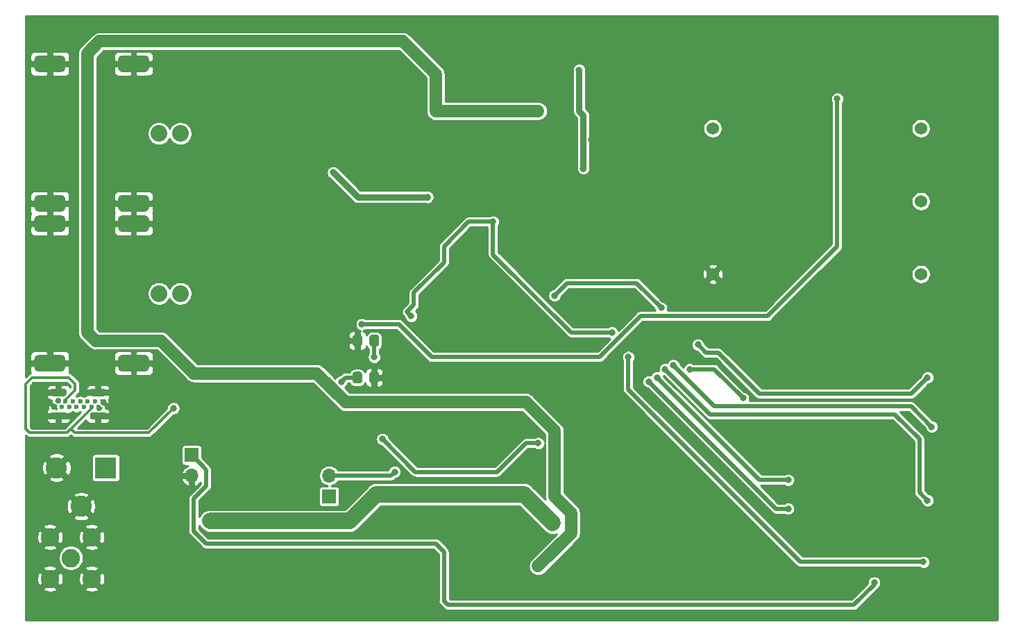
<source format=gbr>
%TF.GenerationSoftware,KiCad,Pcbnew,(5.1.9)-1*%
%TF.CreationDate,2021-04-06T10:28:04-05:00*%
%TF.ProjectId,simple-gpsdo,73696d70-6c65-42d6-9770-73646f2e6b69,C*%
%TF.SameCoordinates,Original*%
%TF.FileFunction,Copper,L2,Bot*%
%TF.FilePolarity,Positive*%
%FSLAX46Y46*%
G04 Gerber Fmt 4.6, Leading zero omitted, Abs format (unit mm)*
G04 Created by KiCad (PCBNEW (5.1.9)-1) date 2021-04-06 10:28:04*
%MOMM*%
%LPD*%
G01*
G04 APERTURE LIST*
%TA.AperFunction,ComponentPad*%
%ADD10C,1.524000*%
%TD*%
%TA.AperFunction,ComponentPad*%
%ADD11R,2.600000X2.600000*%
%TD*%
%TA.AperFunction,ComponentPad*%
%ADD12C,2.600000*%
%TD*%
%TA.AperFunction,ComponentPad*%
%ADD13C,2.250000*%
%TD*%
%TA.AperFunction,ComponentPad*%
%ADD14C,2.032000*%
%TD*%
%TA.AperFunction,ComponentPad*%
%ADD15R,1.700000X1.700000*%
%TD*%
%TA.AperFunction,ComponentPad*%
%ADD16O,1.700000X1.700000*%
%TD*%
%TA.AperFunction,ComponentPad*%
%ADD17C,0.600000*%
%TD*%
%TA.AperFunction,ViaPad*%
%ADD18C,0.800000*%
%TD*%
%TA.AperFunction,ViaPad*%
%ADD19C,0.600000*%
%TD*%
%TA.AperFunction,ViaPad*%
%ADD20C,1.500000*%
%TD*%
%TA.AperFunction,Conductor*%
%ADD21C,0.500000*%
%TD*%
%TA.AperFunction,Conductor*%
%ADD22C,2.000000*%
%TD*%
%TA.AperFunction,Conductor*%
%ADD23C,0.750000*%
%TD*%
%TA.AperFunction,Conductor*%
%ADD24C,0.300000*%
%TD*%
%TA.AperFunction,Conductor*%
%ADD25C,1.500000*%
%TD*%
%TA.AperFunction,Conductor*%
%ADD26C,0.254000*%
%TD*%
%TA.AperFunction,Conductor*%
%ADD27C,0.100000*%
%TD*%
G04 APERTURE END LIST*
D10*
%TO.P,Y2,1*%
%TO.N,Net-(C26-Pad2)*%
X184700000Y-106890000D03*
%TO.P,Y2,2*%
%TO.N,Net-(Y2-Pad2)*%
X184700000Y-98000000D03*
%TO.P,Y2,3*%
%TO.N,Net-(FB2-Pad2)*%
X184700000Y-89110000D03*
%TO.P,Y2,4*%
%TO.N,Net-(R10-Pad2)*%
X159300000Y-89110000D03*
%TO.P,Y2,5*%
%TO.N,GND*%
X159300000Y-106890000D03*
%TD*%
%TO.P,C4,1*%
%TO.N,GND*%
%TA.AperFunction,SMDPad,CuDef*%
G36*
G01*
X118575000Y-119049999D02*
X118575000Y-119950001D01*
G75*
G02*
X118325001Y-120200000I-249999J0D01*
G01*
X117674999Y-120200000D01*
G75*
G02*
X117425000Y-119950001I0J249999D01*
G01*
X117425000Y-119049999D01*
G75*
G02*
X117674999Y-118800000I249999J0D01*
G01*
X118325001Y-118800000D01*
G75*
G02*
X118575000Y-119049999I0J-249999D01*
G01*
G37*
%TD.AperFunction*%
%TO.P,C4,2*%
%TO.N,Net-(C4-Pad2)*%
%TA.AperFunction,SMDPad,CuDef*%
G36*
G01*
X116525000Y-119049999D02*
X116525000Y-119950001D01*
G75*
G02*
X116275001Y-120200000I-249999J0D01*
G01*
X115624999Y-120200000D01*
G75*
G02*
X115375000Y-119950001I0J249999D01*
G01*
X115375000Y-119049999D01*
G75*
G02*
X115624999Y-118800000I249999J0D01*
G01*
X116275001Y-118800000D01*
G75*
G02*
X116525000Y-119049999I0J-249999D01*
G01*
G37*
%TD.AperFunction*%
%TD*%
%TO.P,C6,2*%
%TO.N,+5VD*%
%TA.AperFunction,SMDPad,CuDef*%
G36*
G01*
X117425000Y-115450001D02*
X117425000Y-114549999D01*
G75*
G02*
X117674999Y-114300000I249999J0D01*
G01*
X118325001Y-114300000D01*
G75*
G02*
X118575000Y-114549999I0J-249999D01*
G01*
X118575000Y-115450001D01*
G75*
G02*
X118325001Y-115700000I-249999J0D01*
G01*
X117674999Y-115700000D01*
G75*
G02*
X117425000Y-115450001I0J249999D01*
G01*
G37*
%TD.AperFunction*%
%TO.P,C6,1*%
%TO.N,GND*%
%TA.AperFunction,SMDPad,CuDef*%
G36*
G01*
X115375000Y-115450001D02*
X115375000Y-114549999D01*
G75*
G02*
X115624999Y-114300000I249999J0D01*
G01*
X116275001Y-114300000D01*
G75*
G02*
X116525000Y-114549999I0J-249999D01*
G01*
X116525000Y-115450001D01*
G75*
G02*
X116275001Y-115700000I-249999J0D01*
G01*
X115624999Y-115700000D01*
G75*
G02*
X115375000Y-115450001I0J249999D01*
G01*
G37*
%TD.AperFunction*%
%TD*%
D11*
%TO.P,J2,1*%
%TO.N,Net-(F1-Pad2)*%
X85250000Y-130500000D03*
D12*
%TO.P,J2,2*%
%TO.N,GND*%
X79250000Y-130500000D03*
%TO.P,J2,3*%
X82250000Y-135200000D03*
%TD*%
D13*
%TO.P,J5,2*%
%TO.N,GND*%
X83540000Y-144040000D03*
X78460000Y-144040000D03*
X78460000Y-138960000D03*
X83540000Y-138960000D03*
%TO.P,J5,1*%
%TO.N,Net-(J4-Pad1)*%
X81000000Y-141500000D03*
%TD*%
%TO.P,J6,3*%
%TO.N,GND*%
%TA.AperFunction,ComponentPad*%
G36*
G01*
X77043400Y-99725000D02*
X79837400Y-99725000D01*
G75*
G02*
X80345400Y-100233000I0J-508000D01*
G01*
X80345400Y-101249000D01*
G75*
G02*
X79837400Y-101757000I-508000J0D01*
G01*
X77043400Y-101757000D01*
G75*
G02*
X76535400Y-101249000I0J508000D01*
G01*
X76535400Y-100233000D01*
G75*
G02*
X77043400Y-99725000I508000J0D01*
G01*
G37*
%TD.AperFunction*%
%TA.AperFunction,ComponentPad*%
G36*
G01*
X77043400Y-116743000D02*
X79837400Y-116743000D01*
G75*
G02*
X80345400Y-117251000I0J-508000D01*
G01*
X80345400Y-118267000D01*
G75*
G02*
X79837400Y-118775000I-508000J0D01*
G01*
X77043400Y-118775000D01*
G75*
G02*
X76535400Y-118267000I0J508000D01*
G01*
X76535400Y-117251000D01*
G75*
G02*
X77043400Y-116743000I508000J0D01*
G01*
G37*
%TD.AperFunction*%
%TA.AperFunction,ComponentPad*%
G36*
G01*
X87254200Y-99725000D02*
X90048200Y-99725000D01*
G75*
G02*
X90556200Y-100233000I0J-508000D01*
G01*
X90556200Y-101249000D01*
G75*
G02*
X90048200Y-101757000I-508000J0D01*
G01*
X87254200Y-101757000D01*
G75*
G02*
X86746200Y-101249000I0J508000D01*
G01*
X86746200Y-100233000D01*
G75*
G02*
X87254200Y-99725000I508000J0D01*
G01*
G37*
%TD.AperFunction*%
%TA.AperFunction,ComponentPad*%
G36*
G01*
X87254200Y-116743000D02*
X90048200Y-116743000D01*
G75*
G02*
X90556200Y-117251000I0J-508000D01*
G01*
X90556200Y-118267000D01*
G75*
G02*
X90048200Y-118775000I-508000J0D01*
G01*
X87254200Y-118775000D01*
G75*
G02*
X86746200Y-118267000I0J508000D01*
G01*
X86746200Y-117251000D01*
G75*
G02*
X87254200Y-116743000I508000J0D01*
G01*
G37*
%TD.AperFunction*%
D14*
%TO.P,J6,1*%
%TO.N,Net-(J6-Pad1)*%
X94340800Y-109250000D03*
%TO.P,J6,2*%
%TO.N,Net-(J6-Pad2)*%
X91750000Y-109250000D03*
%TD*%
%TO.P,J8,2*%
%TO.N,Net-(J8-Pad2)*%
X91750000Y-89750000D03*
%TO.P,J8,1*%
%TO.N,Net-(J8-Pad1)*%
X94340800Y-89750000D03*
%TO.P,J8,3*%
%TO.N,GND*%
%TA.AperFunction,ComponentPad*%
G36*
G01*
X87254200Y-97243000D02*
X90048200Y-97243000D01*
G75*
G02*
X90556200Y-97751000I0J-508000D01*
G01*
X90556200Y-98767000D01*
G75*
G02*
X90048200Y-99275000I-508000J0D01*
G01*
X87254200Y-99275000D01*
G75*
G02*
X86746200Y-98767000I0J508000D01*
G01*
X86746200Y-97751000D01*
G75*
G02*
X87254200Y-97243000I508000J0D01*
G01*
G37*
%TD.AperFunction*%
%TA.AperFunction,ComponentPad*%
G36*
G01*
X87254200Y-80225000D02*
X90048200Y-80225000D01*
G75*
G02*
X90556200Y-80733000I0J-508000D01*
G01*
X90556200Y-81749000D01*
G75*
G02*
X90048200Y-82257000I-508000J0D01*
G01*
X87254200Y-82257000D01*
G75*
G02*
X86746200Y-81749000I0J508000D01*
G01*
X86746200Y-80733000D01*
G75*
G02*
X87254200Y-80225000I508000J0D01*
G01*
G37*
%TD.AperFunction*%
%TA.AperFunction,ComponentPad*%
G36*
G01*
X77043400Y-97243000D02*
X79837400Y-97243000D01*
G75*
G02*
X80345400Y-97751000I0J-508000D01*
G01*
X80345400Y-98767000D01*
G75*
G02*
X79837400Y-99275000I-508000J0D01*
G01*
X77043400Y-99275000D01*
G75*
G02*
X76535400Y-98767000I0J508000D01*
G01*
X76535400Y-97751000D01*
G75*
G02*
X77043400Y-97243000I508000J0D01*
G01*
G37*
%TD.AperFunction*%
%TA.AperFunction,ComponentPad*%
G36*
G01*
X77043400Y-80225000D02*
X79837400Y-80225000D01*
G75*
G02*
X80345400Y-80733000I0J-508000D01*
G01*
X80345400Y-81749000D01*
G75*
G02*
X79837400Y-82257000I-508000J0D01*
G01*
X77043400Y-82257000D01*
G75*
G02*
X76535400Y-81749000I0J508000D01*
G01*
X76535400Y-80733000D01*
G75*
G02*
X77043400Y-80225000I508000J0D01*
G01*
G37*
%TD.AperFunction*%
%TD*%
D15*
%TO.P,JP2,1*%
%TO.N,Net-(C25-Pad1)*%
X112500000Y-134000000D03*
D16*
%TO.P,JP2,2*%
%TO.N,~RST*%
X112500000Y-131460000D03*
%TD*%
D17*
%TO.P,J9,A1*%
%TO.N,GND*%
X79450000Y-122390000D03*
%TO.P,J9,B12*%
X79000000Y-123110000D03*
%TO.P,J9,B9*%
%TO.N,Net-(J9-PadA4)*%
X79900000Y-123110000D03*
%TO.P,J9,B7*%
%TO.N,Net-(J9-PadA7)*%
X80800000Y-123110000D03*
%TO.P,J9,B6*%
%TO.N,Net-(J9-PadA6)*%
X81700000Y-123110000D03*
%TO.P,J9,B5*%
%TO.N,Net-(J9-PadB5)*%
X82600000Y-123110000D03*
%TO.P,J9,B4*%
%TO.N,Net-(J9-PadA4)*%
X83500000Y-123110000D03*
%TO.P,J9,B1*%
%TO.N,GND*%
X84400000Y-123110000D03*
%TO.P,J9,A4*%
%TO.N,Net-(J9-PadA4)*%
X80350000Y-122390000D03*
%TO.P,J9,A5*%
%TO.N,Net-(J9-PadA5)*%
X81250000Y-122390000D03*
%TO.P,J9,A6*%
%TO.N,Net-(J9-PadA6)*%
X82150000Y-122390000D03*
%TO.P,J9,A7*%
%TO.N,Net-(J9-PadA7)*%
X83050000Y-122390000D03*
%TO.P,J9,A9*%
%TO.N,Net-(J9-PadA4)*%
X83950000Y-122390000D03*
%TO.P,J9,A12*%
%TO.N,GND*%
X84850000Y-122390000D03*
%TO.P,J9,S1*%
%TA.AperFunction,ComponentPad*%
G36*
G01*
X78775000Y-123730000D02*
X80225000Y-123730000D01*
G75*
G02*
X80450000Y-123955000I0J-225000D01*
G01*
X80450000Y-124405000D01*
G75*
G02*
X80225000Y-124630000I-225000J0D01*
G01*
X78775000Y-124630000D01*
G75*
G02*
X78550000Y-124405000I0J225000D01*
G01*
X78550000Y-123955000D01*
G75*
G02*
X78775000Y-123730000I225000J0D01*
G01*
G37*
%TD.AperFunction*%
%TA.AperFunction,ComponentPad*%
G36*
G01*
X78775000Y-120870000D02*
X80225000Y-120870000D01*
G75*
G02*
X80450000Y-121095000I0J-225000D01*
G01*
X80450000Y-121545000D01*
G75*
G02*
X80225000Y-121770000I-225000J0D01*
G01*
X78775000Y-121770000D01*
G75*
G02*
X78550000Y-121545000I0J225000D01*
G01*
X78550000Y-121095000D01*
G75*
G02*
X78775000Y-120870000I225000J0D01*
G01*
G37*
%TD.AperFunction*%
%TA.AperFunction,ComponentPad*%
G36*
G01*
X83575000Y-123730000D02*
X85025000Y-123730000D01*
G75*
G02*
X85250000Y-123955000I0J-225000D01*
G01*
X85250000Y-124405000D01*
G75*
G02*
X85025000Y-124630000I-225000J0D01*
G01*
X83575000Y-124630000D01*
G75*
G02*
X83350000Y-124405000I0J225000D01*
G01*
X83350000Y-123955000D01*
G75*
G02*
X83575000Y-123730000I225000J0D01*
G01*
G37*
%TD.AperFunction*%
%TA.AperFunction,ComponentPad*%
G36*
G01*
X83575000Y-120870000D02*
X85025000Y-120870000D01*
G75*
G02*
X85250000Y-121095000I0J-225000D01*
G01*
X85250000Y-121545000D01*
G75*
G02*
X85025000Y-121770000I-225000J0D01*
G01*
X83575000Y-121770000D01*
G75*
G02*
X83350000Y-121545000I0J225000D01*
G01*
X83350000Y-121095000D01*
G75*
G02*
X83575000Y-120870000I225000J0D01*
G01*
G37*
%TD.AperFunction*%
%TD*%
D15*
%TO.P,J1,1*%
%TO.N,GPS_PPS*%
X95750000Y-128960000D03*
D16*
%TO.P,J1,2*%
%TO.N,GND*%
X95750000Y-131500000D03*
%TD*%
D18*
%TO.N,GND*%
X130500000Y-128500000D03*
X129500000Y-127500000D03*
X126500000Y-125500000D03*
X127500000Y-126500000D03*
X134250000Y-145000000D03*
X132750000Y-145000000D03*
X131250000Y-145000000D03*
X129750000Y-145000000D03*
X133500000Y-144000000D03*
X132000000Y-144000000D03*
X130500000Y-144000000D03*
X129000000Y-144000000D03*
X134250000Y-143000000D03*
X132750000Y-143000000D03*
X131250000Y-143000000D03*
X129750000Y-143000000D03*
X133500000Y-142000000D03*
X132000000Y-142000000D03*
X130500000Y-142000000D03*
X129000000Y-142000000D03*
X134250000Y-141000000D03*
X132750000Y-141000000D03*
X131250000Y-141000000D03*
X129750000Y-141000000D03*
X133500000Y-140000000D03*
X132000000Y-140000000D03*
X130500000Y-140000000D03*
X129000000Y-140000000D03*
X97000000Y-141000000D03*
X98500000Y-141000000D03*
X100000000Y-141000000D03*
X101500000Y-141000000D03*
X103000000Y-141000000D03*
X104500000Y-141000000D03*
X106000000Y-141000000D03*
X107500000Y-141000000D03*
X109000000Y-141000000D03*
X110500000Y-141000000D03*
X112000000Y-141000000D03*
X113500000Y-141000000D03*
X115000000Y-141000000D03*
X116500000Y-141000000D03*
X118000000Y-141000000D03*
X119500000Y-141000000D03*
X121000000Y-141000000D03*
X121000000Y-144000000D03*
X119500000Y-144000000D03*
X118000000Y-144000000D03*
X116500000Y-144000000D03*
X115000000Y-144000000D03*
X113500000Y-144000000D03*
X112000000Y-144000000D03*
X110500000Y-144000000D03*
X109000000Y-144000000D03*
X107500000Y-144000000D03*
X106000000Y-144000000D03*
X104500000Y-144000000D03*
X103000000Y-144000000D03*
X101500000Y-144000000D03*
X100000000Y-144000000D03*
X98500000Y-144000000D03*
X97000000Y-144000000D03*
X95500000Y-144000000D03*
X94000000Y-143000000D03*
X95500000Y-140000000D03*
X94000000Y-140000000D03*
X92500000Y-143000000D03*
X91000000Y-143000000D03*
X89500000Y-143000000D03*
X88000000Y-143000000D03*
X86500000Y-143000000D03*
X92500000Y-140000000D03*
X91000000Y-140000000D03*
X89500000Y-140000000D03*
X88000000Y-140000000D03*
X86500000Y-140000000D03*
X123000000Y-142500000D03*
X124500000Y-142500000D03*
X124500000Y-141000000D03*
X124500000Y-144000000D03*
X86000000Y-144500000D03*
X86000000Y-138500000D03*
X85000000Y-137500000D03*
X85000000Y-145500000D03*
X83500000Y-146000000D03*
X82000000Y-137500000D03*
X82000000Y-145500000D03*
X81000000Y-144500000D03*
X81000000Y-138500000D03*
X80000000Y-145500000D03*
X78500000Y-146000000D03*
X77000000Y-137500000D03*
X77000000Y-145500000D03*
X76000000Y-144500000D03*
X76000000Y-138500000D03*
X76000000Y-140000000D03*
X76000000Y-141500000D03*
X76000000Y-143000000D03*
X77500000Y-141500000D03*
X79000000Y-141500000D03*
X135000000Y-140000000D03*
X135000000Y-142000000D03*
X135000000Y-144000000D03*
X135000000Y-83500000D03*
X130500000Y-83500000D03*
X132750000Y-82500000D03*
X132000000Y-83500000D03*
X131250000Y-84500000D03*
X130500000Y-81500000D03*
X134250000Y-84500000D03*
X129750000Y-82500000D03*
X129000000Y-79500000D03*
X129000000Y-81500000D03*
X129750000Y-84500000D03*
X130500000Y-79500000D03*
X129000000Y-83500000D03*
X132000000Y-79500000D03*
X129750000Y-80500000D03*
X132750000Y-80500000D03*
X131250000Y-80500000D03*
X134250000Y-80500000D03*
X132750000Y-84500000D03*
X134250000Y-82500000D03*
X135000000Y-79500000D03*
X133500000Y-81500000D03*
X135000000Y-81500000D03*
X131250000Y-82500000D03*
X133500000Y-79500000D03*
X133500000Y-83500000D03*
X132000000Y-81500000D03*
X120000000Y-106500000D03*
X116000000Y-104500000D03*
X117500000Y-104500000D03*
X119000000Y-104500000D03*
X120500000Y-104500000D03*
X122000000Y-105500000D03*
X123000000Y-106500000D03*
X125000000Y-108500000D03*
X121000000Y-107500000D03*
X118500000Y-106500000D03*
X117000000Y-106500000D03*
X115500000Y-107000000D03*
X114500000Y-108000000D03*
X114500000Y-105000000D03*
X113500000Y-106000000D03*
X112500000Y-107000000D03*
X117000000Y-109500000D03*
X117000000Y-108000000D03*
X109500000Y-114000000D03*
X111500000Y-121500000D03*
D19*
X78500000Y-125250000D03*
X79500000Y-125250000D03*
X80500000Y-125250000D03*
X83250000Y-125250000D03*
X84250000Y-125250000D03*
X85250000Y-125250000D03*
X86250000Y-125250000D03*
X86250000Y-124250000D03*
X86250000Y-123250000D03*
X86250000Y-122250000D03*
X86250000Y-121250000D03*
X78500000Y-120250000D03*
X79500000Y-120250000D03*
X80500000Y-120250000D03*
D18*
X76000000Y-148500000D03*
X78000000Y-148500000D03*
X80000000Y-148500000D03*
X82000000Y-148500000D03*
X84000000Y-148500000D03*
X86000000Y-148500000D03*
X88000000Y-148500000D03*
X90000000Y-148500000D03*
X92000000Y-148500000D03*
X94000000Y-148500000D03*
X96000000Y-148500000D03*
X98000000Y-148500000D03*
X100000000Y-148500000D03*
X102000000Y-148500000D03*
X116000000Y-148500000D03*
X128000000Y-148500000D03*
X110000000Y-148500000D03*
X122000000Y-148500000D03*
X126000000Y-148500000D03*
X130000000Y-148500000D03*
X106000000Y-148500000D03*
X114000000Y-148500000D03*
X120000000Y-148500000D03*
X104000000Y-148500000D03*
X108000000Y-148500000D03*
X124000000Y-148500000D03*
X112000000Y-148500000D03*
X118000000Y-148500000D03*
X136000000Y-148500000D03*
X140000000Y-148500000D03*
X142000000Y-148500000D03*
X148000000Y-148500000D03*
X152000000Y-148500000D03*
X132000000Y-148500000D03*
X146000000Y-148500000D03*
X134000000Y-148500000D03*
X138000000Y-148500000D03*
X154000000Y-148500000D03*
X158000000Y-148500000D03*
X150000000Y-148500000D03*
X156000000Y-148500000D03*
X144000000Y-148500000D03*
X164000000Y-148500000D03*
X176000000Y-148500000D03*
X180000000Y-148500000D03*
X160000000Y-148500000D03*
X162000000Y-148500000D03*
X184000000Y-148500000D03*
X178000000Y-148500000D03*
X166000000Y-148500000D03*
X170000000Y-148500000D03*
X168000000Y-148500000D03*
X174000000Y-148500000D03*
X182000000Y-148500000D03*
X186000000Y-148500000D03*
X172000000Y-148500000D03*
X188000000Y-148500000D03*
X190000000Y-148500000D03*
X192000000Y-148500000D03*
X137500000Y-76000000D03*
X177500000Y-76000000D03*
X181500000Y-76000000D03*
X109500000Y-76000000D03*
X149500000Y-76000000D03*
X113500000Y-76000000D03*
X153500000Y-76000000D03*
X115500000Y-76000000D03*
X133500000Y-76000000D03*
X121500000Y-76000000D03*
X135500000Y-76000000D03*
X157500000Y-76000000D03*
X125500000Y-76000000D03*
X151500000Y-76000000D03*
X165500000Y-76000000D03*
X139500000Y-76000000D03*
X143500000Y-76000000D03*
X105500000Y-76000000D03*
X141500000Y-76000000D03*
X119500000Y-76000000D03*
X147500000Y-76000000D03*
X155500000Y-76000000D03*
X107500000Y-76000000D03*
X159500000Y-76000000D03*
X145500000Y-76000000D03*
X175500000Y-76000000D03*
X187500000Y-76000000D03*
X191500000Y-76000000D03*
X193500000Y-76000000D03*
X183500000Y-76000000D03*
X185500000Y-76000000D03*
X161500000Y-76000000D03*
X179500000Y-76000000D03*
X189500000Y-76000000D03*
X169500000Y-76000000D03*
X163500000Y-76000000D03*
X167500000Y-76000000D03*
X173500000Y-76000000D03*
X171500000Y-76000000D03*
X89500000Y-76000000D03*
X111500000Y-76000000D03*
X101500000Y-76000000D03*
X83500000Y-76000000D03*
X95500000Y-76000000D03*
X127500000Y-76000000D03*
X131500000Y-76000000D03*
X99500000Y-76000000D03*
X123500000Y-76000000D03*
X103500000Y-76000000D03*
X129500000Y-76000000D03*
X79500000Y-76000000D03*
X117500000Y-76000000D03*
X87500000Y-76000000D03*
X93500000Y-76000000D03*
X77500000Y-76000000D03*
X81500000Y-76000000D03*
X97500000Y-76000000D03*
X85500000Y-76000000D03*
X91500000Y-76000000D03*
D19*
X76500000Y-125250000D03*
X76500000Y-124250000D03*
X76500000Y-123250000D03*
X76500000Y-122250000D03*
X76500000Y-121250000D03*
X76500000Y-120250000D03*
D18*
X153500000Y-94000000D03*
X155500000Y-94000000D03*
X155500000Y-96000000D03*
X153500000Y-96000000D03*
X154500000Y-95000000D03*
X155500000Y-98000000D03*
X153500000Y-98000000D03*
X154500000Y-97000000D03*
X154500000Y-99000000D03*
X153500000Y-100000000D03*
X155500000Y-100000000D03*
X154500000Y-101000000D03*
X154500000Y-93000000D03*
X157500000Y-87500000D03*
X155500000Y-87500000D03*
X153500000Y-87500000D03*
X151500000Y-87500000D03*
X152500000Y-86500000D03*
X154500000Y-86500000D03*
X156500000Y-86500000D03*
X158500000Y-86500000D03*
X150500000Y-86500000D03*
X149500000Y-87500000D03*
X148500000Y-86500000D03*
X147500000Y-87500000D03*
X146500000Y-86500000D03*
X145500000Y-87500000D03*
X144500000Y-86500000D03*
X142000000Y-87500000D03*
X141000000Y-86500000D03*
X140000000Y-87500000D03*
X142000000Y-90500000D03*
X141000000Y-91500000D03*
X140000000Y-92500000D03*
X126000000Y-90000000D03*
X125000000Y-89000000D03*
X124000000Y-88000000D03*
X126000000Y-93000000D03*
X128000000Y-93000000D03*
X130000000Y-93000000D03*
X132000000Y-93000000D03*
X134000000Y-93000000D03*
X136000000Y-93000000D03*
X138000000Y-93000000D03*
X128000000Y-90000000D03*
X130000000Y-90000000D03*
X132000000Y-90000000D03*
X134000000Y-90000000D03*
X136000000Y-90000000D03*
X139000000Y-88500000D03*
X138000000Y-89500000D03*
X127000000Y-89000000D03*
X129000000Y-89000000D03*
X131000000Y-89000000D03*
X133000000Y-89000000D03*
X135000000Y-89000000D03*
X127000000Y-94000000D03*
X129000000Y-94000000D03*
X131000000Y-94000000D03*
X133000000Y-94000000D03*
X125000000Y-94000000D03*
X124000000Y-93000000D03*
X124000000Y-95000000D03*
X125000000Y-96000000D03*
X121000000Y-93000000D03*
X121000000Y-95000000D03*
X121000000Y-99000000D03*
X120000000Y-96000000D03*
X120000000Y-94000000D03*
X121000000Y-91000000D03*
X120000000Y-92000000D03*
X120000000Y-90000000D03*
X121000000Y-89000000D03*
X120000000Y-88000000D03*
X120000000Y-100000000D03*
X119000000Y-99000000D03*
X118000000Y-100000000D03*
X117000000Y-99000000D03*
X116000000Y-100000000D03*
X115000000Y-99000000D03*
X114000000Y-100000000D03*
X119000000Y-89000000D03*
X118000000Y-88000000D03*
X117000000Y-89000000D03*
X116000000Y-90000000D03*
X115000000Y-91000000D03*
X118000000Y-84000000D03*
X120000000Y-84000000D03*
X122000000Y-84000000D03*
X116000000Y-84000000D03*
X114000000Y-84000000D03*
X115000000Y-83000000D03*
X117000000Y-83000000D03*
X119000000Y-83000000D03*
X121000000Y-83000000D03*
X123000000Y-83000000D03*
X124000000Y-84000000D03*
X113500000Y-91500000D03*
X112000000Y-91500000D03*
X112000000Y-88500000D03*
X113500000Y-88500000D03*
X104500000Y-93000000D03*
X106500000Y-93000000D03*
X108500000Y-93000000D03*
X107500000Y-94000000D03*
X105500000Y-94000000D03*
X104500000Y-90000000D03*
X106500000Y-90000000D03*
X105500000Y-89000000D03*
X102500000Y-93000000D03*
X103500000Y-94000000D03*
X101500000Y-94000000D03*
X99500000Y-94000000D03*
X100500000Y-93000000D03*
X98500000Y-93000000D03*
X97500000Y-94000000D03*
X96500000Y-93000000D03*
X95500000Y-94000000D03*
X94500000Y-93000000D03*
X93500000Y-92000000D03*
X104500000Y-88000000D03*
X104500000Y-86000000D03*
X96000000Y-82000000D03*
X98000000Y-82000000D03*
X100000000Y-82000000D03*
X102000000Y-82000000D03*
X101000000Y-81000000D03*
X99000000Y-81000000D03*
X97000000Y-81000000D03*
X103000000Y-81000000D03*
X104000000Y-82000000D03*
X105000000Y-83000000D03*
X95000000Y-81000000D03*
X94000000Y-82000000D03*
X106500000Y-95000000D03*
X106500000Y-97000000D03*
X105500000Y-96000000D03*
X101000000Y-101500000D03*
X99000000Y-101500000D03*
X97000000Y-101500000D03*
X95000000Y-101500000D03*
X96000000Y-100500000D03*
X98000000Y-100500000D03*
X100000000Y-100500000D03*
X102000000Y-100500000D03*
X103000000Y-99500000D03*
X104000000Y-98500000D03*
X97000000Y-104500000D03*
X99000000Y-104500000D03*
X101000000Y-104500000D03*
X95000000Y-104500000D03*
X96000000Y-105500000D03*
X98000000Y-105500000D03*
X100000000Y-105500000D03*
X101000000Y-106500000D03*
X101000000Y-108500000D03*
X100000000Y-107500000D03*
X100000000Y-109500000D03*
X98000000Y-109500000D03*
X99000000Y-108500000D03*
X97000000Y-108500000D03*
X97000000Y-112500000D03*
X99000000Y-112500000D03*
X101000000Y-112500000D03*
X103000000Y-112500000D03*
X100000000Y-113500000D03*
X98000000Y-113500000D03*
X102000000Y-113500000D03*
X96000000Y-113500000D03*
X95000000Y-112500000D03*
X94000000Y-111500000D03*
X92000000Y-111500000D03*
X93000000Y-112500000D03*
X94000000Y-113500000D03*
X95000000Y-114500000D03*
X97000000Y-114500000D03*
X99000000Y-114500000D03*
X98000000Y-107500000D03*
X99000000Y-106500000D03*
X97000000Y-106500000D03*
X96000000Y-107500000D03*
X104500000Y-109500000D03*
X104500000Y-107500000D03*
X105500000Y-108500000D03*
X106500000Y-109500000D03*
X106500000Y-107500000D03*
X107500000Y-108500000D03*
X108500000Y-107500000D03*
X108500000Y-109500000D03*
X109500000Y-108500000D03*
X110500000Y-107500000D03*
X111500000Y-108500000D03*
X107500000Y-110500000D03*
X106500000Y-111500000D03*
X105500000Y-112500000D03*
X104500000Y-113500000D03*
X105500000Y-110500000D03*
X104500000Y-111500000D03*
X105000000Y-104500000D03*
X106500000Y-104500000D03*
X108000000Y-104500000D03*
X109500000Y-104500000D03*
X111000000Y-104500000D03*
X105000000Y-102000000D03*
X109500000Y-103000000D03*
X92500000Y-93000000D03*
X93500000Y-94000000D03*
X94500000Y-95000000D03*
X96500000Y-95000000D03*
X98500000Y-95000000D03*
X100500000Y-95000000D03*
X102500000Y-95000000D03*
X104500000Y-95000000D03*
X146500000Y-90500000D03*
X145500000Y-92500000D03*
X144500000Y-90500000D03*
X153500000Y-92000000D03*
X151500000Y-92000000D03*
X152500000Y-93000000D03*
X149500000Y-92000000D03*
X150500000Y-93000000D03*
X148500000Y-91000000D03*
X159500000Y-87500000D03*
X160500000Y-86500000D03*
X142500000Y-111000000D03*
X144500000Y-111000000D03*
X146500000Y-111000000D03*
X145500000Y-112000000D03*
X143500000Y-112000000D03*
X147500000Y-112000000D03*
X141500000Y-112000000D03*
X144500000Y-109000000D03*
X142500000Y-109000000D03*
X146500000Y-109000000D03*
X146500000Y-113000000D03*
X124000000Y-105500000D03*
X123000000Y-104500000D03*
X124000000Y-103500000D03*
X125000000Y-104500000D03*
X102000000Y-98500000D03*
X101000000Y-99500000D03*
X103000000Y-97500000D03*
X104000000Y-96500000D03*
X105000000Y-97500000D03*
X125000000Y-102500000D03*
X124000000Y-101500000D03*
X125000000Y-100500000D03*
X124000000Y-99500000D03*
X126000000Y-101500000D03*
X126000000Y-97000000D03*
X127000000Y-98000000D03*
X128000000Y-99000000D03*
X126000000Y-95000000D03*
X127000000Y-96000000D03*
X128000000Y-97000000D03*
X129000000Y-98000000D03*
X131000000Y-98000000D03*
X130000000Y-99000000D03*
X133000000Y-98000000D03*
X132000000Y-99000000D03*
X119500000Y-120000000D03*
X119500000Y-118000000D03*
X120500000Y-119000000D03*
X121500000Y-118000000D03*
X114500000Y-118000000D03*
X112500000Y-118000000D03*
X113500000Y-119000000D03*
X134500000Y-137000000D03*
X136500000Y-137000000D03*
X135500000Y-136000000D03*
X131000000Y-137000000D03*
X129000000Y-137000000D03*
X127000000Y-137000000D03*
X126000000Y-136000000D03*
X128000000Y-136000000D03*
X130000000Y-136000000D03*
X122500000Y-136000000D03*
X121500000Y-137000000D03*
X120500000Y-136000000D03*
X150750000Y-133000000D03*
X150750000Y-131750000D03*
X125500000Y-115000000D03*
X127500000Y-115000000D03*
X129500000Y-115000000D03*
X131500000Y-115000000D03*
X126500000Y-116000000D03*
X128500000Y-116000000D03*
X130500000Y-116000000D03*
X132500000Y-116000000D03*
X153000000Y-113000000D03*
X151000000Y-113000000D03*
X156500000Y-113000000D03*
X158500000Y-113000000D03*
X160500000Y-113000000D03*
X162500000Y-113000000D03*
X164500000Y-113000000D03*
X157500000Y-114000000D03*
X159500000Y-114000000D03*
X161500000Y-114000000D03*
X156500000Y-111000000D03*
X158500000Y-111000000D03*
X160500000Y-111000000D03*
X162500000Y-111000000D03*
X164500000Y-111000000D03*
X163500000Y-110000000D03*
X161500000Y-110000000D03*
X159500000Y-110000000D03*
X157500000Y-110000000D03*
X155500000Y-110000000D03*
X154500000Y-111000000D03*
X153500000Y-110000000D03*
X153500000Y-108000000D03*
X153500000Y-106000000D03*
X153500000Y-104000000D03*
X154500000Y-105000000D03*
X154500000Y-107000000D03*
X154500000Y-109000000D03*
X155500000Y-104000000D03*
X156500000Y-105000000D03*
X157500000Y-104000000D03*
X158500000Y-103000000D03*
X158500000Y-101000000D03*
X158500000Y-99000000D03*
X159500000Y-100000000D03*
X159500000Y-102000000D03*
X158500000Y-97000000D03*
X159500000Y-98000000D03*
X158500000Y-95000000D03*
X159500000Y-96000000D03*
X158500000Y-93000000D03*
X159500000Y-94000000D03*
X158500000Y-91000000D03*
X159500000Y-92000000D03*
X160500000Y-91000000D03*
X161500000Y-90000000D03*
X161500000Y-88000000D03*
X162500000Y-89000000D03*
X162500000Y-87000000D03*
X157000000Y-90500000D03*
X101500000Y-90000000D03*
X101500000Y-88000000D03*
X101500000Y-86000000D03*
X100500000Y-85000000D03*
X100500000Y-87000000D03*
X100500000Y-89000000D03*
X99500000Y-90000000D03*
X97500000Y-90000000D03*
X98500000Y-89000000D03*
X96500000Y-89000000D03*
X99500000Y-86000000D03*
X98500000Y-85000000D03*
X97500000Y-86000000D03*
X96500000Y-85000000D03*
X95500000Y-86000000D03*
X94500000Y-85000000D03*
X106500000Y-88000000D03*
X117000000Y-91000000D03*
X118000000Y-90000000D03*
X116000000Y-92000000D03*
X90000000Y-111500000D03*
X91000000Y-112500000D03*
X89000000Y-110500000D03*
X89000000Y-108500000D03*
X90000000Y-107500000D03*
X90000000Y-105500000D03*
X89000000Y-106500000D03*
X90000000Y-103500000D03*
X91000000Y-102500000D03*
X92000000Y-101500000D03*
X93500000Y-101500000D03*
X89000000Y-104500000D03*
X94500000Y-100500000D03*
X91500000Y-92000000D03*
X90500000Y-93000000D03*
X89500000Y-92000000D03*
X89500000Y-90000000D03*
X88500000Y-91000000D03*
X89500000Y-88000000D03*
X88500000Y-89000000D03*
X89500000Y-86000000D03*
X88500000Y-87000000D03*
X90500000Y-85000000D03*
X91500000Y-84000000D03*
X92500000Y-83000000D03*
X89500000Y-84000000D03*
X90500000Y-83000000D03*
X91500000Y-82000000D03*
X93000000Y-81000000D03*
%TO.N,~RST*%
X120500000Y-131000000D03*
%TO.N,GPS_PPS*%
X122500000Y-112000000D03*
X132500000Y-100500000D03*
X163000000Y-122000000D03*
X156500000Y-118500000D03*
X147000000Y-114000000D03*
X179000000Y-144500000D03*
%TO.N,GPS_RX*%
X152500000Y-119500000D03*
X168500000Y-132000000D03*
%TO.N,GPS_TX*%
X151500000Y-120000000D03*
X168500000Y-135500000D03*
%TO.N,OVEN_TEMP*%
X153500000Y-118500000D03*
X185500000Y-134500000D03*
%TO.N,POWER_OK*%
X149000000Y-117000000D03*
X185000000Y-142000000D03*
%TO.N,GPS_LOCK*%
X154500000Y-118000000D03*
X186000000Y-125500000D03*
D20*
%TO.N,Net-(C3-Pad1)*%
X139750000Y-137250000D03*
X98000000Y-137000000D03*
D18*
%TO.N,Net-(C4-Pad2)*%
X114000000Y-120000000D03*
%TO.N,+5VD*%
X118000000Y-117000000D03*
%TO.N,+5VA*%
X143500000Y-94000000D03*
X113000000Y-94500000D03*
X124500000Y-97500000D03*
X143000000Y-82000000D03*
%TO.N,/PWM_D11*%
X138000000Y-127500000D03*
X119000000Y-127000000D03*
%TO.N,TIME_LOCK*%
X140000000Y-109500000D03*
X153000000Y-111000000D03*
X157500000Y-115500000D03*
X185500000Y-119500000D03*
%TO.N,/ADC2*%
X116500000Y-113000000D03*
X174500000Y-85500000D03*
%TO.N,Net-(J9-PadA4)*%
X93500000Y-123250000D03*
D19*
%TO.N,+6V*%
X138000000Y-142500000D03*
D20*
X138000000Y-87000000D03*
X141000000Y-135000000D03*
%TD*%
D21*
%TO.N,~RST*%
X112500000Y-131460000D02*
X120040000Y-131460000D01*
X120040000Y-131460000D02*
X120500000Y-131000000D01*
%TO.N,GPS_PPS*%
X122500000Y-112000000D02*
X122000000Y-111500000D01*
X122850001Y-110649999D02*
X122850001Y-109149999D01*
X122000000Y-111500000D02*
X122850001Y-110649999D01*
X122850001Y-109149999D02*
X126500000Y-105500000D01*
X126500000Y-105500000D02*
X126500000Y-103500000D01*
X126500000Y-103500000D02*
X129500000Y-100500000D01*
X129500000Y-100500000D02*
X132500000Y-100500000D01*
X163000000Y-122000000D02*
X159500000Y-118500000D01*
X159500000Y-118500000D02*
X156500000Y-118500000D01*
X132500000Y-104500000D02*
X132500000Y-100500000D01*
X147000000Y-114000000D02*
X142000000Y-114000000D01*
X142000000Y-114000000D02*
X132500000Y-104500000D01*
X97050001Y-130260001D02*
X97050001Y-130300001D01*
X95750000Y-128960000D02*
X97050001Y-130260001D01*
X97050001Y-130300001D02*
X97500000Y-130750000D01*
X97500000Y-130750000D02*
X97500000Y-132750000D01*
X97500000Y-132750000D02*
X96000000Y-134250000D01*
X96000000Y-134250000D02*
X96000000Y-138250000D01*
X96000000Y-138250000D02*
X97500000Y-139750000D01*
X97500000Y-139750000D02*
X125500000Y-139750000D01*
X125500000Y-139750000D02*
X126500000Y-140750000D01*
X126500000Y-140750000D02*
X126500000Y-146750000D01*
X126500000Y-146750000D02*
X127000000Y-147250000D01*
X127000000Y-147250000D02*
X176500000Y-147250000D01*
X176500000Y-147250000D02*
X179000000Y-144750000D01*
X179000000Y-144750000D02*
X179000000Y-144500000D01*
%TO.N,GPS_RX*%
X152500000Y-119500000D02*
X165000000Y-132000000D01*
X165000000Y-132000000D02*
X168500000Y-132000000D01*
%TO.N,GPS_TX*%
X151500000Y-120000000D02*
X167000000Y-135500000D01*
X167000000Y-135500000D02*
X168500000Y-135500000D01*
%TO.N,OVEN_TEMP*%
X153500000Y-118500000D02*
X159000000Y-124000000D01*
X159000000Y-124000000D02*
X181500000Y-124000000D01*
X181500000Y-124000000D02*
X184500000Y-127000000D01*
X184500000Y-127000000D02*
X184500000Y-133500000D01*
X184500000Y-133500000D02*
X185500000Y-134500000D01*
%TO.N,POWER_OK*%
X149000000Y-117000000D02*
X149000000Y-121000000D01*
X149000000Y-121000000D02*
X170000000Y-142000000D01*
X170000000Y-142000000D02*
X185000000Y-142000000D01*
%TO.N,GPS_LOCK*%
X154500000Y-118000000D02*
X159500000Y-123000000D01*
X159500000Y-123000000D02*
X183500000Y-123000000D01*
X183500000Y-123000000D02*
X186000000Y-125500000D01*
D22*
%TO.N,Net-(C3-Pad1)*%
X136250000Y-133750000D02*
X139750000Y-137250000D01*
X118250000Y-133750000D02*
X136250000Y-133750000D01*
X115000000Y-137000000D02*
X118250000Y-133750000D01*
X98000000Y-137000000D02*
X115000000Y-137000000D01*
D21*
%TO.N,Net-(C4-Pad2)*%
X115950000Y-119500000D02*
X114500000Y-119500000D01*
X114500000Y-119500000D02*
X114000000Y-120000000D01*
%TO.N,+5VD*%
X118000000Y-117000000D02*
X118000000Y-115000000D01*
D23*
%TO.N,+5VA*%
X143500000Y-94000000D02*
X143500000Y-87500000D01*
X143000000Y-87000000D02*
X143000000Y-83500000D01*
X143500000Y-87500000D02*
X143000000Y-87000000D01*
X116000000Y-97500000D02*
X113000000Y-94500000D01*
X116000000Y-97500000D02*
X124500000Y-97500000D01*
X143000000Y-83500000D02*
X143000000Y-82000000D01*
D21*
%TO.N,/PWM_D11*%
X138000000Y-127500000D02*
X136500000Y-127500000D01*
X136500000Y-127500000D02*
X133000000Y-131000000D01*
X133000000Y-131000000D02*
X123000000Y-131000000D01*
X123000000Y-131000000D02*
X119000000Y-127000000D01*
%TO.N,TIME_LOCK*%
X157500000Y-115500000D02*
X158500000Y-116500000D01*
X158500000Y-116500000D02*
X160000000Y-116500000D01*
X160000000Y-116500000D02*
X165000000Y-121500000D01*
X165000000Y-121500000D02*
X183500000Y-121500000D01*
X183500000Y-121500000D02*
X185500000Y-119500000D01*
X141000000Y-108500000D02*
X140000000Y-109500000D01*
X141500000Y-108000000D02*
X141000000Y-108500000D01*
X153000000Y-111000000D02*
X150000000Y-108000000D01*
X150000000Y-108000000D02*
X141500000Y-108000000D01*
%TO.N,/ADC2*%
X121000000Y-113000000D02*
X116500000Y-113000000D01*
X125000000Y-117000000D02*
X121000000Y-113000000D01*
X174500000Y-103500000D02*
X166000000Y-112000000D01*
X174500000Y-85500000D02*
X174500000Y-103500000D01*
X150500000Y-112000000D02*
X145500000Y-117000000D01*
X166000000Y-112000000D02*
X150500000Y-112000000D01*
X145500000Y-117000000D02*
X125000000Y-117000000D01*
D24*
%TO.N,Net-(J9-PadA4)*%
X83500000Y-123216810D02*
X80966810Y-125750000D01*
X83500000Y-123110000D02*
X83500000Y-123216810D01*
X81466810Y-126250000D02*
X80966810Y-125750000D01*
X93500000Y-123250000D02*
X90500000Y-126250000D01*
X90500000Y-126250000D02*
X81466810Y-126250000D01*
X80350000Y-122233190D02*
X81500000Y-121083190D01*
X81500000Y-121083190D02*
X81500000Y-120250000D01*
X80350000Y-122390000D02*
X80350000Y-122233190D01*
X81500000Y-120250000D02*
X80750000Y-119500000D01*
X78250000Y-119500000D02*
X78000000Y-119500000D01*
X80750000Y-119500000D02*
X78250000Y-119500000D01*
X80966810Y-125783190D02*
X80966810Y-125750000D01*
X80500000Y-126250000D02*
X80966810Y-125783190D01*
X76250000Y-119500000D02*
X75500000Y-120250000D01*
X75500000Y-120250000D02*
X75500000Y-125750000D01*
X78250000Y-119500000D02*
X76250000Y-119500000D01*
X75500000Y-125750000D02*
X76000000Y-126250000D01*
X76000000Y-126250000D02*
X80500000Y-126250000D01*
D25*
%TO.N,+6V*%
X140000000Y-126000000D02*
X140000000Y-129800000D01*
X114498002Y-122500000D02*
X136500000Y-122500000D01*
X83000000Y-114000000D02*
X84000000Y-115000000D01*
X136500000Y-122500000D02*
X140000000Y-126000000D01*
X125500000Y-82500000D02*
X121500000Y-78500000D01*
X84000000Y-115000000D02*
X92000000Y-115000000D01*
X84500000Y-78500000D02*
X83000000Y-80000000D01*
X121500000Y-78500000D02*
X84500000Y-78500000D01*
X138000000Y-87000000D02*
X125500000Y-87000000D01*
X110998002Y-119000000D02*
X114498002Y-122500000D01*
X125500000Y-87000000D02*
X125500000Y-82500000D01*
X92000000Y-115000000D02*
X96000000Y-119000000D01*
X83000000Y-80000000D02*
X83000000Y-114000000D01*
X96000000Y-119000000D02*
X110998002Y-119000000D01*
X138000000Y-142500000D02*
X142000000Y-138500000D01*
X140000000Y-134000000D02*
X140000000Y-129800000D01*
X142000000Y-138500000D02*
X142000000Y-136000000D01*
X142000000Y-136000000D02*
X141000000Y-135000000D01*
X141000000Y-135000000D02*
X140000000Y-134000000D01*
%TD*%
D26*
%TO.N,GND*%
X194048001Y-149048000D02*
X75452000Y-149048000D01*
X75452000Y-145268145D01*
X77582580Y-145268145D01*
X77710803Y-145493103D01*
X78008686Y-145611343D01*
X78323911Y-145669197D01*
X78644367Y-145664442D01*
X78957737Y-145597261D01*
X79209197Y-145493103D01*
X79337420Y-145268145D01*
X82662580Y-145268145D01*
X82790803Y-145493103D01*
X83088686Y-145611343D01*
X83403911Y-145669197D01*
X83724367Y-145664442D01*
X84037737Y-145597261D01*
X84289197Y-145493103D01*
X84417420Y-145268145D01*
X83540000Y-144390725D01*
X82662580Y-145268145D01*
X79337420Y-145268145D01*
X78460000Y-144390725D01*
X77582580Y-145268145D01*
X75452000Y-145268145D01*
X75452000Y-143903911D01*
X76830803Y-143903911D01*
X76835558Y-144224367D01*
X76902739Y-144537737D01*
X77006897Y-144789197D01*
X77231855Y-144917420D01*
X78109275Y-144040000D01*
X78810725Y-144040000D01*
X79688145Y-144917420D01*
X79913103Y-144789197D01*
X80031343Y-144491314D01*
X80089197Y-144176089D01*
X80085159Y-143903911D01*
X81910803Y-143903911D01*
X81915558Y-144224367D01*
X81982739Y-144537737D01*
X82086897Y-144789197D01*
X82311855Y-144917420D01*
X83189275Y-144040000D01*
X83890725Y-144040000D01*
X84768145Y-144917420D01*
X84993103Y-144789197D01*
X85111343Y-144491314D01*
X85169197Y-144176089D01*
X85164442Y-143855633D01*
X85097261Y-143542263D01*
X84993103Y-143290803D01*
X84768145Y-143162580D01*
X83890725Y-144040000D01*
X83189275Y-144040000D01*
X82311855Y-143162580D01*
X82086897Y-143290803D01*
X81968657Y-143588686D01*
X81910803Y-143903911D01*
X80085159Y-143903911D01*
X80084442Y-143855633D01*
X80017261Y-143542263D01*
X79913103Y-143290803D01*
X79688145Y-143162580D01*
X78810725Y-144040000D01*
X78109275Y-144040000D01*
X77231855Y-143162580D01*
X77006897Y-143290803D01*
X76888657Y-143588686D01*
X76830803Y-143903911D01*
X75452000Y-143903911D01*
X75452000Y-142811855D01*
X77582580Y-142811855D01*
X78460000Y-143689275D01*
X79337420Y-142811855D01*
X79209197Y-142586897D01*
X78911314Y-142468657D01*
X78596089Y-142410803D01*
X78275633Y-142415558D01*
X77962263Y-142482739D01*
X77710803Y-142586897D01*
X77582580Y-142811855D01*
X75452000Y-142811855D01*
X75452000Y-141347141D01*
X79448000Y-141347141D01*
X79448000Y-141652859D01*
X79507643Y-141952702D01*
X79624636Y-142235147D01*
X79794483Y-142489342D01*
X80010658Y-142705517D01*
X80264853Y-142875364D01*
X80547298Y-142992357D01*
X80847141Y-143052000D01*
X81152859Y-143052000D01*
X81452702Y-142992357D01*
X81735147Y-142875364D01*
X81830195Y-142811855D01*
X82662580Y-142811855D01*
X83540000Y-143689275D01*
X84417420Y-142811855D01*
X84289197Y-142586897D01*
X83991314Y-142468657D01*
X83676089Y-142410803D01*
X83355633Y-142415558D01*
X83042263Y-142482739D01*
X82790803Y-142586897D01*
X82662580Y-142811855D01*
X81830195Y-142811855D01*
X81989342Y-142705517D01*
X82205517Y-142489342D01*
X82375364Y-142235147D01*
X82492357Y-141952702D01*
X82552000Y-141652859D01*
X82552000Y-141347141D01*
X82492357Y-141047298D01*
X82375364Y-140764853D01*
X82205517Y-140510658D01*
X81989342Y-140294483D01*
X81830196Y-140188145D01*
X82662580Y-140188145D01*
X82790803Y-140413103D01*
X83088686Y-140531343D01*
X83403911Y-140589197D01*
X83724367Y-140584442D01*
X84037737Y-140517261D01*
X84289197Y-140413103D01*
X84417420Y-140188145D01*
X83540000Y-139310725D01*
X82662580Y-140188145D01*
X81830196Y-140188145D01*
X81735147Y-140124636D01*
X81452702Y-140007643D01*
X81152859Y-139948000D01*
X80847141Y-139948000D01*
X80547298Y-140007643D01*
X80264853Y-140124636D01*
X80010658Y-140294483D01*
X79794483Y-140510658D01*
X79624636Y-140764853D01*
X79507643Y-141047298D01*
X79448000Y-141347141D01*
X75452000Y-141347141D01*
X75452000Y-140188145D01*
X77582580Y-140188145D01*
X77710803Y-140413103D01*
X78008686Y-140531343D01*
X78323911Y-140589197D01*
X78644367Y-140584442D01*
X78957737Y-140517261D01*
X79209197Y-140413103D01*
X79337420Y-140188145D01*
X78460000Y-139310725D01*
X77582580Y-140188145D01*
X75452000Y-140188145D01*
X75452000Y-138823911D01*
X76830803Y-138823911D01*
X76835558Y-139144367D01*
X76902739Y-139457737D01*
X77006897Y-139709197D01*
X77231855Y-139837420D01*
X78109275Y-138960000D01*
X78810725Y-138960000D01*
X79688145Y-139837420D01*
X79913103Y-139709197D01*
X80031343Y-139411314D01*
X80089197Y-139096089D01*
X80085159Y-138823911D01*
X81910803Y-138823911D01*
X81915558Y-139144367D01*
X81982739Y-139457737D01*
X82086897Y-139709197D01*
X82311855Y-139837420D01*
X83189275Y-138960000D01*
X83890725Y-138960000D01*
X84768145Y-139837420D01*
X84993103Y-139709197D01*
X85111343Y-139411314D01*
X85169197Y-139096089D01*
X85164442Y-138775633D01*
X85097261Y-138462263D01*
X84993103Y-138210803D01*
X84768145Y-138082580D01*
X83890725Y-138960000D01*
X83189275Y-138960000D01*
X82311855Y-138082580D01*
X82086897Y-138210803D01*
X81968657Y-138508686D01*
X81910803Y-138823911D01*
X80085159Y-138823911D01*
X80084442Y-138775633D01*
X80017261Y-138462263D01*
X79913103Y-138210803D01*
X79688145Y-138082580D01*
X78810725Y-138960000D01*
X78109275Y-138960000D01*
X77231855Y-138082580D01*
X77006897Y-138210803D01*
X76888657Y-138508686D01*
X76830803Y-138823911D01*
X75452000Y-138823911D01*
X75452000Y-137731855D01*
X77582580Y-137731855D01*
X78460000Y-138609275D01*
X79337420Y-137731855D01*
X82662580Y-137731855D01*
X83540000Y-138609275D01*
X84417420Y-137731855D01*
X84289197Y-137506897D01*
X83991314Y-137388657D01*
X83676089Y-137330803D01*
X83355633Y-137335558D01*
X83042263Y-137402739D01*
X82790803Y-137506897D01*
X82662580Y-137731855D01*
X79337420Y-137731855D01*
X79209197Y-137506897D01*
X78911314Y-137388657D01*
X78596089Y-137330803D01*
X78275633Y-137335558D01*
X77962263Y-137402739D01*
X77710803Y-137506897D01*
X77582580Y-137731855D01*
X75452000Y-137731855D01*
X75452000Y-136554018D01*
X81246707Y-136554018D01*
X81396352Y-136796868D01*
X81724289Y-136932723D01*
X82072428Y-137001990D01*
X82427390Y-137002008D01*
X82775537Y-136932776D01*
X83103486Y-136796954D01*
X83103648Y-136796868D01*
X83253293Y-136554018D01*
X82250000Y-135550725D01*
X81246707Y-136554018D01*
X75452000Y-136554018D01*
X75452000Y-135377390D01*
X80447992Y-135377390D01*
X80517224Y-135725537D01*
X80653046Y-136053486D01*
X80653132Y-136053648D01*
X80895982Y-136203293D01*
X81899275Y-135200000D01*
X82600725Y-135200000D01*
X83604018Y-136203293D01*
X83846868Y-136053648D01*
X83982723Y-135725711D01*
X84051990Y-135377572D01*
X84052008Y-135022610D01*
X83982776Y-134674463D01*
X83846954Y-134346514D01*
X83846868Y-134346352D01*
X83604018Y-134196707D01*
X82600725Y-135200000D01*
X81899275Y-135200000D01*
X80895982Y-134196707D01*
X80653132Y-134346352D01*
X80517277Y-134674289D01*
X80448010Y-135022428D01*
X80447992Y-135377390D01*
X75452000Y-135377390D01*
X75452000Y-133845982D01*
X81246707Y-133845982D01*
X82250000Y-134849275D01*
X83253293Y-133845982D01*
X83103648Y-133603132D01*
X82775711Y-133467277D01*
X82427572Y-133398010D01*
X82072610Y-133397992D01*
X81724463Y-133467224D01*
X81396514Y-133603046D01*
X81396352Y-133603132D01*
X81246707Y-133845982D01*
X75452000Y-133845982D01*
X75452000Y-131854018D01*
X78246707Y-131854018D01*
X78396352Y-132096868D01*
X78724289Y-132232723D01*
X79072428Y-132301990D01*
X79427390Y-132302008D01*
X79775537Y-132232776D01*
X80103486Y-132096954D01*
X80103648Y-132096868D01*
X80253293Y-131854018D01*
X79250000Y-130850725D01*
X78246707Y-131854018D01*
X75452000Y-131854018D01*
X75452000Y-130677390D01*
X77447992Y-130677390D01*
X77517224Y-131025537D01*
X77653046Y-131353486D01*
X77653132Y-131353648D01*
X77895982Y-131503293D01*
X78899275Y-130500000D01*
X79600725Y-130500000D01*
X80604018Y-131503293D01*
X80846868Y-131353648D01*
X80982723Y-131025711D01*
X81051990Y-130677572D01*
X81052008Y-130322610D01*
X80982776Y-129974463D01*
X80846954Y-129646514D01*
X80846868Y-129646352D01*
X80604018Y-129496707D01*
X79600725Y-130500000D01*
X78899275Y-130500000D01*
X77895982Y-129496707D01*
X77653132Y-129646352D01*
X77517277Y-129974289D01*
X77448010Y-130322428D01*
X77447992Y-130677390D01*
X75452000Y-130677390D01*
X75452000Y-129145982D01*
X78246707Y-129145982D01*
X79250000Y-130149275D01*
X80199275Y-129200000D01*
X83520934Y-129200000D01*
X83520934Y-131800000D01*
X83529178Y-131883707D01*
X83553595Y-131964196D01*
X83593245Y-132038376D01*
X83646605Y-132103395D01*
X83711624Y-132156755D01*
X83785804Y-132196405D01*
X83866293Y-132220822D01*
X83950000Y-132229066D01*
X86550000Y-132229066D01*
X86633707Y-132220822D01*
X86714196Y-132196405D01*
X86788376Y-132156755D01*
X86853395Y-132103395D01*
X86906755Y-132038376D01*
X86946405Y-131964196D01*
X86949844Y-131952859D01*
X94476089Y-131952859D01*
X94588915Y-132192685D01*
X94746361Y-132405892D01*
X94942376Y-132584286D01*
X95169428Y-132721011D01*
X95297143Y-132773901D01*
X95502000Y-132701165D01*
X95502000Y-131748000D01*
X94546430Y-131748000D01*
X94476089Y-131952859D01*
X86949844Y-131952859D01*
X86970822Y-131883707D01*
X86979066Y-131800000D01*
X86979066Y-129200000D01*
X86970822Y-129116293D01*
X86946405Y-129035804D01*
X86906755Y-128961624D01*
X86853395Y-128896605D01*
X86788376Y-128843245D01*
X86714196Y-128803595D01*
X86633707Y-128779178D01*
X86550000Y-128770934D01*
X83950000Y-128770934D01*
X83866293Y-128779178D01*
X83785804Y-128803595D01*
X83711624Y-128843245D01*
X83646605Y-128896605D01*
X83593245Y-128961624D01*
X83553595Y-129035804D01*
X83529178Y-129116293D01*
X83520934Y-129200000D01*
X80199275Y-129200000D01*
X80253293Y-129145982D01*
X80103648Y-128903132D01*
X79775711Y-128767277D01*
X79427572Y-128698010D01*
X79072610Y-128697992D01*
X78724463Y-128767224D01*
X78396514Y-128903046D01*
X78396352Y-128903132D01*
X78246707Y-129145982D01*
X75452000Y-129145982D01*
X75452000Y-126518001D01*
X75571961Y-126637962D01*
X75590026Y-126659974D01*
X75677885Y-126732079D01*
X75778124Y-126785657D01*
X75822782Y-126799204D01*
X75886888Y-126818651D01*
X75944886Y-126824363D01*
X75971664Y-126827000D01*
X75971669Y-126827000D01*
X76000000Y-126829790D01*
X76028331Y-126827000D01*
X80471669Y-126827000D01*
X80500000Y-126829790D01*
X80528331Y-126827000D01*
X80528336Y-126827000D01*
X80558045Y-126824074D01*
X80613111Y-126818651D01*
X80657770Y-126805103D01*
X80721876Y-126785657D01*
X80822115Y-126732079D01*
X80909974Y-126659974D01*
X80928039Y-126637962D01*
X80983405Y-126582596D01*
X81038771Y-126637962D01*
X81056836Y-126659974D01*
X81144695Y-126732079D01*
X81244934Y-126785657D01*
X81289592Y-126799204D01*
X81353698Y-126818651D01*
X81411696Y-126824363D01*
X81438474Y-126827000D01*
X81438479Y-126827000D01*
X81466810Y-126829790D01*
X81495141Y-126827000D01*
X90471669Y-126827000D01*
X90500000Y-126829790D01*
X90528331Y-126827000D01*
X90528336Y-126827000D01*
X90558045Y-126824074D01*
X90613111Y-126818651D01*
X90657770Y-126805103D01*
X90721876Y-126785657D01*
X90822115Y-126732079D01*
X90909974Y-126659974D01*
X90928039Y-126637962D01*
X93489001Y-124077000D01*
X93581452Y-124077000D01*
X93741227Y-124045218D01*
X93891731Y-123982877D01*
X94027181Y-123892372D01*
X94142372Y-123777181D01*
X94232877Y-123641731D01*
X94295218Y-123491227D01*
X94327000Y-123331452D01*
X94327000Y-123168548D01*
X94295218Y-123008773D01*
X94232877Y-122858269D01*
X94142372Y-122722819D01*
X94027181Y-122607628D01*
X93891731Y-122517123D01*
X93741227Y-122454782D01*
X93581452Y-122423000D01*
X93418548Y-122423000D01*
X93258773Y-122454782D01*
X93108269Y-122517123D01*
X92972819Y-122607628D01*
X92857628Y-122722819D01*
X92767123Y-122858269D01*
X92704782Y-123008773D01*
X92673000Y-123168548D01*
X92673000Y-123260999D01*
X90260999Y-125673000D01*
X81859811Y-125673000D01*
X82850703Y-124682108D01*
X82855263Y-124728409D01*
X82883968Y-124823037D01*
X82930583Y-124910246D01*
X82993315Y-124986685D01*
X83069754Y-125049417D01*
X83156963Y-125096032D01*
X83251591Y-125124737D01*
X83350000Y-125134429D01*
X83926500Y-125132000D01*
X84052000Y-125006500D01*
X84052000Y-124428000D01*
X84548000Y-124428000D01*
X84548000Y-125006500D01*
X84673500Y-125132000D01*
X85250000Y-125134429D01*
X85348409Y-125124737D01*
X85443037Y-125096032D01*
X85530246Y-125049417D01*
X85606685Y-124986685D01*
X85669417Y-124910246D01*
X85716032Y-124823037D01*
X85744737Y-124728409D01*
X85754429Y-124630000D01*
X85752000Y-124553500D01*
X85626500Y-124428000D01*
X84548000Y-124428000D01*
X84052000Y-124428000D01*
X84032000Y-124428000D01*
X84032000Y-123932000D01*
X84052000Y-123932000D01*
X84052000Y-123808728D01*
X84069610Y-123791118D01*
X84077319Y-123848458D01*
X84227585Y-123897221D01*
X84384478Y-123915731D01*
X84541966Y-123903278D01*
X84548000Y-123901574D01*
X84548000Y-123932000D01*
X85626500Y-123932000D01*
X85752000Y-123806500D01*
X85754429Y-123730000D01*
X85744737Y-123631591D01*
X85716032Y-123536963D01*
X85669417Y-123449754D01*
X85606685Y-123373315D01*
X85530246Y-123310583D01*
X85443037Y-123263968D01*
X85348409Y-123235263D01*
X85250000Y-123225571D01*
X85193899Y-123225807D01*
X85205731Y-123125522D01*
X85193278Y-122968034D01*
X85150339Y-122816001D01*
X85138458Y-122787319D01*
X84987619Y-122767040D01*
X84985000Y-122769659D01*
X84850000Y-122634659D01*
X84782825Y-122701835D01*
X84673166Y-122592176D01*
X84742960Y-122522381D01*
X84722681Y-122371542D01*
X84677000Y-122356718D01*
X84677000Y-122318397D01*
X84666349Y-122264849D01*
X84673500Y-122272000D01*
X85112861Y-122273851D01*
X85161835Y-122322825D01*
X85094659Y-122390000D01*
X85437619Y-122732960D01*
X85588458Y-122712681D01*
X85637221Y-122562415D01*
X85655731Y-122405522D01*
X85643278Y-122248034D01*
X85608411Y-122124582D01*
X85669417Y-122050246D01*
X85716032Y-121963037D01*
X85744737Y-121868409D01*
X85754429Y-121770000D01*
X85752000Y-121693500D01*
X85626500Y-121568000D01*
X84548000Y-121568000D01*
X84548000Y-121588000D01*
X84052000Y-121588000D01*
X84052000Y-121568000D01*
X82973500Y-121568000D01*
X82853696Y-121687804D01*
X82837942Y-121690938D01*
X82705636Y-121745741D01*
X82600000Y-121816324D01*
X82494364Y-121745741D01*
X82362058Y-121690938D01*
X82221603Y-121663000D01*
X82078397Y-121663000D01*
X81937942Y-121690938D01*
X81805636Y-121745741D01*
X81700000Y-121816324D01*
X81629784Y-121769407D01*
X81887963Y-121511228D01*
X81909974Y-121493164D01*
X81982079Y-121405305D01*
X82029115Y-121317306D01*
X82035657Y-121305067D01*
X82068651Y-121196302D01*
X82079791Y-121083190D01*
X82077000Y-121054851D01*
X82077000Y-120870000D01*
X82845571Y-120870000D01*
X82848000Y-120946500D01*
X82973500Y-121072000D01*
X84052000Y-121072000D01*
X84052000Y-120493500D01*
X84548000Y-120493500D01*
X84548000Y-121072000D01*
X85626500Y-121072000D01*
X85752000Y-120946500D01*
X85754429Y-120870000D01*
X85744737Y-120771591D01*
X85716032Y-120676963D01*
X85669417Y-120589754D01*
X85606685Y-120513315D01*
X85530246Y-120450583D01*
X85443037Y-120403968D01*
X85348409Y-120375263D01*
X85250000Y-120365571D01*
X84673500Y-120368000D01*
X84548000Y-120493500D01*
X84052000Y-120493500D01*
X83926500Y-120368000D01*
X83350000Y-120365571D01*
X83251591Y-120375263D01*
X83156963Y-120403968D01*
X83069754Y-120450583D01*
X82993315Y-120513315D01*
X82930583Y-120589754D01*
X82883968Y-120676963D01*
X82855263Y-120771591D01*
X82845571Y-120870000D01*
X82077000Y-120870000D01*
X82077000Y-120278328D01*
X82079790Y-120249999D01*
X82077000Y-120221670D01*
X82077000Y-120221664D01*
X82068650Y-120136888D01*
X82035657Y-120028124D01*
X81982079Y-119927885D01*
X81944405Y-119881980D01*
X81928037Y-119862035D01*
X81928035Y-119862033D01*
X81909974Y-119840026D01*
X81887967Y-119821965D01*
X81178039Y-119112038D01*
X81159974Y-119090026D01*
X81072115Y-119017921D01*
X80971876Y-118964343D01*
X80907770Y-118944897D01*
X80863111Y-118931349D01*
X80823737Y-118927472D01*
X80840137Y-118873409D01*
X80849829Y-118775000D01*
X86241771Y-118775000D01*
X86251463Y-118873409D01*
X86280168Y-118968037D01*
X86326783Y-119055246D01*
X86389515Y-119131685D01*
X86465954Y-119194417D01*
X86553163Y-119241032D01*
X86647791Y-119269737D01*
X86746200Y-119279429D01*
X88277700Y-119277000D01*
X88403200Y-119151500D01*
X88403200Y-118007000D01*
X88899200Y-118007000D01*
X88899200Y-119151500D01*
X89024700Y-119277000D01*
X90556200Y-119279429D01*
X90654609Y-119269737D01*
X90749237Y-119241032D01*
X90836446Y-119194417D01*
X90912885Y-119131685D01*
X90975617Y-119055246D01*
X91022232Y-118968037D01*
X91050937Y-118873409D01*
X91060629Y-118775000D01*
X91058200Y-118132500D01*
X90932700Y-118007000D01*
X88899200Y-118007000D01*
X88403200Y-118007000D01*
X86369700Y-118007000D01*
X86244200Y-118132500D01*
X86241771Y-118775000D01*
X80849829Y-118775000D01*
X80847400Y-118132500D01*
X80721900Y-118007000D01*
X78688400Y-118007000D01*
X78688400Y-118027000D01*
X78192400Y-118027000D01*
X78192400Y-118007000D01*
X76158900Y-118007000D01*
X76033400Y-118132500D01*
X76030971Y-118775000D01*
X76040663Y-118873409D01*
X76064866Y-118953197D01*
X76028124Y-118964343D01*
X75927885Y-119017921D01*
X75882405Y-119055246D01*
X75862035Y-119071963D01*
X75862033Y-119071965D01*
X75840026Y-119090026D01*
X75821965Y-119112033D01*
X75452000Y-119481999D01*
X75452000Y-116743000D01*
X76030971Y-116743000D01*
X76033400Y-117385500D01*
X76158900Y-117511000D01*
X78192400Y-117511000D01*
X78192400Y-116366500D01*
X78688400Y-116366500D01*
X78688400Y-117511000D01*
X80721900Y-117511000D01*
X80847400Y-117385500D01*
X80849829Y-116743000D01*
X86241771Y-116743000D01*
X86244200Y-117385500D01*
X86369700Y-117511000D01*
X88403200Y-117511000D01*
X88403200Y-116366500D01*
X88899200Y-116366500D01*
X88899200Y-117511000D01*
X90932700Y-117511000D01*
X91058200Y-117385500D01*
X91060629Y-116743000D01*
X91050937Y-116644591D01*
X91022232Y-116549963D01*
X90975617Y-116462754D01*
X90912885Y-116386315D01*
X90836446Y-116323583D01*
X90749237Y-116276968D01*
X90654609Y-116248263D01*
X90556200Y-116238571D01*
X89024700Y-116241000D01*
X88899200Y-116366500D01*
X88403200Y-116366500D01*
X88277700Y-116241000D01*
X86746200Y-116238571D01*
X86647791Y-116248263D01*
X86553163Y-116276968D01*
X86465954Y-116323583D01*
X86389515Y-116386315D01*
X86326783Y-116462754D01*
X86280168Y-116549963D01*
X86251463Y-116644591D01*
X86241771Y-116743000D01*
X80849829Y-116743000D01*
X80840137Y-116644591D01*
X80811432Y-116549963D01*
X80764817Y-116462754D01*
X80702085Y-116386315D01*
X80625646Y-116323583D01*
X80538437Y-116276968D01*
X80443809Y-116248263D01*
X80345400Y-116238571D01*
X78813900Y-116241000D01*
X78688400Y-116366500D01*
X78192400Y-116366500D01*
X78066900Y-116241000D01*
X76535400Y-116238571D01*
X76436991Y-116248263D01*
X76342363Y-116276968D01*
X76255154Y-116323583D01*
X76178715Y-116386315D01*
X76115983Y-116462754D01*
X76069368Y-116549963D01*
X76040663Y-116644591D01*
X76030971Y-116743000D01*
X75452000Y-116743000D01*
X75452000Y-101757000D01*
X76030971Y-101757000D01*
X76040663Y-101855409D01*
X76069368Y-101950037D01*
X76115983Y-102037246D01*
X76178715Y-102113685D01*
X76255154Y-102176417D01*
X76342363Y-102223032D01*
X76436991Y-102251737D01*
X76535400Y-102261429D01*
X78066900Y-102259000D01*
X78192400Y-102133500D01*
X78192400Y-100989000D01*
X78688400Y-100989000D01*
X78688400Y-102133500D01*
X78813900Y-102259000D01*
X80345400Y-102261429D01*
X80443809Y-102251737D01*
X80538437Y-102223032D01*
X80625646Y-102176417D01*
X80702085Y-102113685D01*
X80764817Y-102037246D01*
X80811432Y-101950037D01*
X80840137Y-101855409D01*
X80849829Y-101757000D01*
X80847400Y-101114500D01*
X80721900Y-100989000D01*
X78688400Y-100989000D01*
X78192400Y-100989000D01*
X76158900Y-100989000D01*
X76033400Y-101114500D01*
X76030971Y-101757000D01*
X75452000Y-101757000D01*
X75452000Y-99275000D01*
X76030971Y-99275000D01*
X76040663Y-99373409D01*
X76069368Y-99468037D01*
X76086453Y-99500000D01*
X76069368Y-99531963D01*
X76040663Y-99626591D01*
X76030971Y-99725000D01*
X76033400Y-100367500D01*
X76158900Y-100493000D01*
X78192400Y-100493000D01*
X78192400Y-98507000D01*
X78688400Y-98507000D01*
X78688400Y-100493000D01*
X80721900Y-100493000D01*
X80847400Y-100367500D01*
X80849829Y-99725000D01*
X80840137Y-99626591D01*
X80811432Y-99531963D01*
X80794347Y-99500000D01*
X80811432Y-99468037D01*
X80840137Y-99373409D01*
X80849829Y-99275000D01*
X80847400Y-98632500D01*
X80721900Y-98507000D01*
X78688400Y-98507000D01*
X78192400Y-98507000D01*
X76158900Y-98507000D01*
X76033400Y-98632500D01*
X76030971Y-99275000D01*
X75452000Y-99275000D01*
X75452000Y-97243000D01*
X76030971Y-97243000D01*
X76033400Y-97885500D01*
X76158900Y-98011000D01*
X78192400Y-98011000D01*
X78192400Y-96866500D01*
X78688400Y-96866500D01*
X78688400Y-98011000D01*
X80721900Y-98011000D01*
X80847400Y-97885500D01*
X80849829Y-97243000D01*
X80840137Y-97144591D01*
X80811432Y-97049963D01*
X80764817Y-96962754D01*
X80702085Y-96886315D01*
X80625646Y-96823583D01*
X80538437Y-96776968D01*
X80443809Y-96748263D01*
X80345400Y-96738571D01*
X78813900Y-96741000D01*
X78688400Y-96866500D01*
X78192400Y-96866500D01*
X78066900Y-96741000D01*
X76535400Y-96738571D01*
X76436991Y-96748263D01*
X76342363Y-96776968D01*
X76255154Y-96823583D01*
X76178715Y-96886315D01*
X76115983Y-96962754D01*
X76069368Y-97049963D01*
X76040663Y-97144591D01*
X76030971Y-97243000D01*
X75452000Y-97243000D01*
X75452000Y-82257000D01*
X76030971Y-82257000D01*
X76040663Y-82355409D01*
X76069368Y-82450037D01*
X76115983Y-82537246D01*
X76178715Y-82613685D01*
X76255154Y-82676417D01*
X76342363Y-82723032D01*
X76436991Y-82751737D01*
X76535400Y-82761429D01*
X78066900Y-82759000D01*
X78192400Y-82633500D01*
X78192400Y-81489000D01*
X78688400Y-81489000D01*
X78688400Y-82633500D01*
X78813900Y-82759000D01*
X80345400Y-82761429D01*
X80443809Y-82751737D01*
X80538437Y-82723032D01*
X80625646Y-82676417D01*
X80702085Y-82613685D01*
X80764817Y-82537246D01*
X80811432Y-82450037D01*
X80840137Y-82355409D01*
X80849829Y-82257000D01*
X80847400Y-81614500D01*
X80721900Y-81489000D01*
X78688400Y-81489000D01*
X78192400Y-81489000D01*
X76158900Y-81489000D01*
X76033400Y-81614500D01*
X76030971Y-82257000D01*
X75452000Y-82257000D01*
X75452000Y-80225000D01*
X76030971Y-80225000D01*
X76033400Y-80867500D01*
X76158900Y-80993000D01*
X78192400Y-80993000D01*
X78192400Y-79848500D01*
X78688400Y-79848500D01*
X78688400Y-80993000D01*
X80721900Y-80993000D01*
X80847400Y-80867500D01*
X80849829Y-80225000D01*
X80840137Y-80126591D01*
X80811432Y-80031963D01*
X80794348Y-80000000D01*
X81817306Y-80000000D01*
X81823000Y-80057812D01*
X81823001Y-113942178D01*
X81817306Y-114000000D01*
X81840031Y-114230731D01*
X81907334Y-114452597D01*
X82008771Y-114642372D01*
X82016627Y-114657070D01*
X82163710Y-114836291D01*
X82208618Y-114873146D01*
X83126857Y-115791387D01*
X83163709Y-115836291D01*
X83208612Y-115873142D01*
X83208614Y-115873144D01*
X83232854Y-115893037D01*
X83342930Y-115983374D01*
X83547403Y-116092667D01*
X83769268Y-116159969D01*
X84000000Y-116182694D01*
X84057812Y-116177000D01*
X91512472Y-116177000D01*
X95126853Y-119791382D01*
X95163709Y-119836291D01*
X95342930Y-119983374D01*
X95547403Y-120092667D01*
X95769268Y-120159969D01*
X95942188Y-120177000D01*
X95942197Y-120177000D01*
X95999999Y-120182693D01*
X96057801Y-120177000D01*
X110510474Y-120177000D01*
X113624855Y-123291382D01*
X113661711Y-123336291D01*
X113840932Y-123483374D01*
X114045405Y-123592667D01*
X114267270Y-123659969D01*
X114440190Y-123677000D01*
X114440199Y-123677000D01*
X114498001Y-123682693D01*
X114555803Y-123677000D01*
X136012472Y-123677000D01*
X138823000Y-126487529D01*
X138823000Y-127398441D01*
X138795218Y-127258773D01*
X138732877Y-127108269D01*
X138642372Y-126972819D01*
X138527181Y-126857628D01*
X138391731Y-126767123D01*
X138241227Y-126704782D01*
X138081452Y-126673000D01*
X137918548Y-126673000D01*
X137758773Y-126704782D01*
X137608269Y-126767123D01*
X137524643Y-126823000D01*
X136533241Y-126823000D01*
X136499999Y-126819726D01*
X136466757Y-126823000D01*
X136466748Y-126823000D01*
X136367285Y-126832796D01*
X136239670Y-126871508D01*
X136122059Y-126934372D01*
X136018973Y-127018973D01*
X135997774Y-127044804D01*
X132719578Y-130323000D01*
X123280422Y-130323000D01*
X119814840Y-126857418D01*
X119795218Y-126758773D01*
X119732877Y-126608269D01*
X119642372Y-126472819D01*
X119527181Y-126357628D01*
X119391731Y-126267123D01*
X119241227Y-126204782D01*
X119081452Y-126173000D01*
X118918548Y-126173000D01*
X118758773Y-126204782D01*
X118608269Y-126267123D01*
X118472819Y-126357628D01*
X118357628Y-126472819D01*
X118267123Y-126608269D01*
X118204782Y-126758773D01*
X118173000Y-126918548D01*
X118173000Y-127081452D01*
X118204782Y-127241227D01*
X118267123Y-127391731D01*
X118357628Y-127527181D01*
X118472819Y-127642372D01*
X118608269Y-127732877D01*
X118758773Y-127795218D01*
X118857418Y-127814840D01*
X122497774Y-131455196D01*
X122518973Y-131481027D01*
X122622059Y-131565628D01*
X122739670Y-131628492D01*
X122867285Y-131667204D01*
X122966748Y-131677000D01*
X122966757Y-131677000D01*
X122999999Y-131680274D01*
X123033241Y-131677000D01*
X132966755Y-131677000D01*
X133000000Y-131680274D01*
X133033245Y-131677000D01*
X133033252Y-131677000D01*
X133132715Y-131667204D01*
X133260330Y-131628492D01*
X133377941Y-131565628D01*
X133481027Y-131481027D01*
X133502226Y-131455196D01*
X136780422Y-128177000D01*
X137524643Y-128177000D01*
X137608269Y-128232877D01*
X137758773Y-128295218D01*
X137918548Y-128327000D01*
X138081452Y-128327000D01*
X138241227Y-128295218D01*
X138391731Y-128232877D01*
X138527181Y-128142372D01*
X138642372Y-128027181D01*
X138732877Y-127891731D01*
X138795218Y-127741227D01*
X138823000Y-127601559D01*
X138823001Y-129742188D01*
X138823000Y-133942188D01*
X138817306Y-134000000D01*
X138823000Y-134057811D01*
X138840031Y-134230731D01*
X138879750Y-134361668D01*
X137308610Y-132790528D01*
X137263923Y-132736077D01*
X137046634Y-132557752D01*
X136798731Y-132425245D01*
X136529741Y-132343648D01*
X136320098Y-132323000D01*
X136320088Y-132323000D01*
X136250000Y-132316097D01*
X136179912Y-132323000D01*
X118320087Y-132323000D01*
X118249999Y-132316097D01*
X118179911Y-132323000D01*
X118179902Y-132323000D01*
X117970259Y-132343648D01*
X117701269Y-132425245D01*
X117453366Y-132557752D01*
X117453364Y-132557753D01*
X117453365Y-132557753D01*
X117290525Y-132691392D01*
X117290522Y-132691395D01*
X117236077Y-132736077D01*
X117191395Y-132790522D01*
X114408918Y-135573000D01*
X97929902Y-135573000D01*
X97720259Y-135593648D01*
X97451269Y-135675245D01*
X97203366Y-135807752D01*
X96986077Y-135986077D01*
X96807752Y-136203366D01*
X96677000Y-136447986D01*
X96677000Y-134530422D01*
X97955196Y-133252226D01*
X97981027Y-133231027D01*
X98047524Y-133150000D01*
X111220934Y-133150000D01*
X111220934Y-134850000D01*
X111229178Y-134933707D01*
X111253595Y-135014196D01*
X111293245Y-135088376D01*
X111346605Y-135153395D01*
X111411624Y-135206755D01*
X111485804Y-135246405D01*
X111566293Y-135270822D01*
X111650000Y-135279066D01*
X113350000Y-135279066D01*
X113433707Y-135270822D01*
X113514196Y-135246405D01*
X113588376Y-135206755D01*
X113653395Y-135153395D01*
X113706755Y-135088376D01*
X113746405Y-135014196D01*
X113770822Y-134933707D01*
X113779066Y-134850000D01*
X113779066Y-133150000D01*
X113770822Y-133066293D01*
X113746405Y-132985804D01*
X113706755Y-132911624D01*
X113653395Y-132846605D01*
X113588376Y-132793245D01*
X113514196Y-132753595D01*
X113433707Y-132729178D01*
X113350000Y-132720934D01*
X112706544Y-132720934D01*
X112872487Y-132687926D01*
X113104886Y-132591663D01*
X113314040Y-132451911D01*
X113491911Y-132274040D01*
X113583478Y-132137000D01*
X120006755Y-132137000D01*
X120040000Y-132140274D01*
X120073245Y-132137000D01*
X120073252Y-132137000D01*
X120172715Y-132127204D01*
X120300330Y-132088492D01*
X120417941Y-132025628D01*
X120521027Y-131941027D01*
X120542226Y-131915196D01*
X120642582Y-131814840D01*
X120741227Y-131795218D01*
X120891731Y-131732877D01*
X121027181Y-131642372D01*
X121142372Y-131527181D01*
X121232877Y-131391731D01*
X121295218Y-131241227D01*
X121327000Y-131081452D01*
X121327000Y-130918548D01*
X121295218Y-130758773D01*
X121232877Y-130608269D01*
X121142372Y-130472819D01*
X121027181Y-130357628D01*
X120891731Y-130267123D01*
X120741227Y-130204782D01*
X120581452Y-130173000D01*
X120418548Y-130173000D01*
X120258773Y-130204782D01*
X120108269Y-130267123D01*
X119972819Y-130357628D01*
X119857628Y-130472819D01*
X119767123Y-130608269D01*
X119704782Y-130758773D01*
X119699963Y-130783000D01*
X113583478Y-130783000D01*
X113491911Y-130645960D01*
X113314040Y-130468089D01*
X113104886Y-130328337D01*
X112872487Y-130232074D01*
X112625774Y-130183000D01*
X112374226Y-130183000D01*
X112127513Y-130232074D01*
X111895114Y-130328337D01*
X111685960Y-130468089D01*
X111508089Y-130645960D01*
X111368337Y-130855114D01*
X111272074Y-131087513D01*
X111223000Y-131334226D01*
X111223000Y-131585774D01*
X111272074Y-131832487D01*
X111368337Y-132064886D01*
X111508089Y-132274040D01*
X111685960Y-132451911D01*
X111895114Y-132591663D01*
X112127513Y-132687926D01*
X112293456Y-132720934D01*
X111650000Y-132720934D01*
X111566293Y-132729178D01*
X111485804Y-132753595D01*
X111411624Y-132793245D01*
X111346605Y-132846605D01*
X111293245Y-132911624D01*
X111253595Y-132985804D01*
X111229178Y-133066293D01*
X111220934Y-133150000D01*
X98047524Y-133150000D01*
X98065628Y-133127941D01*
X98128492Y-133010330D01*
X98167204Y-132882715D01*
X98177000Y-132783252D01*
X98177000Y-132783243D01*
X98180274Y-132750001D01*
X98177000Y-132716759D01*
X98177000Y-130783252D01*
X98180275Y-130750000D01*
X98167204Y-130617285D01*
X98128492Y-130489670D01*
X98065628Y-130372059D01*
X98002224Y-130294802D01*
X98002222Y-130294800D01*
X97981026Y-130268973D01*
X97955200Y-130247778D01*
X97645653Y-129938231D01*
X97615629Y-129882060D01*
X97531027Y-129778974D01*
X97505201Y-129757779D01*
X97029066Y-129281644D01*
X97029066Y-128110000D01*
X97020822Y-128026293D01*
X96996405Y-127945804D01*
X96956755Y-127871624D01*
X96903395Y-127806605D01*
X96838376Y-127753245D01*
X96764196Y-127713595D01*
X96683707Y-127689178D01*
X96600000Y-127680934D01*
X94900000Y-127680934D01*
X94816293Y-127689178D01*
X94735804Y-127713595D01*
X94661624Y-127753245D01*
X94596605Y-127806605D01*
X94543245Y-127871624D01*
X94503595Y-127945804D01*
X94479178Y-128026293D01*
X94470934Y-128110000D01*
X94470934Y-129810000D01*
X94479178Y-129893707D01*
X94503595Y-129974196D01*
X94543245Y-130048376D01*
X94596605Y-130113395D01*
X94661624Y-130166755D01*
X94735804Y-130206405D01*
X94816293Y-130230822D01*
X94900000Y-130239066D01*
X95265831Y-130239066D01*
X95169428Y-130278989D01*
X94942376Y-130415714D01*
X94746361Y-130594108D01*
X94588915Y-130807315D01*
X94476089Y-131047141D01*
X94546430Y-131252000D01*
X95502000Y-131252000D01*
X95502000Y-131232000D01*
X95998000Y-131232000D01*
X95998000Y-131252000D01*
X96018000Y-131252000D01*
X96018000Y-131748000D01*
X95998000Y-131748000D01*
X95998000Y-132701165D01*
X96202857Y-132773901D01*
X96330572Y-132721011D01*
X96557624Y-132584286D01*
X96753639Y-132405892D01*
X96823001Y-132311965D01*
X96823001Y-132469577D01*
X95544800Y-133747778D01*
X95518973Y-133768974D01*
X95497778Y-133794800D01*
X95497776Y-133794802D01*
X95474635Y-133823000D01*
X95434372Y-133872060D01*
X95371508Y-133989671D01*
X95332796Y-134117286D01*
X95323000Y-134216749D01*
X95323000Y-134216755D01*
X95319726Y-134250000D01*
X95323000Y-134283245D01*
X95323001Y-138216746D01*
X95319726Y-138250000D01*
X95332796Y-138382714D01*
X95371508Y-138510329D01*
X95434372Y-138627940D01*
X95497776Y-138705198D01*
X95497779Y-138705201D01*
X95518974Y-138731027D01*
X95544800Y-138752222D01*
X96997774Y-140205196D01*
X97018973Y-140231027D01*
X97122059Y-140315628D01*
X97239670Y-140378492D01*
X97367285Y-140417204D01*
X97466748Y-140427000D01*
X97466757Y-140427000D01*
X97499999Y-140430274D01*
X97533241Y-140427000D01*
X125219578Y-140427000D01*
X125823000Y-141030423D01*
X125823001Y-146716745D01*
X125819726Y-146750000D01*
X125832796Y-146882714D01*
X125871508Y-147010329D01*
X125934372Y-147127940D01*
X125997776Y-147205198D01*
X125997779Y-147205201D01*
X126018974Y-147231027D01*
X126044799Y-147252221D01*
X126497778Y-147705201D01*
X126518973Y-147731027D01*
X126544799Y-147752222D01*
X126544801Y-147752224D01*
X126622059Y-147815628D01*
X126739670Y-147878492D01*
X126867285Y-147917204D01*
X127000000Y-147930275D01*
X127033252Y-147927000D01*
X176466755Y-147927000D01*
X176500000Y-147930274D01*
X176533245Y-147927000D01*
X176533252Y-147927000D01*
X176632715Y-147917204D01*
X176760330Y-147878492D01*
X176877941Y-147815628D01*
X176981027Y-147731027D01*
X177002226Y-147705196D01*
X179455206Y-145252217D01*
X179481026Y-145231027D01*
X179502218Y-145205205D01*
X179502224Y-145205199D01*
X179565628Y-145127941D01*
X179593205Y-145076348D01*
X179642372Y-145027181D01*
X179732877Y-144891731D01*
X179795218Y-144741227D01*
X179827000Y-144581452D01*
X179827000Y-144418548D01*
X179795218Y-144258773D01*
X179732877Y-144108269D01*
X179642372Y-143972819D01*
X179527181Y-143857628D01*
X179391731Y-143767123D01*
X179241227Y-143704782D01*
X179081452Y-143673000D01*
X178918548Y-143673000D01*
X178758773Y-143704782D01*
X178608269Y-143767123D01*
X178472819Y-143857628D01*
X178357628Y-143972819D01*
X178267123Y-144108269D01*
X178204782Y-144258773D01*
X178173000Y-144418548D01*
X178173000Y-144581452D01*
X178179325Y-144613252D01*
X176219578Y-146573000D01*
X127280423Y-146573000D01*
X127177000Y-146469578D01*
X127177000Y-140783252D01*
X127180275Y-140750000D01*
X127167204Y-140617285D01*
X127128492Y-140489670D01*
X127065628Y-140372059D01*
X127002224Y-140294801D01*
X127002218Y-140294795D01*
X126981026Y-140268973D01*
X126955205Y-140247782D01*
X126002226Y-139294804D01*
X125981027Y-139268973D01*
X125877941Y-139184372D01*
X125760330Y-139121508D01*
X125632715Y-139082796D01*
X125533252Y-139073000D01*
X125533245Y-139073000D01*
X125500000Y-139069726D01*
X125466755Y-139073000D01*
X97780422Y-139073000D01*
X96677000Y-137969578D01*
X96677000Y-137552014D01*
X96807752Y-137796634D01*
X96986077Y-138013923D01*
X97203366Y-138192248D01*
X97451269Y-138324755D01*
X97720259Y-138406352D01*
X97929902Y-138427000D01*
X114929912Y-138427000D01*
X115000000Y-138433903D01*
X115070088Y-138427000D01*
X115070098Y-138427000D01*
X115279741Y-138406352D01*
X115548731Y-138324755D01*
X115796634Y-138192248D01*
X116013923Y-138013923D01*
X116058609Y-137959473D01*
X118841083Y-135177000D01*
X135658918Y-135177000D01*
X138790525Y-138308607D01*
X138953365Y-138442247D01*
X139201267Y-138574754D01*
X139470258Y-138656351D01*
X139749999Y-138683903D01*
X140029741Y-138656351D01*
X140244165Y-138591306D01*
X137126857Y-141708615D01*
X137016626Y-141842931D01*
X136907334Y-142047403D01*
X136840031Y-142269269D01*
X136817306Y-142500000D01*
X136840031Y-142730731D01*
X136907334Y-142952597D01*
X137016626Y-143157069D01*
X137163710Y-143336290D01*
X137342931Y-143483374D01*
X137547403Y-143592666D01*
X137769269Y-143659969D01*
X138000000Y-143682694D01*
X138230731Y-143659969D01*
X138452597Y-143592666D01*
X138657069Y-143483374D01*
X138791385Y-143373143D01*
X142791384Y-139373145D01*
X142836291Y-139336291D01*
X142983374Y-139157070D01*
X143092667Y-138952597D01*
X143159969Y-138730732D01*
X143177000Y-138557812D01*
X143177000Y-138557803D01*
X143182693Y-138500001D01*
X143177000Y-138442199D01*
X143177000Y-136057812D01*
X143182694Y-136000000D01*
X143159969Y-135769268D01*
X143125934Y-135657070D01*
X143092667Y-135547403D01*
X142983374Y-135342930D01*
X142930962Y-135279066D01*
X142873144Y-135208614D01*
X142873142Y-135208612D01*
X142836291Y-135163709D01*
X142791387Y-135126857D01*
X141914240Y-134249711D01*
X141914236Y-134249706D01*
X141750294Y-134085764D01*
X141750293Y-134085764D01*
X141177000Y-133512471D01*
X141177000Y-126057801D01*
X141182693Y-125999999D01*
X141177000Y-125942197D01*
X141177000Y-125942188D01*
X141159969Y-125769268D01*
X141092667Y-125547403D01*
X140983374Y-125342930D01*
X140836291Y-125163709D01*
X140791384Y-125126855D01*
X137373151Y-121708623D01*
X137336291Y-121663709D01*
X137157070Y-121516626D01*
X136952597Y-121407333D01*
X136730732Y-121340031D01*
X136557812Y-121323000D01*
X136500000Y-121317306D01*
X136442188Y-121323000D01*
X114985531Y-121323000D01*
X114393935Y-120731404D01*
X114527181Y-120642372D01*
X114642372Y-120527181D01*
X114732877Y-120391731D01*
X114795218Y-120241227D01*
X114807994Y-120177000D01*
X114987655Y-120177000D01*
X114997625Y-120209868D01*
X115060377Y-120327269D01*
X115144828Y-120430172D01*
X115247731Y-120514623D01*
X115365132Y-120577375D01*
X115492520Y-120616018D01*
X115624999Y-120629066D01*
X116275001Y-120629066D01*
X116407480Y-120616018D01*
X116534868Y-120577375D01*
X116652269Y-120514623D01*
X116755172Y-120430172D01*
X116839623Y-120327269D01*
X116902375Y-120209868D01*
X116920953Y-120148624D01*
X116920571Y-120200000D01*
X116930263Y-120298409D01*
X116958968Y-120393037D01*
X117005583Y-120480246D01*
X117068315Y-120556685D01*
X117144754Y-120619417D01*
X117231963Y-120666032D01*
X117326591Y-120694737D01*
X117425000Y-120704429D01*
X117626500Y-120702000D01*
X117752000Y-120576500D01*
X117752000Y-119748000D01*
X118248000Y-119748000D01*
X118248000Y-120576500D01*
X118373500Y-120702000D01*
X118575000Y-120704429D01*
X118673409Y-120694737D01*
X118768037Y-120666032D01*
X118855246Y-120619417D01*
X118931685Y-120556685D01*
X118994417Y-120480246D01*
X119041032Y-120393037D01*
X119069737Y-120298409D01*
X119079429Y-120200000D01*
X119077000Y-119873500D01*
X118951500Y-119748000D01*
X118248000Y-119748000D01*
X117752000Y-119748000D01*
X117732000Y-119748000D01*
X117732000Y-119252000D01*
X117752000Y-119252000D01*
X117752000Y-118423500D01*
X118248000Y-118423500D01*
X118248000Y-119252000D01*
X118951500Y-119252000D01*
X119077000Y-119126500D01*
X119079429Y-118800000D01*
X119069737Y-118701591D01*
X119041032Y-118606963D01*
X118994417Y-118519754D01*
X118931685Y-118443315D01*
X118855246Y-118380583D01*
X118768037Y-118333968D01*
X118673409Y-118305263D01*
X118575000Y-118295571D01*
X118373500Y-118298000D01*
X118248000Y-118423500D01*
X117752000Y-118423500D01*
X117626500Y-118298000D01*
X117425000Y-118295571D01*
X117326591Y-118305263D01*
X117231963Y-118333968D01*
X117144754Y-118380583D01*
X117068315Y-118443315D01*
X117005583Y-118519754D01*
X116958968Y-118606963D01*
X116930263Y-118701591D01*
X116920571Y-118800000D01*
X116920953Y-118851376D01*
X116902375Y-118790132D01*
X116839623Y-118672731D01*
X116755172Y-118569828D01*
X116652269Y-118485377D01*
X116534868Y-118422625D01*
X116407480Y-118383982D01*
X116275001Y-118370934D01*
X115624999Y-118370934D01*
X115492520Y-118383982D01*
X115365132Y-118422625D01*
X115247731Y-118485377D01*
X115144828Y-118569828D01*
X115060377Y-118672731D01*
X114997625Y-118790132D01*
X114987655Y-118823000D01*
X114533252Y-118823000D01*
X114500000Y-118819725D01*
X114367285Y-118832796D01*
X114239670Y-118871508D01*
X114122059Y-118934372D01*
X114096683Y-118955198D01*
X114018973Y-119018973D01*
X113997778Y-119044799D01*
X113857417Y-119185160D01*
X113758773Y-119204782D01*
X113608269Y-119267123D01*
X113472819Y-119357628D01*
X113357628Y-119472819D01*
X113268596Y-119606065D01*
X111871153Y-118208623D01*
X111834293Y-118163709D01*
X111655072Y-118016626D01*
X111450599Y-117907333D01*
X111228734Y-117840031D01*
X111055814Y-117823000D01*
X110998002Y-117817306D01*
X110940190Y-117823000D01*
X96487529Y-117823000D01*
X94364529Y-115700000D01*
X114870571Y-115700000D01*
X114880263Y-115798409D01*
X114908968Y-115893037D01*
X114955583Y-115980246D01*
X115018315Y-116056685D01*
X115094754Y-116119417D01*
X115181963Y-116166032D01*
X115276591Y-116194737D01*
X115375000Y-116204429D01*
X115576500Y-116202000D01*
X115702000Y-116076500D01*
X115702000Y-115248000D01*
X114998500Y-115248000D01*
X114873000Y-115373500D01*
X114870571Y-115700000D01*
X94364529Y-115700000D01*
X92964529Y-114300000D01*
X114870571Y-114300000D01*
X114873000Y-114626500D01*
X114998500Y-114752000D01*
X115702000Y-114752000D01*
X115702000Y-113923500D01*
X115576500Y-113798000D01*
X115375000Y-113795571D01*
X115276591Y-113805263D01*
X115181963Y-113833968D01*
X115094754Y-113880583D01*
X115018315Y-113943315D01*
X114955583Y-114019754D01*
X114908968Y-114106963D01*
X114880263Y-114201591D01*
X114870571Y-114300000D01*
X92964529Y-114300000D01*
X92873151Y-114208623D01*
X92836291Y-114163709D01*
X92657070Y-114016626D01*
X92452597Y-113907333D01*
X92230732Y-113840031D01*
X92057812Y-113823000D01*
X92000000Y-113817306D01*
X91942188Y-113823000D01*
X84487529Y-113823000D01*
X84177000Y-113512471D01*
X84177000Y-112918548D01*
X115673000Y-112918548D01*
X115673000Y-113081452D01*
X115704782Y-113241227D01*
X115767123Y-113391731D01*
X115857628Y-113527181D01*
X115972819Y-113642372D01*
X116108269Y-113732877D01*
X116258773Y-113795218D01*
X116315081Y-113806419D01*
X116198000Y-113923500D01*
X116198000Y-114752000D01*
X116218000Y-114752000D01*
X116218000Y-115248000D01*
X116198000Y-115248000D01*
X116198000Y-116076500D01*
X116323500Y-116202000D01*
X116525000Y-116204429D01*
X116623409Y-116194737D01*
X116718037Y-116166032D01*
X116805246Y-116119417D01*
X116881685Y-116056685D01*
X116944417Y-115980246D01*
X116991032Y-115893037D01*
X117019737Y-115798409D01*
X117029429Y-115700000D01*
X117029047Y-115648624D01*
X117047625Y-115709868D01*
X117110377Y-115827269D01*
X117194828Y-115930172D01*
X117297731Y-116014623D01*
X117323000Y-116028130D01*
X117323000Y-116524643D01*
X117267123Y-116608269D01*
X117204782Y-116758773D01*
X117173000Y-116918548D01*
X117173000Y-117081452D01*
X117204782Y-117241227D01*
X117267123Y-117391731D01*
X117357628Y-117527181D01*
X117472819Y-117642372D01*
X117608269Y-117732877D01*
X117758773Y-117795218D01*
X117918548Y-117827000D01*
X118081452Y-117827000D01*
X118241227Y-117795218D01*
X118391731Y-117732877D01*
X118527181Y-117642372D01*
X118642372Y-117527181D01*
X118732877Y-117391731D01*
X118795218Y-117241227D01*
X118827000Y-117081452D01*
X118827000Y-116918548D01*
X118795218Y-116758773D01*
X118732877Y-116608269D01*
X118677000Y-116524643D01*
X118677000Y-116028130D01*
X118702269Y-116014623D01*
X118805172Y-115930172D01*
X118889623Y-115827269D01*
X118952375Y-115709868D01*
X118991018Y-115582480D01*
X119004066Y-115450001D01*
X119004066Y-114549999D01*
X118991018Y-114417520D01*
X118952375Y-114290132D01*
X118889623Y-114172731D01*
X118805172Y-114069828D01*
X118702269Y-113985377D01*
X118584868Y-113922625D01*
X118457480Y-113883982D01*
X118325001Y-113870934D01*
X117674999Y-113870934D01*
X117542520Y-113883982D01*
X117415132Y-113922625D01*
X117297731Y-113985377D01*
X117194828Y-114069828D01*
X117110377Y-114172731D01*
X117047625Y-114290132D01*
X117029047Y-114351376D01*
X117029429Y-114300000D01*
X117019737Y-114201591D01*
X116991032Y-114106963D01*
X116944417Y-114019754D01*
X116881685Y-113943315D01*
X116805246Y-113880583D01*
X116718037Y-113833968D01*
X116650070Y-113813351D01*
X116741227Y-113795218D01*
X116891731Y-113732877D01*
X116975357Y-113677000D01*
X120719578Y-113677000D01*
X124497774Y-117455196D01*
X124518973Y-117481027D01*
X124622059Y-117565628D01*
X124739670Y-117628492D01*
X124867285Y-117667204D01*
X124966748Y-117677000D01*
X124966757Y-117677000D01*
X124999999Y-117680274D01*
X125033241Y-117677000D01*
X145466755Y-117677000D01*
X145500000Y-117680274D01*
X145533245Y-117677000D01*
X145533252Y-117677000D01*
X145632715Y-117667204D01*
X145760330Y-117628492D01*
X145877941Y-117565628D01*
X145981027Y-117481027D01*
X146002226Y-117455196D01*
X146538874Y-116918548D01*
X148173000Y-116918548D01*
X148173000Y-117081452D01*
X148204782Y-117241227D01*
X148267123Y-117391731D01*
X148323000Y-117475357D01*
X148323001Y-120966746D01*
X148319726Y-121000000D01*
X148332796Y-121132714D01*
X148371508Y-121260329D01*
X148434372Y-121377940D01*
X148497776Y-121455198D01*
X148497779Y-121455201D01*
X148518974Y-121481027D01*
X148544800Y-121502222D01*
X169497778Y-142455201D01*
X169518973Y-142481027D01*
X169544799Y-142502222D01*
X169544801Y-142502224D01*
X169622059Y-142565628D01*
X169739670Y-142628492D01*
X169867285Y-142667204D01*
X170000000Y-142680275D01*
X170033252Y-142677000D01*
X184524643Y-142677000D01*
X184608269Y-142732877D01*
X184758773Y-142795218D01*
X184918548Y-142827000D01*
X185081452Y-142827000D01*
X185241227Y-142795218D01*
X185391731Y-142732877D01*
X185527181Y-142642372D01*
X185642372Y-142527181D01*
X185732877Y-142391731D01*
X185795218Y-142241227D01*
X185827000Y-142081452D01*
X185827000Y-141918548D01*
X185795218Y-141758773D01*
X185732877Y-141608269D01*
X185642372Y-141472819D01*
X185527181Y-141357628D01*
X185391731Y-141267123D01*
X185241227Y-141204782D01*
X185081452Y-141173000D01*
X184918548Y-141173000D01*
X184758773Y-141204782D01*
X184608269Y-141267123D01*
X184524643Y-141323000D01*
X170280423Y-141323000D01*
X149677000Y-120719578D01*
X149677000Y-119918548D01*
X150673000Y-119918548D01*
X150673000Y-120081452D01*
X150704782Y-120241227D01*
X150767123Y-120391731D01*
X150857628Y-120527181D01*
X150972819Y-120642372D01*
X151108269Y-120732877D01*
X151258773Y-120795218D01*
X151357418Y-120814840D01*
X166497774Y-135955196D01*
X166518973Y-135981027D01*
X166622059Y-136065628D01*
X166739670Y-136128492D01*
X166867285Y-136167204D01*
X166966748Y-136177000D01*
X166966757Y-136177000D01*
X166999999Y-136180274D01*
X167033241Y-136177000D01*
X168024643Y-136177000D01*
X168108269Y-136232877D01*
X168258773Y-136295218D01*
X168418548Y-136327000D01*
X168581452Y-136327000D01*
X168741227Y-136295218D01*
X168891731Y-136232877D01*
X169027181Y-136142372D01*
X169142372Y-136027181D01*
X169232877Y-135891731D01*
X169295218Y-135741227D01*
X169327000Y-135581452D01*
X169327000Y-135418548D01*
X169295218Y-135258773D01*
X169232877Y-135108269D01*
X169142372Y-134972819D01*
X169027181Y-134857628D01*
X168891731Y-134767123D01*
X168741227Y-134704782D01*
X168581452Y-134673000D01*
X168418548Y-134673000D01*
X168258773Y-134704782D01*
X168108269Y-134767123D01*
X168024643Y-134823000D01*
X167280422Y-134823000D01*
X165134422Y-132677000D01*
X168024643Y-132677000D01*
X168108269Y-132732877D01*
X168258773Y-132795218D01*
X168418548Y-132827000D01*
X168581452Y-132827000D01*
X168741227Y-132795218D01*
X168891731Y-132732877D01*
X169027181Y-132642372D01*
X169142372Y-132527181D01*
X169232877Y-132391731D01*
X169295218Y-132241227D01*
X169327000Y-132081452D01*
X169327000Y-131918548D01*
X169295218Y-131758773D01*
X169232877Y-131608269D01*
X169142372Y-131472819D01*
X169027181Y-131357628D01*
X168891731Y-131267123D01*
X168741227Y-131204782D01*
X168581452Y-131173000D01*
X168418548Y-131173000D01*
X168258773Y-131204782D01*
X168108269Y-131267123D01*
X168024643Y-131323000D01*
X165280423Y-131323000D01*
X153314840Y-119357418D01*
X153304268Y-119304268D01*
X153357418Y-119314840D01*
X158497778Y-124455201D01*
X158518973Y-124481027D01*
X158544799Y-124502222D01*
X158544801Y-124502224D01*
X158622059Y-124565628D01*
X158739670Y-124628492D01*
X158867285Y-124667204D01*
X159000000Y-124680275D01*
X159033252Y-124677000D01*
X181219578Y-124677000D01*
X183823000Y-127280423D01*
X183823001Y-133466745D01*
X183819726Y-133500000D01*
X183832796Y-133632714D01*
X183871508Y-133760329D01*
X183934372Y-133877940D01*
X183997776Y-133955198D01*
X183997779Y-133955201D01*
X184018974Y-133981027D01*
X184044800Y-134002222D01*
X184685160Y-134642583D01*
X184704782Y-134741227D01*
X184767123Y-134891731D01*
X184857628Y-135027181D01*
X184972819Y-135142372D01*
X185108269Y-135232877D01*
X185258773Y-135295218D01*
X185418548Y-135327000D01*
X185581452Y-135327000D01*
X185741227Y-135295218D01*
X185891731Y-135232877D01*
X186027181Y-135142372D01*
X186142372Y-135027181D01*
X186232877Y-134891731D01*
X186295218Y-134741227D01*
X186327000Y-134581452D01*
X186327000Y-134418548D01*
X186295218Y-134258773D01*
X186232877Y-134108269D01*
X186142372Y-133972819D01*
X186027181Y-133857628D01*
X185891731Y-133767123D01*
X185741227Y-133704782D01*
X185642583Y-133685160D01*
X185177000Y-133219578D01*
X185177000Y-127033252D01*
X185180275Y-127000000D01*
X185167204Y-126867285D01*
X185128492Y-126739670D01*
X185065628Y-126622059D01*
X185002224Y-126544801D01*
X185002218Y-126544795D01*
X184981026Y-126518973D01*
X184955206Y-126497783D01*
X182134422Y-123677000D01*
X183219578Y-123677000D01*
X185185160Y-125642583D01*
X185204782Y-125741227D01*
X185267123Y-125891731D01*
X185357628Y-126027181D01*
X185472819Y-126142372D01*
X185608269Y-126232877D01*
X185758773Y-126295218D01*
X185918548Y-126327000D01*
X186081452Y-126327000D01*
X186241227Y-126295218D01*
X186391731Y-126232877D01*
X186527181Y-126142372D01*
X186642372Y-126027181D01*
X186732877Y-125891731D01*
X186795218Y-125741227D01*
X186827000Y-125581452D01*
X186827000Y-125418548D01*
X186795218Y-125258773D01*
X186732877Y-125108269D01*
X186642372Y-124972819D01*
X186527181Y-124857628D01*
X186391731Y-124767123D01*
X186241227Y-124704782D01*
X186142583Y-124685160D01*
X184002226Y-122544804D01*
X183981027Y-122518973D01*
X183877941Y-122434372D01*
X183760330Y-122371508D01*
X183632715Y-122332796D01*
X183533252Y-122323000D01*
X183533245Y-122323000D01*
X183500000Y-122319726D01*
X183466755Y-122323000D01*
X163761346Y-122323000D01*
X163795218Y-122241227D01*
X163827000Y-122081452D01*
X163827000Y-121918548D01*
X163795218Y-121758773D01*
X163732877Y-121608269D01*
X163642372Y-121472819D01*
X163527181Y-121357628D01*
X163391731Y-121267123D01*
X163241227Y-121204782D01*
X163142582Y-121185160D01*
X160002226Y-118044804D01*
X159981027Y-118018973D01*
X159877941Y-117934372D01*
X159760330Y-117871508D01*
X159632715Y-117832796D01*
X159533252Y-117823000D01*
X159533245Y-117823000D01*
X159500000Y-117819726D01*
X159466755Y-117823000D01*
X156975357Y-117823000D01*
X156891731Y-117767123D01*
X156741227Y-117704782D01*
X156581452Y-117673000D01*
X156418548Y-117673000D01*
X156258773Y-117704782D01*
X156108269Y-117767123D01*
X155972819Y-117857628D01*
X155857628Y-117972819D01*
X155767123Y-118108269D01*
X155708125Y-118250703D01*
X155314840Y-117857418D01*
X155295218Y-117758773D01*
X155232877Y-117608269D01*
X155142372Y-117472819D01*
X155027181Y-117357628D01*
X154891731Y-117267123D01*
X154741227Y-117204782D01*
X154581452Y-117173000D01*
X154418548Y-117173000D01*
X154258773Y-117204782D01*
X154108269Y-117267123D01*
X153972819Y-117357628D01*
X153857628Y-117472819D01*
X153767123Y-117608269D01*
X153728218Y-117702194D01*
X153581452Y-117673000D01*
X153418548Y-117673000D01*
X153258773Y-117704782D01*
X153108269Y-117767123D01*
X152972819Y-117857628D01*
X152857628Y-117972819D01*
X152767123Y-118108269D01*
X152704782Y-118258773D01*
X152673000Y-118418548D01*
X152673000Y-118581452D01*
X152695732Y-118695732D01*
X152581452Y-118673000D01*
X152418548Y-118673000D01*
X152258773Y-118704782D01*
X152108269Y-118767123D01*
X151972819Y-118857628D01*
X151857628Y-118972819D01*
X151767123Y-119108269D01*
X151728218Y-119202194D01*
X151581452Y-119173000D01*
X151418548Y-119173000D01*
X151258773Y-119204782D01*
X151108269Y-119267123D01*
X150972819Y-119357628D01*
X150857628Y-119472819D01*
X150767123Y-119608269D01*
X150704782Y-119758773D01*
X150673000Y-119918548D01*
X149677000Y-119918548D01*
X149677000Y-117475357D01*
X149732877Y-117391731D01*
X149795218Y-117241227D01*
X149827000Y-117081452D01*
X149827000Y-116918548D01*
X149795218Y-116758773D01*
X149732877Y-116608269D01*
X149642372Y-116472819D01*
X149527181Y-116357628D01*
X149391731Y-116267123D01*
X149241227Y-116204782D01*
X149081452Y-116173000D01*
X148918548Y-116173000D01*
X148758773Y-116204782D01*
X148608269Y-116267123D01*
X148472819Y-116357628D01*
X148357628Y-116472819D01*
X148267123Y-116608269D01*
X148204782Y-116758773D01*
X148173000Y-116918548D01*
X146538874Y-116918548D01*
X148038874Y-115418548D01*
X156673000Y-115418548D01*
X156673000Y-115581452D01*
X156704782Y-115741227D01*
X156767123Y-115891731D01*
X156857628Y-116027181D01*
X156972819Y-116142372D01*
X157108269Y-116232877D01*
X157258773Y-116295218D01*
X157357418Y-116314840D01*
X157997778Y-116955201D01*
X158018973Y-116981027D01*
X158044799Y-117002222D01*
X158044801Y-117002224D01*
X158122059Y-117065628D01*
X158239670Y-117128492D01*
X158367285Y-117167204D01*
X158500000Y-117180275D01*
X158533252Y-117177000D01*
X159719578Y-117177000D01*
X164497778Y-121955201D01*
X164518973Y-121981027D01*
X164544799Y-122002222D01*
X164544801Y-122002224D01*
X164622059Y-122065628D01*
X164739670Y-122128492D01*
X164867285Y-122167204D01*
X165000000Y-122180275D01*
X165033252Y-122177000D01*
X183466755Y-122177000D01*
X183500000Y-122180274D01*
X183533245Y-122177000D01*
X183533252Y-122177000D01*
X183632715Y-122167204D01*
X183760330Y-122128492D01*
X183877941Y-122065628D01*
X183981027Y-121981027D01*
X184002226Y-121955196D01*
X185642582Y-120314840D01*
X185741227Y-120295218D01*
X185891731Y-120232877D01*
X186027181Y-120142372D01*
X186142372Y-120027181D01*
X186232877Y-119891731D01*
X186295218Y-119741227D01*
X186327000Y-119581452D01*
X186327000Y-119418548D01*
X186295218Y-119258773D01*
X186232877Y-119108269D01*
X186142372Y-118972819D01*
X186027181Y-118857628D01*
X185891731Y-118767123D01*
X185741227Y-118704782D01*
X185581452Y-118673000D01*
X185418548Y-118673000D01*
X185258773Y-118704782D01*
X185108269Y-118767123D01*
X184972819Y-118857628D01*
X184857628Y-118972819D01*
X184767123Y-119108269D01*
X184704782Y-119258773D01*
X184685160Y-119357418D01*
X183219578Y-120823000D01*
X165280423Y-120823000D01*
X160502226Y-116044804D01*
X160481027Y-116018973D01*
X160377941Y-115934372D01*
X160260330Y-115871508D01*
X160132715Y-115832796D01*
X160033252Y-115823000D01*
X160033245Y-115823000D01*
X160000000Y-115819726D01*
X159966755Y-115823000D01*
X158780423Y-115823000D01*
X158314840Y-115357418D01*
X158295218Y-115258773D01*
X158232877Y-115108269D01*
X158142372Y-114972819D01*
X158027181Y-114857628D01*
X157891731Y-114767123D01*
X157741227Y-114704782D01*
X157581452Y-114673000D01*
X157418548Y-114673000D01*
X157258773Y-114704782D01*
X157108269Y-114767123D01*
X156972819Y-114857628D01*
X156857628Y-114972819D01*
X156767123Y-115108269D01*
X156704782Y-115258773D01*
X156673000Y-115418548D01*
X148038874Y-115418548D01*
X150780423Y-112677000D01*
X165966755Y-112677000D01*
X166000000Y-112680274D01*
X166033245Y-112677000D01*
X166033252Y-112677000D01*
X166132715Y-112667204D01*
X166260330Y-112628492D01*
X166377941Y-112565628D01*
X166481027Y-112481027D01*
X166502226Y-112455196D01*
X172184528Y-106772894D01*
X183511000Y-106772894D01*
X183511000Y-107007106D01*
X183556693Y-107236818D01*
X183646322Y-107453203D01*
X183776443Y-107647943D01*
X183942057Y-107813557D01*
X184136797Y-107943678D01*
X184353182Y-108033307D01*
X184582894Y-108079000D01*
X184817106Y-108079000D01*
X185046818Y-108033307D01*
X185263203Y-107943678D01*
X185457943Y-107813557D01*
X185623557Y-107647943D01*
X185753678Y-107453203D01*
X185843307Y-107236818D01*
X185889000Y-107007106D01*
X185889000Y-106772894D01*
X185843307Y-106543182D01*
X185753678Y-106326797D01*
X185623557Y-106132057D01*
X185457943Y-105966443D01*
X185263203Y-105836322D01*
X185046818Y-105746693D01*
X184817106Y-105701000D01*
X184582894Y-105701000D01*
X184353182Y-105746693D01*
X184136797Y-105836322D01*
X183942057Y-105966443D01*
X183776443Y-106132057D01*
X183646322Y-106326797D01*
X183556693Y-106543182D01*
X183511000Y-106772894D01*
X172184528Y-106772894D01*
X174955196Y-104002226D01*
X174981027Y-103981027D01*
X175065628Y-103877941D01*
X175128492Y-103760330D01*
X175167204Y-103632715D01*
X175177000Y-103533252D01*
X175177000Y-103533243D01*
X175180274Y-103500001D01*
X175177000Y-103466759D01*
X175177000Y-97882894D01*
X183511000Y-97882894D01*
X183511000Y-98117106D01*
X183556693Y-98346818D01*
X183646322Y-98563203D01*
X183776443Y-98757943D01*
X183942057Y-98923557D01*
X184136797Y-99053678D01*
X184353182Y-99143307D01*
X184582894Y-99189000D01*
X184817106Y-99189000D01*
X185046818Y-99143307D01*
X185263203Y-99053678D01*
X185457943Y-98923557D01*
X185623557Y-98757943D01*
X185753678Y-98563203D01*
X185843307Y-98346818D01*
X185889000Y-98117106D01*
X185889000Y-97882894D01*
X185843307Y-97653182D01*
X185753678Y-97436797D01*
X185623557Y-97242057D01*
X185457943Y-97076443D01*
X185263203Y-96946322D01*
X185046818Y-96856693D01*
X184817106Y-96811000D01*
X184582894Y-96811000D01*
X184353182Y-96856693D01*
X184136797Y-96946322D01*
X183942057Y-97076443D01*
X183776443Y-97242057D01*
X183646322Y-97436797D01*
X183556693Y-97653182D01*
X183511000Y-97882894D01*
X175177000Y-97882894D01*
X175177000Y-88992894D01*
X183511000Y-88992894D01*
X183511000Y-89227106D01*
X183556693Y-89456818D01*
X183646322Y-89673203D01*
X183776443Y-89867943D01*
X183942057Y-90033557D01*
X184136797Y-90163678D01*
X184353182Y-90253307D01*
X184582894Y-90299000D01*
X184817106Y-90299000D01*
X185046818Y-90253307D01*
X185263203Y-90163678D01*
X185457943Y-90033557D01*
X185623557Y-89867943D01*
X185753678Y-89673203D01*
X185843307Y-89456818D01*
X185889000Y-89227106D01*
X185889000Y-88992894D01*
X185843307Y-88763182D01*
X185753678Y-88546797D01*
X185623557Y-88352057D01*
X185457943Y-88186443D01*
X185263203Y-88056322D01*
X185046818Y-87966693D01*
X184817106Y-87921000D01*
X184582894Y-87921000D01*
X184353182Y-87966693D01*
X184136797Y-88056322D01*
X183942057Y-88186443D01*
X183776443Y-88352057D01*
X183646322Y-88546797D01*
X183556693Y-88763182D01*
X183511000Y-88992894D01*
X175177000Y-88992894D01*
X175177000Y-85975357D01*
X175232877Y-85891731D01*
X175295218Y-85741227D01*
X175327000Y-85581452D01*
X175327000Y-85418548D01*
X175295218Y-85258773D01*
X175232877Y-85108269D01*
X175142372Y-84972819D01*
X175027181Y-84857628D01*
X174891731Y-84767123D01*
X174741227Y-84704782D01*
X174581452Y-84673000D01*
X174418548Y-84673000D01*
X174258773Y-84704782D01*
X174108269Y-84767123D01*
X173972819Y-84857628D01*
X173857628Y-84972819D01*
X173767123Y-85108269D01*
X173704782Y-85258773D01*
X173673000Y-85418548D01*
X173673000Y-85581452D01*
X173704782Y-85741227D01*
X173767123Y-85891731D01*
X173823000Y-85975357D01*
X173823001Y-103219577D01*
X165719578Y-111323000D01*
X153761346Y-111323000D01*
X153795218Y-111241227D01*
X153827000Y-111081452D01*
X153827000Y-110918548D01*
X153795218Y-110758773D01*
X153732877Y-110608269D01*
X153642372Y-110472819D01*
X153527181Y-110357628D01*
X153391731Y-110267123D01*
X153241227Y-110204782D01*
X153142583Y-110185160D01*
X150812925Y-107855502D01*
X158685223Y-107855502D01*
X158768450Y-108043538D01*
X159003707Y-108125073D01*
X159250351Y-108159145D01*
X159498903Y-108144445D01*
X159739811Y-108081537D01*
X159831550Y-108043538D01*
X159914777Y-107855502D01*
X159300000Y-107240725D01*
X158685223Y-107855502D01*
X150812925Y-107855502D01*
X150502226Y-107544804D01*
X150481027Y-107518973D01*
X150377941Y-107434372D01*
X150260330Y-107371508D01*
X150132715Y-107332796D01*
X150033252Y-107323000D01*
X150033245Y-107323000D01*
X150000000Y-107319726D01*
X149966755Y-107323000D01*
X141533252Y-107323000D01*
X141500000Y-107319725D01*
X141466748Y-107323000D01*
X141367285Y-107332796D01*
X141239670Y-107371508D01*
X141122059Y-107434372D01*
X141018973Y-107518973D01*
X140997778Y-107544799D01*
X140544806Y-107997772D01*
X140544801Y-107997776D01*
X139857418Y-108685160D01*
X139758773Y-108704782D01*
X139608269Y-108767123D01*
X139472819Y-108857628D01*
X139357628Y-108972819D01*
X139267123Y-109108269D01*
X139204782Y-109258773D01*
X139173000Y-109418548D01*
X139173000Y-109581452D01*
X139204782Y-109741227D01*
X139267123Y-109891731D01*
X139357628Y-110027181D01*
X139472819Y-110142372D01*
X139608269Y-110232877D01*
X139758773Y-110295218D01*
X139918548Y-110327000D01*
X140081452Y-110327000D01*
X140241227Y-110295218D01*
X140391731Y-110232877D01*
X140527181Y-110142372D01*
X140642372Y-110027181D01*
X140732877Y-109891731D01*
X140795218Y-109741227D01*
X140814840Y-109642582D01*
X141502224Y-108955199D01*
X141502228Y-108955194D01*
X141780423Y-108677000D01*
X149719578Y-108677000D01*
X152185160Y-111142583D01*
X152204782Y-111241227D01*
X152238654Y-111323000D01*
X150533252Y-111323000D01*
X150500000Y-111319725D01*
X150466748Y-111323000D01*
X150367285Y-111332796D01*
X150239670Y-111371508D01*
X150122059Y-111434372D01*
X150018973Y-111518973D01*
X149997778Y-111544799D01*
X147791875Y-113750702D01*
X147732877Y-113608269D01*
X147642372Y-113472819D01*
X147527181Y-113357628D01*
X147391731Y-113267123D01*
X147241227Y-113204782D01*
X147081452Y-113173000D01*
X146918548Y-113173000D01*
X146758773Y-113204782D01*
X146608269Y-113267123D01*
X146524643Y-113323000D01*
X142280423Y-113323000D01*
X135797774Y-106840351D01*
X158030855Y-106840351D01*
X158045555Y-107088903D01*
X158108463Y-107329811D01*
X158146462Y-107421550D01*
X158334498Y-107504777D01*
X158949275Y-106890000D01*
X159650725Y-106890000D01*
X160265502Y-107504777D01*
X160453538Y-107421550D01*
X160535073Y-107186293D01*
X160569145Y-106939649D01*
X160554445Y-106691097D01*
X160491537Y-106450189D01*
X160453538Y-106358450D01*
X160265502Y-106275223D01*
X159650725Y-106890000D01*
X158949275Y-106890000D01*
X158334498Y-106275223D01*
X158146462Y-106358450D01*
X158064927Y-106593707D01*
X158030855Y-106840351D01*
X135797774Y-106840351D01*
X134881921Y-105924498D01*
X158685223Y-105924498D01*
X159300000Y-106539275D01*
X159914777Y-105924498D01*
X159831550Y-105736462D01*
X159596293Y-105654927D01*
X159349649Y-105620855D01*
X159101097Y-105635555D01*
X158860189Y-105698463D01*
X158768450Y-105736462D01*
X158685223Y-105924498D01*
X134881921Y-105924498D01*
X133177000Y-104219578D01*
X133177000Y-100975357D01*
X133232877Y-100891731D01*
X133295218Y-100741227D01*
X133327000Y-100581452D01*
X133327000Y-100418548D01*
X133295218Y-100258773D01*
X133232877Y-100108269D01*
X133142372Y-99972819D01*
X133027181Y-99857628D01*
X132891731Y-99767123D01*
X132741227Y-99704782D01*
X132581452Y-99673000D01*
X132418548Y-99673000D01*
X132258773Y-99704782D01*
X132108269Y-99767123D01*
X132024643Y-99823000D01*
X129533252Y-99823000D01*
X129500000Y-99819725D01*
X129466748Y-99823000D01*
X129367285Y-99832796D01*
X129239670Y-99871508D01*
X129122059Y-99934372D01*
X129018973Y-100018973D01*
X128997778Y-100044799D01*
X126044801Y-102997777D01*
X126018974Y-103018973D01*
X125997779Y-103044799D01*
X125997776Y-103044802D01*
X125934372Y-103122060D01*
X125871508Y-103239671D01*
X125832796Y-103367286D01*
X125819726Y-103500000D01*
X125823001Y-103533252D01*
X125823000Y-105219578D01*
X122394801Y-108647777D01*
X122368975Y-108668972D01*
X122347780Y-108694798D01*
X122347777Y-108694801D01*
X122284373Y-108772059D01*
X122221509Y-108889670D01*
X122182797Y-109017285D01*
X122169727Y-109149999D01*
X122173002Y-109183253D01*
X122173001Y-110369576D01*
X121544803Y-110997775D01*
X121518973Y-111018973D01*
X121497776Y-111044802D01*
X121434372Y-111122060D01*
X121371508Y-111239671D01*
X121332796Y-111367286D01*
X121319726Y-111500000D01*
X121332796Y-111632714D01*
X121371508Y-111760329D01*
X121434372Y-111877940D01*
X121518973Y-111981027D01*
X121544802Y-112002224D01*
X121685160Y-112142582D01*
X121704782Y-112241227D01*
X121767123Y-112391731D01*
X121857628Y-112527181D01*
X121972819Y-112642372D01*
X122108269Y-112732877D01*
X122258773Y-112795218D01*
X122418548Y-112827000D01*
X122581452Y-112827000D01*
X122741227Y-112795218D01*
X122891731Y-112732877D01*
X123027181Y-112642372D01*
X123142372Y-112527181D01*
X123232877Y-112391731D01*
X123295218Y-112241227D01*
X123327000Y-112081452D01*
X123327000Y-111918548D01*
X123295218Y-111758773D01*
X123232877Y-111608269D01*
X123142372Y-111472819D01*
X123063488Y-111393935D01*
X123305206Y-111152217D01*
X123331027Y-111131026D01*
X123352219Y-111105204D01*
X123352225Y-111105198D01*
X123415629Y-111027940D01*
X123478493Y-110910329D01*
X123517205Y-110782714D01*
X123521444Y-110739670D01*
X123527001Y-110683251D01*
X123527001Y-110683244D01*
X123530275Y-110649999D01*
X123527001Y-110616754D01*
X123527001Y-109430421D01*
X126955200Y-106002222D01*
X126981026Y-105981027D01*
X127065628Y-105877941D01*
X127128492Y-105760330D01*
X127167204Y-105632715D01*
X127177000Y-105533252D01*
X127177000Y-105533243D01*
X127180274Y-105500001D01*
X127177000Y-105466759D01*
X127177000Y-103780422D01*
X129780423Y-101177000D01*
X131823001Y-101177000D01*
X131823000Y-104466755D01*
X131819726Y-104500000D01*
X131823000Y-104533245D01*
X131823000Y-104533251D01*
X131832796Y-104632714D01*
X131871508Y-104760329D01*
X131934372Y-104877940D01*
X132018973Y-104981026D01*
X132044800Y-105002222D01*
X141497778Y-114455201D01*
X141518973Y-114481027D01*
X141544799Y-114502222D01*
X141544801Y-114502224D01*
X141622059Y-114565628D01*
X141739670Y-114628492D01*
X141867285Y-114667204D01*
X142000000Y-114680275D01*
X142033252Y-114677000D01*
X146524643Y-114677000D01*
X146608269Y-114732877D01*
X146750703Y-114791875D01*
X145219578Y-116323000D01*
X125280422Y-116323000D01*
X121502226Y-112544804D01*
X121481027Y-112518973D01*
X121377941Y-112434372D01*
X121260330Y-112371508D01*
X121132715Y-112332796D01*
X121033252Y-112323000D01*
X121033245Y-112323000D01*
X121000000Y-112319726D01*
X120966755Y-112323000D01*
X116975357Y-112323000D01*
X116891731Y-112267123D01*
X116741227Y-112204782D01*
X116581452Y-112173000D01*
X116418548Y-112173000D01*
X116258773Y-112204782D01*
X116108269Y-112267123D01*
X115972819Y-112357628D01*
X115857628Y-112472819D01*
X115767123Y-112608269D01*
X115704782Y-112758773D01*
X115673000Y-112918548D01*
X84177000Y-112918548D01*
X84177000Y-109107877D01*
X90307000Y-109107877D01*
X90307000Y-109392123D01*
X90362454Y-109670908D01*
X90471230Y-109933517D01*
X90629149Y-110169859D01*
X90830141Y-110370851D01*
X91066483Y-110528770D01*
X91329092Y-110637546D01*
X91607877Y-110693000D01*
X91892123Y-110693000D01*
X92170908Y-110637546D01*
X92433517Y-110528770D01*
X92669859Y-110370851D01*
X92870851Y-110169859D01*
X93028770Y-109933517D01*
X93045400Y-109893369D01*
X93062030Y-109933517D01*
X93219949Y-110169859D01*
X93420941Y-110370851D01*
X93657283Y-110528770D01*
X93919892Y-110637546D01*
X94198677Y-110693000D01*
X94482923Y-110693000D01*
X94761708Y-110637546D01*
X95024317Y-110528770D01*
X95260659Y-110370851D01*
X95461651Y-110169859D01*
X95619570Y-109933517D01*
X95728346Y-109670908D01*
X95783800Y-109392123D01*
X95783800Y-109107877D01*
X95728346Y-108829092D01*
X95619570Y-108566483D01*
X95461651Y-108330141D01*
X95260659Y-108129149D01*
X95024317Y-107971230D01*
X94761708Y-107862454D01*
X94482923Y-107807000D01*
X94198677Y-107807000D01*
X93919892Y-107862454D01*
X93657283Y-107971230D01*
X93420941Y-108129149D01*
X93219949Y-108330141D01*
X93062030Y-108566483D01*
X93045400Y-108606631D01*
X93028770Y-108566483D01*
X92870851Y-108330141D01*
X92669859Y-108129149D01*
X92433517Y-107971230D01*
X92170908Y-107862454D01*
X91892123Y-107807000D01*
X91607877Y-107807000D01*
X91329092Y-107862454D01*
X91066483Y-107971230D01*
X90830141Y-108129149D01*
X90629149Y-108330141D01*
X90471230Y-108566483D01*
X90362454Y-108829092D01*
X90307000Y-109107877D01*
X84177000Y-109107877D01*
X84177000Y-101757000D01*
X86241771Y-101757000D01*
X86251463Y-101855409D01*
X86280168Y-101950037D01*
X86326783Y-102037246D01*
X86389515Y-102113685D01*
X86465954Y-102176417D01*
X86553163Y-102223032D01*
X86647791Y-102251737D01*
X86746200Y-102261429D01*
X88277700Y-102259000D01*
X88403200Y-102133500D01*
X88403200Y-100989000D01*
X88899200Y-100989000D01*
X88899200Y-102133500D01*
X89024700Y-102259000D01*
X90556200Y-102261429D01*
X90654609Y-102251737D01*
X90749237Y-102223032D01*
X90836446Y-102176417D01*
X90912885Y-102113685D01*
X90975617Y-102037246D01*
X91022232Y-101950037D01*
X91050937Y-101855409D01*
X91060629Y-101757000D01*
X91058200Y-101114500D01*
X90932700Y-100989000D01*
X88899200Y-100989000D01*
X88403200Y-100989000D01*
X86369700Y-100989000D01*
X86244200Y-101114500D01*
X86241771Y-101757000D01*
X84177000Y-101757000D01*
X84177000Y-99275000D01*
X86241771Y-99275000D01*
X86251463Y-99373409D01*
X86280168Y-99468037D01*
X86297253Y-99500000D01*
X86280168Y-99531963D01*
X86251463Y-99626591D01*
X86241771Y-99725000D01*
X86244200Y-100367500D01*
X86369700Y-100493000D01*
X88403200Y-100493000D01*
X88403200Y-98507000D01*
X88899200Y-98507000D01*
X88899200Y-100493000D01*
X90932700Y-100493000D01*
X91058200Y-100367500D01*
X91060629Y-99725000D01*
X91050937Y-99626591D01*
X91022232Y-99531963D01*
X91005147Y-99500000D01*
X91022232Y-99468037D01*
X91050937Y-99373409D01*
X91060629Y-99275000D01*
X91058200Y-98632500D01*
X90932700Y-98507000D01*
X88899200Y-98507000D01*
X88403200Y-98507000D01*
X86369700Y-98507000D01*
X86244200Y-98632500D01*
X86241771Y-99275000D01*
X84177000Y-99275000D01*
X84177000Y-97243000D01*
X86241771Y-97243000D01*
X86244200Y-97885500D01*
X86369700Y-98011000D01*
X88403200Y-98011000D01*
X88403200Y-96866500D01*
X88899200Y-96866500D01*
X88899200Y-98011000D01*
X90932700Y-98011000D01*
X91058200Y-97885500D01*
X91060629Y-97243000D01*
X91050937Y-97144591D01*
X91022232Y-97049963D01*
X90975617Y-96962754D01*
X90912885Y-96886315D01*
X90836446Y-96823583D01*
X90749237Y-96776968D01*
X90654609Y-96748263D01*
X90556200Y-96738571D01*
X89024700Y-96741000D01*
X88899200Y-96866500D01*
X88403200Y-96866500D01*
X88277700Y-96741000D01*
X86746200Y-96738571D01*
X86647791Y-96748263D01*
X86553163Y-96776968D01*
X86465954Y-96823583D01*
X86389515Y-96886315D01*
X86326783Y-96962754D01*
X86280168Y-97049963D01*
X86251463Y-97144591D01*
X86241771Y-97243000D01*
X84177000Y-97243000D01*
X84177000Y-94418548D01*
X112173000Y-94418548D01*
X112173000Y-94581452D01*
X112204782Y-94741227D01*
X112267123Y-94891731D01*
X112357628Y-95027181D01*
X112472819Y-95142372D01*
X112579368Y-95213566D01*
X115405044Y-98039243D01*
X115430157Y-98069843D01*
X115552277Y-98170065D01*
X115691603Y-98244536D01*
X115842780Y-98290395D01*
X115856215Y-98291718D01*
X115960606Y-98302000D01*
X115960614Y-98302000D01*
X116000000Y-98305879D01*
X116039386Y-98302000D01*
X124292868Y-98302000D01*
X124418548Y-98327000D01*
X124581452Y-98327000D01*
X124741227Y-98295218D01*
X124891731Y-98232877D01*
X125027181Y-98142372D01*
X125142372Y-98027181D01*
X125232877Y-97891731D01*
X125295218Y-97741227D01*
X125327000Y-97581452D01*
X125327000Y-97418548D01*
X125295218Y-97258773D01*
X125232877Y-97108269D01*
X125142372Y-96972819D01*
X125027181Y-96857628D01*
X124891731Y-96767123D01*
X124741227Y-96704782D01*
X124581452Y-96673000D01*
X124418548Y-96673000D01*
X124292868Y-96698000D01*
X116332199Y-96698000D01*
X113713566Y-94079368D01*
X113642372Y-93972819D01*
X113527181Y-93857628D01*
X113391731Y-93767123D01*
X113241227Y-93704782D01*
X113081452Y-93673000D01*
X112918548Y-93673000D01*
X112758773Y-93704782D01*
X112608269Y-93767123D01*
X112472819Y-93857628D01*
X112357628Y-93972819D01*
X112267123Y-94108269D01*
X112204782Y-94258773D01*
X112173000Y-94418548D01*
X84177000Y-94418548D01*
X84177000Y-89607877D01*
X90307000Y-89607877D01*
X90307000Y-89892123D01*
X90362454Y-90170908D01*
X90471230Y-90433517D01*
X90629149Y-90669859D01*
X90830141Y-90870851D01*
X91066483Y-91028770D01*
X91329092Y-91137546D01*
X91607877Y-91193000D01*
X91892123Y-91193000D01*
X92170908Y-91137546D01*
X92433517Y-91028770D01*
X92669859Y-90870851D01*
X92870851Y-90669859D01*
X93028770Y-90433517D01*
X93045400Y-90393369D01*
X93062030Y-90433517D01*
X93219949Y-90669859D01*
X93420941Y-90870851D01*
X93657283Y-91028770D01*
X93919892Y-91137546D01*
X94198677Y-91193000D01*
X94482923Y-91193000D01*
X94761708Y-91137546D01*
X95024317Y-91028770D01*
X95260659Y-90870851D01*
X95461651Y-90669859D01*
X95619570Y-90433517D01*
X95728346Y-90170908D01*
X95783800Y-89892123D01*
X95783800Y-89607877D01*
X95728346Y-89329092D01*
X95619570Y-89066483D01*
X95461651Y-88830141D01*
X95260659Y-88629149D01*
X95024317Y-88471230D01*
X94761708Y-88362454D01*
X94482923Y-88307000D01*
X94198677Y-88307000D01*
X93919892Y-88362454D01*
X93657283Y-88471230D01*
X93420941Y-88629149D01*
X93219949Y-88830141D01*
X93062030Y-89066483D01*
X93045400Y-89106631D01*
X93028770Y-89066483D01*
X92870851Y-88830141D01*
X92669859Y-88629149D01*
X92433517Y-88471230D01*
X92170908Y-88362454D01*
X91892123Y-88307000D01*
X91607877Y-88307000D01*
X91329092Y-88362454D01*
X91066483Y-88471230D01*
X90830141Y-88629149D01*
X90629149Y-88830141D01*
X90471230Y-89066483D01*
X90362454Y-89329092D01*
X90307000Y-89607877D01*
X84177000Y-89607877D01*
X84177000Y-82257000D01*
X86241771Y-82257000D01*
X86251463Y-82355409D01*
X86280168Y-82450037D01*
X86326783Y-82537246D01*
X86389515Y-82613685D01*
X86465954Y-82676417D01*
X86553163Y-82723032D01*
X86647791Y-82751737D01*
X86746200Y-82761429D01*
X88277700Y-82759000D01*
X88403200Y-82633500D01*
X88403200Y-81489000D01*
X88899200Y-81489000D01*
X88899200Y-82633500D01*
X89024700Y-82759000D01*
X90556200Y-82761429D01*
X90654609Y-82751737D01*
X90749237Y-82723032D01*
X90836446Y-82676417D01*
X90912885Y-82613685D01*
X90975617Y-82537246D01*
X91022232Y-82450037D01*
X91050937Y-82355409D01*
X91060629Y-82257000D01*
X91058200Y-81614500D01*
X90932700Y-81489000D01*
X88899200Y-81489000D01*
X88403200Y-81489000D01*
X86369700Y-81489000D01*
X86244200Y-81614500D01*
X86241771Y-82257000D01*
X84177000Y-82257000D01*
X84177000Y-80487528D01*
X84439528Y-80225000D01*
X86241771Y-80225000D01*
X86244200Y-80867500D01*
X86369700Y-80993000D01*
X88403200Y-80993000D01*
X88403200Y-79848500D01*
X88899200Y-79848500D01*
X88899200Y-80993000D01*
X90932700Y-80993000D01*
X91058200Y-80867500D01*
X91060629Y-80225000D01*
X91050937Y-80126591D01*
X91022232Y-80031963D01*
X90975617Y-79944754D01*
X90912885Y-79868315D01*
X90836446Y-79805583D01*
X90749237Y-79758968D01*
X90654609Y-79730263D01*
X90556200Y-79720571D01*
X89024700Y-79723000D01*
X88899200Y-79848500D01*
X88403200Y-79848500D01*
X88277700Y-79723000D01*
X86746200Y-79720571D01*
X86647791Y-79730263D01*
X86553163Y-79758968D01*
X86465954Y-79805583D01*
X86389515Y-79868315D01*
X86326783Y-79944754D01*
X86280168Y-80031963D01*
X86251463Y-80126591D01*
X86241771Y-80225000D01*
X84439528Y-80225000D01*
X84987529Y-79677000D01*
X121012472Y-79677000D01*
X124323001Y-82987530D01*
X124323000Y-86942187D01*
X124317306Y-87000000D01*
X124340031Y-87230732D01*
X124407333Y-87452597D01*
X124516626Y-87657070D01*
X124527291Y-87670065D01*
X124663709Y-87836291D01*
X124842930Y-87983374D01*
X125047403Y-88092667D01*
X125269268Y-88159969D01*
X125500000Y-88182694D01*
X125557812Y-88177000D01*
X138115924Y-88177000D01*
X138172920Y-88165663D01*
X138230732Y-88159969D01*
X138286321Y-88143106D01*
X138343318Y-88131769D01*
X138397009Y-88109529D01*
X138452597Y-88092667D01*
X138503827Y-88065284D01*
X138557519Y-88043044D01*
X138605840Y-88010757D01*
X138657070Y-87983374D01*
X138701973Y-87946523D01*
X138750294Y-87914236D01*
X138791388Y-87873142D01*
X138836291Y-87836291D01*
X138873142Y-87791388D01*
X138914236Y-87750294D01*
X138946523Y-87701973D01*
X138983374Y-87657070D01*
X139010757Y-87605840D01*
X139043044Y-87557519D01*
X139065284Y-87503827D01*
X139092667Y-87452597D01*
X139109529Y-87397009D01*
X139131769Y-87343318D01*
X139143106Y-87286321D01*
X139159969Y-87230732D01*
X139165663Y-87172920D01*
X139177000Y-87115924D01*
X139177000Y-87057811D01*
X139182694Y-87000000D01*
X139177000Y-86942188D01*
X139177000Y-86884076D01*
X139165663Y-86827080D01*
X139159969Y-86769268D01*
X139143106Y-86713679D01*
X139131769Y-86656682D01*
X139109529Y-86602991D01*
X139092667Y-86547403D01*
X139065284Y-86496173D01*
X139043044Y-86442481D01*
X139010757Y-86394160D01*
X138983374Y-86342930D01*
X138946523Y-86298027D01*
X138914236Y-86249706D01*
X138873142Y-86208612D01*
X138836291Y-86163709D01*
X138791388Y-86126858D01*
X138750294Y-86085764D01*
X138701973Y-86053477D01*
X138657070Y-86016626D01*
X138605840Y-85989243D01*
X138557519Y-85956956D01*
X138503827Y-85934716D01*
X138452597Y-85907333D01*
X138397009Y-85890471D01*
X138343318Y-85868231D01*
X138286321Y-85856894D01*
X138230732Y-85840031D01*
X138172920Y-85834337D01*
X138115924Y-85823000D01*
X126677000Y-85823000D01*
X126677000Y-82557801D01*
X126682693Y-82499999D01*
X126677000Y-82442197D01*
X126677000Y-82442188D01*
X126659969Y-82269268D01*
X126592667Y-82047403D01*
X126523793Y-81918548D01*
X142173000Y-81918548D01*
X142173000Y-82081452D01*
X142198001Y-82207137D01*
X142198000Y-83539393D01*
X142198001Y-83539403D01*
X142198000Y-86960614D01*
X142194121Y-87000000D01*
X142198000Y-87039386D01*
X142198000Y-87039393D01*
X142209605Y-87157218D01*
X142255464Y-87308396D01*
X142329935Y-87447722D01*
X142430157Y-87569843D01*
X142460762Y-87594960D01*
X142698001Y-87832199D01*
X142698000Y-93792867D01*
X142673000Y-93918548D01*
X142673000Y-94081452D01*
X142704782Y-94241227D01*
X142767123Y-94391731D01*
X142857628Y-94527181D01*
X142972819Y-94642372D01*
X143108269Y-94732877D01*
X143258773Y-94795218D01*
X143418548Y-94827000D01*
X143581452Y-94827000D01*
X143741227Y-94795218D01*
X143891731Y-94732877D01*
X144027181Y-94642372D01*
X144142372Y-94527181D01*
X144232877Y-94391731D01*
X144295218Y-94241227D01*
X144327000Y-94081452D01*
X144327000Y-93918548D01*
X144302000Y-93792868D01*
X144302000Y-88992894D01*
X158111000Y-88992894D01*
X158111000Y-89227106D01*
X158156693Y-89456818D01*
X158246322Y-89673203D01*
X158376443Y-89867943D01*
X158542057Y-90033557D01*
X158736797Y-90163678D01*
X158953182Y-90253307D01*
X159182894Y-90299000D01*
X159417106Y-90299000D01*
X159646818Y-90253307D01*
X159863203Y-90163678D01*
X160057943Y-90033557D01*
X160223557Y-89867943D01*
X160353678Y-89673203D01*
X160443307Y-89456818D01*
X160489000Y-89227106D01*
X160489000Y-88992894D01*
X160443307Y-88763182D01*
X160353678Y-88546797D01*
X160223557Y-88352057D01*
X160057943Y-88186443D01*
X159863203Y-88056322D01*
X159646818Y-87966693D01*
X159417106Y-87921000D01*
X159182894Y-87921000D01*
X158953182Y-87966693D01*
X158736797Y-88056322D01*
X158542057Y-88186443D01*
X158376443Y-88352057D01*
X158246322Y-88546797D01*
X158156693Y-88763182D01*
X158111000Y-88992894D01*
X144302000Y-88992894D01*
X144302000Y-87539386D01*
X144305879Y-87500000D01*
X144302000Y-87460614D01*
X144302000Y-87460606D01*
X144290395Y-87342781D01*
X144244536Y-87191603D01*
X144170065Y-87052277D01*
X144069843Y-86930157D01*
X144039238Y-86905040D01*
X143802000Y-86667802D01*
X143802000Y-82207132D01*
X143827000Y-82081452D01*
X143827000Y-81918548D01*
X143795218Y-81758773D01*
X143732877Y-81608269D01*
X143642372Y-81472819D01*
X143527181Y-81357628D01*
X143391731Y-81267123D01*
X143241227Y-81204782D01*
X143081452Y-81173000D01*
X142918548Y-81173000D01*
X142758773Y-81204782D01*
X142608269Y-81267123D01*
X142472819Y-81357628D01*
X142357628Y-81472819D01*
X142267123Y-81608269D01*
X142204782Y-81758773D01*
X142173000Y-81918548D01*
X126523793Y-81918548D01*
X126483374Y-81842930D01*
X126336291Y-81663709D01*
X126291382Y-81626853D01*
X122373151Y-77708623D01*
X122336291Y-77663709D01*
X122157070Y-77516626D01*
X121952597Y-77407333D01*
X121730732Y-77340031D01*
X121557812Y-77323000D01*
X121500000Y-77317306D01*
X121442188Y-77323000D01*
X84557801Y-77323000D01*
X84499999Y-77317307D01*
X84442197Y-77323000D01*
X84442188Y-77323000D01*
X84269268Y-77340031D01*
X84047403Y-77407333D01*
X83842930Y-77516626D01*
X83663709Y-77663709D01*
X83626853Y-77708618D01*
X82208623Y-79126849D01*
X82163709Y-79163709D01*
X82016626Y-79342931D01*
X81907333Y-79547404D01*
X81854067Y-79723000D01*
X81840031Y-79769269D01*
X81817306Y-80000000D01*
X80794348Y-80000000D01*
X80764817Y-79944754D01*
X80702085Y-79868315D01*
X80625646Y-79805583D01*
X80538437Y-79758968D01*
X80443809Y-79730263D01*
X80345400Y-79720571D01*
X78813900Y-79723000D01*
X78688400Y-79848500D01*
X78192400Y-79848500D01*
X78066900Y-79723000D01*
X76535400Y-79720571D01*
X76436991Y-79730263D01*
X76342363Y-79758968D01*
X76255154Y-79805583D01*
X76178715Y-79868315D01*
X76115983Y-79944754D01*
X76069368Y-80031963D01*
X76040663Y-80126591D01*
X76030971Y-80225000D01*
X75452000Y-80225000D01*
X75452000Y-75452000D01*
X194048000Y-75452000D01*
X194048001Y-149048000D01*
%TA.AperFunction,Conductor*%
D27*
G36*
X194048001Y-149048000D02*
G01*
X75452000Y-149048000D01*
X75452000Y-145268145D01*
X77582580Y-145268145D01*
X77710803Y-145493103D01*
X78008686Y-145611343D01*
X78323911Y-145669197D01*
X78644367Y-145664442D01*
X78957737Y-145597261D01*
X79209197Y-145493103D01*
X79337420Y-145268145D01*
X82662580Y-145268145D01*
X82790803Y-145493103D01*
X83088686Y-145611343D01*
X83403911Y-145669197D01*
X83724367Y-145664442D01*
X84037737Y-145597261D01*
X84289197Y-145493103D01*
X84417420Y-145268145D01*
X83540000Y-144390725D01*
X82662580Y-145268145D01*
X79337420Y-145268145D01*
X78460000Y-144390725D01*
X77582580Y-145268145D01*
X75452000Y-145268145D01*
X75452000Y-143903911D01*
X76830803Y-143903911D01*
X76835558Y-144224367D01*
X76902739Y-144537737D01*
X77006897Y-144789197D01*
X77231855Y-144917420D01*
X78109275Y-144040000D01*
X78810725Y-144040000D01*
X79688145Y-144917420D01*
X79913103Y-144789197D01*
X80031343Y-144491314D01*
X80089197Y-144176089D01*
X80085159Y-143903911D01*
X81910803Y-143903911D01*
X81915558Y-144224367D01*
X81982739Y-144537737D01*
X82086897Y-144789197D01*
X82311855Y-144917420D01*
X83189275Y-144040000D01*
X83890725Y-144040000D01*
X84768145Y-144917420D01*
X84993103Y-144789197D01*
X85111343Y-144491314D01*
X85169197Y-144176089D01*
X85164442Y-143855633D01*
X85097261Y-143542263D01*
X84993103Y-143290803D01*
X84768145Y-143162580D01*
X83890725Y-144040000D01*
X83189275Y-144040000D01*
X82311855Y-143162580D01*
X82086897Y-143290803D01*
X81968657Y-143588686D01*
X81910803Y-143903911D01*
X80085159Y-143903911D01*
X80084442Y-143855633D01*
X80017261Y-143542263D01*
X79913103Y-143290803D01*
X79688145Y-143162580D01*
X78810725Y-144040000D01*
X78109275Y-144040000D01*
X77231855Y-143162580D01*
X77006897Y-143290803D01*
X76888657Y-143588686D01*
X76830803Y-143903911D01*
X75452000Y-143903911D01*
X75452000Y-142811855D01*
X77582580Y-142811855D01*
X78460000Y-143689275D01*
X79337420Y-142811855D01*
X79209197Y-142586897D01*
X78911314Y-142468657D01*
X78596089Y-142410803D01*
X78275633Y-142415558D01*
X77962263Y-142482739D01*
X77710803Y-142586897D01*
X77582580Y-142811855D01*
X75452000Y-142811855D01*
X75452000Y-141347141D01*
X79448000Y-141347141D01*
X79448000Y-141652859D01*
X79507643Y-141952702D01*
X79624636Y-142235147D01*
X79794483Y-142489342D01*
X80010658Y-142705517D01*
X80264853Y-142875364D01*
X80547298Y-142992357D01*
X80847141Y-143052000D01*
X81152859Y-143052000D01*
X81452702Y-142992357D01*
X81735147Y-142875364D01*
X81830195Y-142811855D01*
X82662580Y-142811855D01*
X83540000Y-143689275D01*
X84417420Y-142811855D01*
X84289197Y-142586897D01*
X83991314Y-142468657D01*
X83676089Y-142410803D01*
X83355633Y-142415558D01*
X83042263Y-142482739D01*
X82790803Y-142586897D01*
X82662580Y-142811855D01*
X81830195Y-142811855D01*
X81989342Y-142705517D01*
X82205517Y-142489342D01*
X82375364Y-142235147D01*
X82492357Y-141952702D01*
X82552000Y-141652859D01*
X82552000Y-141347141D01*
X82492357Y-141047298D01*
X82375364Y-140764853D01*
X82205517Y-140510658D01*
X81989342Y-140294483D01*
X81830196Y-140188145D01*
X82662580Y-140188145D01*
X82790803Y-140413103D01*
X83088686Y-140531343D01*
X83403911Y-140589197D01*
X83724367Y-140584442D01*
X84037737Y-140517261D01*
X84289197Y-140413103D01*
X84417420Y-140188145D01*
X83540000Y-139310725D01*
X82662580Y-140188145D01*
X81830196Y-140188145D01*
X81735147Y-140124636D01*
X81452702Y-140007643D01*
X81152859Y-139948000D01*
X80847141Y-139948000D01*
X80547298Y-140007643D01*
X80264853Y-140124636D01*
X80010658Y-140294483D01*
X79794483Y-140510658D01*
X79624636Y-140764853D01*
X79507643Y-141047298D01*
X79448000Y-141347141D01*
X75452000Y-141347141D01*
X75452000Y-140188145D01*
X77582580Y-140188145D01*
X77710803Y-140413103D01*
X78008686Y-140531343D01*
X78323911Y-140589197D01*
X78644367Y-140584442D01*
X78957737Y-140517261D01*
X79209197Y-140413103D01*
X79337420Y-140188145D01*
X78460000Y-139310725D01*
X77582580Y-140188145D01*
X75452000Y-140188145D01*
X75452000Y-138823911D01*
X76830803Y-138823911D01*
X76835558Y-139144367D01*
X76902739Y-139457737D01*
X77006897Y-139709197D01*
X77231855Y-139837420D01*
X78109275Y-138960000D01*
X78810725Y-138960000D01*
X79688145Y-139837420D01*
X79913103Y-139709197D01*
X80031343Y-139411314D01*
X80089197Y-139096089D01*
X80085159Y-138823911D01*
X81910803Y-138823911D01*
X81915558Y-139144367D01*
X81982739Y-139457737D01*
X82086897Y-139709197D01*
X82311855Y-139837420D01*
X83189275Y-138960000D01*
X83890725Y-138960000D01*
X84768145Y-139837420D01*
X84993103Y-139709197D01*
X85111343Y-139411314D01*
X85169197Y-139096089D01*
X85164442Y-138775633D01*
X85097261Y-138462263D01*
X84993103Y-138210803D01*
X84768145Y-138082580D01*
X83890725Y-138960000D01*
X83189275Y-138960000D01*
X82311855Y-138082580D01*
X82086897Y-138210803D01*
X81968657Y-138508686D01*
X81910803Y-138823911D01*
X80085159Y-138823911D01*
X80084442Y-138775633D01*
X80017261Y-138462263D01*
X79913103Y-138210803D01*
X79688145Y-138082580D01*
X78810725Y-138960000D01*
X78109275Y-138960000D01*
X77231855Y-138082580D01*
X77006897Y-138210803D01*
X76888657Y-138508686D01*
X76830803Y-138823911D01*
X75452000Y-138823911D01*
X75452000Y-137731855D01*
X77582580Y-137731855D01*
X78460000Y-138609275D01*
X79337420Y-137731855D01*
X82662580Y-137731855D01*
X83540000Y-138609275D01*
X84417420Y-137731855D01*
X84289197Y-137506897D01*
X83991314Y-137388657D01*
X83676089Y-137330803D01*
X83355633Y-137335558D01*
X83042263Y-137402739D01*
X82790803Y-137506897D01*
X82662580Y-137731855D01*
X79337420Y-137731855D01*
X79209197Y-137506897D01*
X78911314Y-137388657D01*
X78596089Y-137330803D01*
X78275633Y-137335558D01*
X77962263Y-137402739D01*
X77710803Y-137506897D01*
X77582580Y-137731855D01*
X75452000Y-137731855D01*
X75452000Y-136554018D01*
X81246707Y-136554018D01*
X81396352Y-136796868D01*
X81724289Y-136932723D01*
X82072428Y-137001990D01*
X82427390Y-137002008D01*
X82775537Y-136932776D01*
X83103486Y-136796954D01*
X83103648Y-136796868D01*
X83253293Y-136554018D01*
X82250000Y-135550725D01*
X81246707Y-136554018D01*
X75452000Y-136554018D01*
X75452000Y-135377390D01*
X80447992Y-135377390D01*
X80517224Y-135725537D01*
X80653046Y-136053486D01*
X80653132Y-136053648D01*
X80895982Y-136203293D01*
X81899275Y-135200000D01*
X82600725Y-135200000D01*
X83604018Y-136203293D01*
X83846868Y-136053648D01*
X83982723Y-135725711D01*
X84051990Y-135377572D01*
X84052008Y-135022610D01*
X83982776Y-134674463D01*
X83846954Y-134346514D01*
X83846868Y-134346352D01*
X83604018Y-134196707D01*
X82600725Y-135200000D01*
X81899275Y-135200000D01*
X80895982Y-134196707D01*
X80653132Y-134346352D01*
X80517277Y-134674289D01*
X80448010Y-135022428D01*
X80447992Y-135377390D01*
X75452000Y-135377390D01*
X75452000Y-133845982D01*
X81246707Y-133845982D01*
X82250000Y-134849275D01*
X83253293Y-133845982D01*
X83103648Y-133603132D01*
X82775711Y-133467277D01*
X82427572Y-133398010D01*
X82072610Y-133397992D01*
X81724463Y-133467224D01*
X81396514Y-133603046D01*
X81396352Y-133603132D01*
X81246707Y-133845982D01*
X75452000Y-133845982D01*
X75452000Y-131854018D01*
X78246707Y-131854018D01*
X78396352Y-132096868D01*
X78724289Y-132232723D01*
X79072428Y-132301990D01*
X79427390Y-132302008D01*
X79775537Y-132232776D01*
X80103486Y-132096954D01*
X80103648Y-132096868D01*
X80253293Y-131854018D01*
X79250000Y-130850725D01*
X78246707Y-131854018D01*
X75452000Y-131854018D01*
X75452000Y-130677390D01*
X77447992Y-130677390D01*
X77517224Y-131025537D01*
X77653046Y-131353486D01*
X77653132Y-131353648D01*
X77895982Y-131503293D01*
X78899275Y-130500000D01*
X79600725Y-130500000D01*
X80604018Y-131503293D01*
X80846868Y-131353648D01*
X80982723Y-131025711D01*
X81051990Y-130677572D01*
X81052008Y-130322610D01*
X80982776Y-129974463D01*
X80846954Y-129646514D01*
X80846868Y-129646352D01*
X80604018Y-129496707D01*
X79600725Y-130500000D01*
X78899275Y-130500000D01*
X77895982Y-129496707D01*
X77653132Y-129646352D01*
X77517277Y-129974289D01*
X77448010Y-130322428D01*
X77447992Y-130677390D01*
X75452000Y-130677390D01*
X75452000Y-129145982D01*
X78246707Y-129145982D01*
X79250000Y-130149275D01*
X80199275Y-129200000D01*
X83520934Y-129200000D01*
X83520934Y-131800000D01*
X83529178Y-131883707D01*
X83553595Y-131964196D01*
X83593245Y-132038376D01*
X83646605Y-132103395D01*
X83711624Y-132156755D01*
X83785804Y-132196405D01*
X83866293Y-132220822D01*
X83950000Y-132229066D01*
X86550000Y-132229066D01*
X86633707Y-132220822D01*
X86714196Y-132196405D01*
X86788376Y-132156755D01*
X86853395Y-132103395D01*
X86906755Y-132038376D01*
X86946405Y-131964196D01*
X86949844Y-131952859D01*
X94476089Y-131952859D01*
X94588915Y-132192685D01*
X94746361Y-132405892D01*
X94942376Y-132584286D01*
X95169428Y-132721011D01*
X95297143Y-132773901D01*
X95502000Y-132701165D01*
X95502000Y-131748000D01*
X94546430Y-131748000D01*
X94476089Y-131952859D01*
X86949844Y-131952859D01*
X86970822Y-131883707D01*
X86979066Y-131800000D01*
X86979066Y-129200000D01*
X86970822Y-129116293D01*
X86946405Y-129035804D01*
X86906755Y-128961624D01*
X86853395Y-128896605D01*
X86788376Y-128843245D01*
X86714196Y-128803595D01*
X86633707Y-128779178D01*
X86550000Y-128770934D01*
X83950000Y-128770934D01*
X83866293Y-128779178D01*
X83785804Y-128803595D01*
X83711624Y-128843245D01*
X83646605Y-128896605D01*
X83593245Y-128961624D01*
X83553595Y-129035804D01*
X83529178Y-129116293D01*
X83520934Y-129200000D01*
X80199275Y-129200000D01*
X80253293Y-129145982D01*
X80103648Y-128903132D01*
X79775711Y-128767277D01*
X79427572Y-128698010D01*
X79072610Y-128697992D01*
X78724463Y-128767224D01*
X78396514Y-128903046D01*
X78396352Y-128903132D01*
X78246707Y-129145982D01*
X75452000Y-129145982D01*
X75452000Y-126518001D01*
X75571961Y-126637962D01*
X75590026Y-126659974D01*
X75677885Y-126732079D01*
X75778124Y-126785657D01*
X75822782Y-126799204D01*
X75886888Y-126818651D01*
X75944886Y-126824363D01*
X75971664Y-126827000D01*
X75971669Y-126827000D01*
X76000000Y-126829790D01*
X76028331Y-126827000D01*
X80471669Y-126827000D01*
X80500000Y-126829790D01*
X80528331Y-126827000D01*
X80528336Y-126827000D01*
X80558045Y-126824074D01*
X80613111Y-126818651D01*
X80657770Y-126805103D01*
X80721876Y-126785657D01*
X80822115Y-126732079D01*
X80909974Y-126659974D01*
X80928039Y-126637962D01*
X80983405Y-126582596D01*
X81038771Y-126637962D01*
X81056836Y-126659974D01*
X81144695Y-126732079D01*
X81244934Y-126785657D01*
X81289592Y-126799204D01*
X81353698Y-126818651D01*
X81411696Y-126824363D01*
X81438474Y-126827000D01*
X81438479Y-126827000D01*
X81466810Y-126829790D01*
X81495141Y-126827000D01*
X90471669Y-126827000D01*
X90500000Y-126829790D01*
X90528331Y-126827000D01*
X90528336Y-126827000D01*
X90558045Y-126824074D01*
X90613111Y-126818651D01*
X90657770Y-126805103D01*
X90721876Y-126785657D01*
X90822115Y-126732079D01*
X90909974Y-126659974D01*
X90928039Y-126637962D01*
X93489001Y-124077000D01*
X93581452Y-124077000D01*
X93741227Y-124045218D01*
X93891731Y-123982877D01*
X94027181Y-123892372D01*
X94142372Y-123777181D01*
X94232877Y-123641731D01*
X94295218Y-123491227D01*
X94327000Y-123331452D01*
X94327000Y-123168548D01*
X94295218Y-123008773D01*
X94232877Y-122858269D01*
X94142372Y-122722819D01*
X94027181Y-122607628D01*
X93891731Y-122517123D01*
X93741227Y-122454782D01*
X93581452Y-122423000D01*
X93418548Y-122423000D01*
X93258773Y-122454782D01*
X93108269Y-122517123D01*
X92972819Y-122607628D01*
X92857628Y-122722819D01*
X92767123Y-122858269D01*
X92704782Y-123008773D01*
X92673000Y-123168548D01*
X92673000Y-123260999D01*
X90260999Y-125673000D01*
X81859811Y-125673000D01*
X82850703Y-124682108D01*
X82855263Y-124728409D01*
X82883968Y-124823037D01*
X82930583Y-124910246D01*
X82993315Y-124986685D01*
X83069754Y-125049417D01*
X83156963Y-125096032D01*
X83251591Y-125124737D01*
X83350000Y-125134429D01*
X83926500Y-125132000D01*
X84052000Y-125006500D01*
X84052000Y-124428000D01*
X84548000Y-124428000D01*
X84548000Y-125006500D01*
X84673500Y-125132000D01*
X85250000Y-125134429D01*
X85348409Y-125124737D01*
X85443037Y-125096032D01*
X85530246Y-125049417D01*
X85606685Y-124986685D01*
X85669417Y-124910246D01*
X85716032Y-124823037D01*
X85744737Y-124728409D01*
X85754429Y-124630000D01*
X85752000Y-124553500D01*
X85626500Y-124428000D01*
X84548000Y-124428000D01*
X84052000Y-124428000D01*
X84032000Y-124428000D01*
X84032000Y-123932000D01*
X84052000Y-123932000D01*
X84052000Y-123808728D01*
X84069610Y-123791118D01*
X84077319Y-123848458D01*
X84227585Y-123897221D01*
X84384478Y-123915731D01*
X84541966Y-123903278D01*
X84548000Y-123901574D01*
X84548000Y-123932000D01*
X85626500Y-123932000D01*
X85752000Y-123806500D01*
X85754429Y-123730000D01*
X85744737Y-123631591D01*
X85716032Y-123536963D01*
X85669417Y-123449754D01*
X85606685Y-123373315D01*
X85530246Y-123310583D01*
X85443037Y-123263968D01*
X85348409Y-123235263D01*
X85250000Y-123225571D01*
X85193899Y-123225807D01*
X85205731Y-123125522D01*
X85193278Y-122968034D01*
X85150339Y-122816001D01*
X85138458Y-122787319D01*
X84987619Y-122767040D01*
X84985000Y-122769659D01*
X84850000Y-122634659D01*
X84782825Y-122701835D01*
X84673166Y-122592176D01*
X84742960Y-122522381D01*
X84722681Y-122371542D01*
X84677000Y-122356718D01*
X84677000Y-122318397D01*
X84666349Y-122264849D01*
X84673500Y-122272000D01*
X85112861Y-122273851D01*
X85161835Y-122322825D01*
X85094659Y-122390000D01*
X85437619Y-122732960D01*
X85588458Y-122712681D01*
X85637221Y-122562415D01*
X85655731Y-122405522D01*
X85643278Y-122248034D01*
X85608411Y-122124582D01*
X85669417Y-122050246D01*
X85716032Y-121963037D01*
X85744737Y-121868409D01*
X85754429Y-121770000D01*
X85752000Y-121693500D01*
X85626500Y-121568000D01*
X84548000Y-121568000D01*
X84548000Y-121588000D01*
X84052000Y-121588000D01*
X84052000Y-121568000D01*
X82973500Y-121568000D01*
X82853696Y-121687804D01*
X82837942Y-121690938D01*
X82705636Y-121745741D01*
X82600000Y-121816324D01*
X82494364Y-121745741D01*
X82362058Y-121690938D01*
X82221603Y-121663000D01*
X82078397Y-121663000D01*
X81937942Y-121690938D01*
X81805636Y-121745741D01*
X81700000Y-121816324D01*
X81629784Y-121769407D01*
X81887963Y-121511228D01*
X81909974Y-121493164D01*
X81982079Y-121405305D01*
X82029115Y-121317306D01*
X82035657Y-121305067D01*
X82068651Y-121196302D01*
X82079791Y-121083190D01*
X82077000Y-121054851D01*
X82077000Y-120870000D01*
X82845571Y-120870000D01*
X82848000Y-120946500D01*
X82973500Y-121072000D01*
X84052000Y-121072000D01*
X84052000Y-120493500D01*
X84548000Y-120493500D01*
X84548000Y-121072000D01*
X85626500Y-121072000D01*
X85752000Y-120946500D01*
X85754429Y-120870000D01*
X85744737Y-120771591D01*
X85716032Y-120676963D01*
X85669417Y-120589754D01*
X85606685Y-120513315D01*
X85530246Y-120450583D01*
X85443037Y-120403968D01*
X85348409Y-120375263D01*
X85250000Y-120365571D01*
X84673500Y-120368000D01*
X84548000Y-120493500D01*
X84052000Y-120493500D01*
X83926500Y-120368000D01*
X83350000Y-120365571D01*
X83251591Y-120375263D01*
X83156963Y-120403968D01*
X83069754Y-120450583D01*
X82993315Y-120513315D01*
X82930583Y-120589754D01*
X82883968Y-120676963D01*
X82855263Y-120771591D01*
X82845571Y-120870000D01*
X82077000Y-120870000D01*
X82077000Y-120278328D01*
X82079790Y-120249999D01*
X82077000Y-120221670D01*
X82077000Y-120221664D01*
X82068650Y-120136888D01*
X82035657Y-120028124D01*
X81982079Y-119927885D01*
X81944405Y-119881980D01*
X81928037Y-119862035D01*
X81928035Y-119862033D01*
X81909974Y-119840026D01*
X81887967Y-119821965D01*
X81178039Y-119112038D01*
X81159974Y-119090026D01*
X81072115Y-119017921D01*
X80971876Y-118964343D01*
X80907770Y-118944897D01*
X80863111Y-118931349D01*
X80823737Y-118927472D01*
X80840137Y-118873409D01*
X80849829Y-118775000D01*
X86241771Y-118775000D01*
X86251463Y-118873409D01*
X86280168Y-118968037D01*
X86326783Y-119055246D01*
X86389515Y-119131685D01*
X86465954Y-119194417D01*
X86553163Y-119241032D01*
X86647791Y-119269737D01*
X86746200Y-119279429D01*
X88277700Y-119277000D01*
X88403200Y-119151500D01*
X88403200Y-118007000D01*
X88899200Y-118007000D01*
X88899200Y-119151500D01*
X89024700Y-119277000D01*
X90556200Y-119279429D01*
X90654609Y-119269737D01*
X90749237Y-119241032D01*
X90836446Y-119194417D01*
X90912885Y-119131685D01*
X90975617Y-119055246D01*
X91022232Y-118968037D01*
X91050937Y-118873409D01*
X91060629Y-118775000D01*
X91058200Y-118132500D01*
X90932700Y-118007000D01*
X88899200Y-118007000D01*
X88403200Y-118007000D01*
X86369700Y-118007000D01*
X86244200Y-118132500D01*
X86241771Y-118775000D01*
X80849829Y-118775000D01*
X80847400Y-118132500D01*
X80721900Y-118007000D01*
X78688400Y-118007000D01*
X78688400Y-118027000D01*
X78192400Y-118027000D01*
X78192400Y-118007000D01*
X76158900Y-118007000D01*
X76033400Y-118132500D01*
X76030971Y-118775000D01*
X76040663Y-118873409D01*
X76064866Y-118953197D01*
X76028124Y-118964343D01*
X75927885Y-119017921D01*
X75882405Y-119055246D01*
X75862035Y-119071963D01*
X75862033Y-119071965D01*
X75840026Y-119090026D01*
X75821965Y-119112033D01*
X75452000Y-119481999D01*
X75452000Y-116743000D01*
X76030971Y-116743000D01*
X76033400Y-117385500D01*
X76158900Y-117511000D01*
X78192400Y-117511000D01*
X78192400Y-116366500D01*
X78688400Y-116366500D01*
X78688400Y-117511000D01*
X80721900Y-117511000D01*
X80847400Y-117385500D01*
X80849829Y-116743000D01*
X86241771Y-116743000D01*
X86244200Y-117385500D01*
X86369700Y-117511000D01*
X88403200Y-117511000D01*
X88403200Y-116366500D01*
X88899200Y-116366500D01*
X88899200Y-117511000D01*
X90932700Y-117511000D01*
X91058200Y-117385500D01*
X91060629Y-116743000D01*
X91050937Y-116644591D01*
X91022232Y-116549963D01*
X90975617Y-116462754D01*
X90912885Y-116386315D01*
X90836446Y-116323583D01*
X90749237Y-116276968D01*
X90654609Y-116248263D01*
X90556200Y-116238571D01*
X89024700Y-116241000D01*
X88899200Y-116366500D01*
X88403200Y-116366500D01*
X88277700Y-116241000D01*
X86746200Y-116238571D01*
X86647791Y-116248263D01*
X86553163Y-116276968D01*
X86465954Y-116323583D01*
X86389515Y-116386315D01*
X86326783Y-116462754D01*
X86280168Y-116549963D01*
X86251463Y-116644591D01*
X86241771Y-116743000D01*
X80849829Y-116743000D01*
X80840137Y-116644591D01*
X80811432Y-116549963D01*
X80764817Y-116462754D01*
X80702085Y-116386315D01*
X80625646Y-116323583D01*
X80538437Y-116276968D01*
X80443809Y-116248263D01*
X80345400Y-116238571D01*
X78813900Y-116241000D01*
X78688400Y-116366500D01*
X78192400Y-116366500D01*
X78066900Y-116241000D01*
X76535400Y-116238571D01*
X76436991Y-116248263D01*
X76342363Y-116276968D01*
X76255154Y-116323583D01*
X76178715Y-116386315D01*
X76115983Y-116462754D01*
X76069368Y-116549963D01*
X76040663Y-116644591D01*
X76030971Y-116743000D01*
X75452000Y-116743000D01*
X75452000Y-101757000D01*
X76030971Y-101757000D01*
X76040663Y-101855409D01*
X76069368Y-101950037D01*
X76115983Y-102037246D01*
X76178715Y-102113685D01*
X76255154Y-102176417D01*
X76342363Y-102223032D01*
X76436991Y-102251737D01*
X76535400Y-102261429D01*
X78066900Y-102259000D01*
X78192400Y-102133500D01*
X78192400Y-100989000D01*
X78688400Y-100989000D01*
X78688400Y-102133500D01*
X78813900Y-102259000D01*
X80345400Y-102261429D01*
X80443809Y-102251737D01*
X80538437Y-102223032D01*
X80625646Y-102176417D01*
X80702085Y-102113685D01*
X80764817Y-102037246D01*
X80811432Y-101950037D01*
X80840137Y-101855409D01*
X80849829Y-101757000D01*
X80847400Y-101114500D01*
X80721900Y-100989000D01*
X78688400Y-100989000D01*
X78192400Y-100989000D01*
X76158900Y-100989000D01*
X76033400Y-101114500D01*
X76030971Y-101757000D01*
X75452000Y-101757000D01*
X75452000Y-99275000D01*
X76030971Y-99275000D01*
X76040663Y-99373409D01*
X76069368Y-99468037D01*
X76086453Y-99500000D01*
X76069368Y-99531963D01*
X76040663Y-99626591D01*
X76030971Y-99725000D01*
X76033400Y-100367500D01*
X76158900Y-100493000D01*
X78192400Y-100493000D01*
X78192400Y-98507000D01*
X78688400Y-98507000D01*
X78688400Y-100493000D01*
X80721900Y-100493000D01*
X80847400Y-100367500D01*
X80849829Y-99725000D01*
X80840137Y-99626591D01*
X80811432Y-99531963D01*
X80794347Y-99500000D01*
X80811432Y-99468037D01*
X80840137Y-99373409D01*
X80849829Y-99275000D01*
X80847400Y-98632500D01*
X80721900Y-98507000D01*
X78688400Y-98507000D01*
X78192400Y-98507000D01*
X76158900Y-98507000D01*
X76033400Y-98632500D01*
X76030971Y-99275000D01*
X75452000Y-99275000D01*
X75452000Y-97243000D01*
X76030971Y-97243000D01*
X76033400Y-97885500D01*
X76158900Y-98011000D01*
X78192400Y-98011000D01*
X78192400Y-96866500D01*
X78688400Y-96866500D01*
X78688400Y-98011000D01*
X80721900Y-98011000D01*
X80847400Y-97885500D01*
X80849829Y-97243000D01*
X80840137Y-97144591D01*
X80811432Y-97049963D01*
X80764817Y-96962754D01*
X80702085Y-96886315D01*
X80625646Y-96823583D01*
X80538437Y-96776968D01*
X80443809Y-96748263D01*
X80345400Y-96738571D01*
X78813900Y-96741000D01*
X78688400Y-96866500D01*
X78192400Y-96866500D01*
X78066900Y-96741000D01*
X76535400Y-96738571D01*
X76436991Y-96748263D01*
X76342363Y-96776968D01*
X76255154Y-96823583D01*
X76178715Y-96886315D01*
X76115983Y-96962754D01*
X76069368Y-97049963D01*
X76040663Y-97144591D01*
X76030971Y-97243000D01*
X75452000Y-97243000D01*
X75452000Y-82257000D01*
X76030971Y-82257000D01*
X76040663Y-82355409D01*
X76069368Y-82450037D01*
X76115983Y-82537246D01*
X76178715Y-82613685D01*
X76255154Y-82676417D01*
X76342363Y-82723032D01*
X76436991Y-82751737D01*
X76535400Y-82761429D01*
X78066900Y-82759000D01*
X78192400Y-82633500D01*
X78192400Y-81489000D01*
X78688400Y-81489000D01*
X78688400Y-82633500D01*
X78813900Y-82759000D01*
X80345400Y-82761429D01*
X80443809Y-82751737D01*
X80538437Y-82723032D01*
X80625646Y-82676417D01*
X80702085Y-82613685D01*
X80764817Y-82537246D01*
X80811432Y-82450037D01*
X80840137Y-82355409D01*
X80849829Y-82257000D01*
X80847400Y-81614500D01*
X80721900Y-81489000D01*
X78688400Y-81489000D01*
X78192400Y-81489000D01*
X76158900Y-81489000D01*
X76033400Y-81614500D01*
X76030971Y-82257000D01*
X75452000Y-82257000D01*
X75452000Y-80225000D01*
X76030971Y-80225000D01*
X76033400Y-80867500D01*
X76158900Y-80993000D01*
X78192400Y-80993000D01*
X78192400Y-79848500D01*
X78688400Y-79848500D01*
X78688400Y-80993000D01*
X80721900Y-80993000D01*
X80847400Y-80867500D01*
X80849829Y-80225000D01*
X80840137Y-80126591D01*
X80811432Y-80031963D01*
X80794348Y-80000000D01*
X81817306Y-80000000D01*
X81823000Y-80057812D01*
X81823001Y-113942178D01*
X81817306Y-114000000D01*
X81840031Y-114230731D01*
X81907334Y-114452597D01*
X82008771Y-114642372D01*
X82016627Y-114657070D01*
X82163710Y-114836291D01*
X82208618Y-114873146D01*
X83126857Y-115791387D01*
X83163709Y-115836291D01*
X83208612Y-115873142D01*
X83208614Y-115873144D01*
X83232854Y-115893037D01*
X83342930Y-115983374D01*
X83547403Y-116092667D01*
X83769268Y-116159969D01*
X84000000Y-116182694D01*
X84057812Y-116177000D01*
X91512472Y-116177000D01*
X95126853Y-119791382D01*
X95163709Y-119836291D01*
X95342930Y-119983374D01*
X95547403Y-120092667D01*
X95769268Y-120159969D01*
X95942188Y-120177000D01*
X95942197Y-120177000D01*
X95999999Y-120182693D01*
X96057801Y-120177000D01*
X110510474Y-120177000D01*
X113624855Y-123291382D01*
X113661711Y-123336291D01*
X113840932Y-123483374D01*
X114045405Y-123592667D01*
X114267270Y-123659969D01*
X114440190Y-123677000D01*
X114440199Y-123677000D01*
X114498001Y-123682693D01*
X114555803Y-123677000D01*
X136012472Y-123677000D01*
X138823000Y-126487529D01*
X138823000Y-127398441D01*
X138795218Y-127258773D01*
X138732877Y-127108269D01*
X138642372Y-126972819D01*
X138527181Y-126857628D01*
X138391731Y-126767123D01*
X138241227Y-126704782D01*
X138081452Y-126673000D01*
X137918548Y-126673000D01*
X137758773Y-126704782D01*
X137608269Y-126767123D01*
X137524643Y-126823000D01*
X136533241Y-126823000D01*
X136499999Y-126819726D01*
X136466757Y-126823000D01*
X136466748Y-126823000D01*
X136367285Y-126832796D01*
X136239670Y-126871508D01*
X136122059Y-126934372D01*
X136018973Y-127018973D01*
X135997774Y-127044804D01*
X132719578Y-130323000D01*
X123280422Y-130323000D01*
X119814840Y-126857418D01*
X119795218Y-126758773D01*
X119732877Y-126608269D01*
X119642372Y-126472819D01*
X119527181Y-126357628D01*
X119391731Y-126267123D01*
X119241227Y-126204782D01*
X119081452Y-126173000D01*
X118918548Y-126173000D01*
X118758773Y-126204782D01*
X118608269Y-126267123D01*
X118472819Y-126357628D01*
X118357628Y-126472819D01*
X118267123Y-126608269D01*
X118204782Y-126758773D01*
X118173000Y-126918548D01*
X118173000Y-127081452D01*
X118204782Y-127241227D01*
X118267123Y-127391731D01*
X118357628Y-127527181D01*
X118472819Y-127642372D01*
X118608269Y-127732877D01*
X118758773Y-127795218D01*
X118857418Y-127814840D01*
X122497774Y-131455196D01*
X122518973Y-131481027D01*
X122622059Y-131565628D01*
X122739670Y-131628492D01*
X122867285Y-131667204D01*
X122966748Y-131677000D01*
X122966757Y-131677000D01*
X122999999Y-131680274D01*
X123033241Y-131677000D01*
X132966755Y-131677000D01*
X133000000Y-131680274D01*
X133033245Y-131677000D01*
X133033252Y-131677000D01*
X133132715Y-131667204D01*
X133260330Y-131628492D01*
X133377941Y-131565628D01*
X133481027Y-131481027D01*
X133502226Y-131455196D01*
X136780422Y-128177000D01*
X137524643Y-128177000D01*
X137608269Y-128232877D01*
X137758773Y-128295218D01*
X137918548Y-128327000D01*
X138081452Y-128327000D01*
X138241227Y-128295218D01*
X138391731Y-128232877D01*
X138527181Y-128142372D01*
X138642372Y-128027181D01*
X138732877Y-127891731D01*
X138795218Y-127741227D01*
X138823000Y-127601559D01*
X138823001Y-129742188D01*
X138823000Y-133942188D01*
X138817306Y-134000000D01*
X138823000Y-134057811D01*
X138840031Y-134230731D01*
X138879750Y-134361668D01*
X137308610Y-132790528D01*
X137263923Y-132736077D01*
X137046634Y-132557752D01*
X136798731Y-132425245D01*
X136529741Y-132343648D01*
X136320098Y-132323000D01*
X136320088Y-132323000D01*
X136250000Y-132316097D01*
X136179912Y-132323000D01*
X118320087Y-132323000D01*
X118249999Y-132316097D01*
X118179911Y-132323000D01*
X118179902Y-132323000D01*
X117970259Y-132343648D01*
X117701269Y-132425245D01*
X117453366Y-132557752D01*
X117453364Y-132557753D01*
X117453365Y-132557753D01*
X117290525Y-132691392D01*
X117290522Y-132691395D01*
X117236077Y-132736077D01*
X117191395Y-132790522D01*
X114408918Y-135573000D01*
X97929902Y-135573000D01*
X97720259Y-135593648D01*
X97451269Y-135675245D01*
X97203366Y-135807752D01*
X96986077Y-135986077D01*
X96807752Y-136203366D01*
X96677000Y-136447986D01*
X96677000Y-134530422D01*
X97955196Y-133252226D01*
X97981027Y-133231027D01*
X98047524Y-133150000D01*
X111220934Y-133150000D01*
X111220934Y-134850000D01*
X111229178Y-134933707D01*
X111253595Y-135014196D01*
X111293245Y-135088376D01*
X111346605Y-135153395D01*
X111411624Y-135206755D01*
X111485804Y-135246405D01*
X111566293Y-135270822D01*
X111650000Y-135279066D01*
X113350000Y-135279066D01*
X113433707Y-135270822D01*
X113514196Y-135246405D01*
X113588376Y-135206755D01*
X113653395Y-135153395D01*
X113706755Y-135088376D01*
X113746405Y-135014196D01*
X113770822Y-134933707D01*
X113779066Y-134850000D01*
X113779066Y-133150000D01*
X113770822Y-133066293D01*
X113746405Y-132985804D01*
X113706755Y-132911624D01*
X113653395Y-132846605D01*
X113588376Y-132793245D01*
X113514196Y-132753595D01*
X113433707Y-132729178D01*
X113350000Y-132720934D01*
X112706544Y-132720934D01*
X112872487Y-132687926D01*
X113104886Y-132591663D01*
X113314040Y-132451911D01*
X113491911Y-132274040D01*
X113583478Y-132137000D01*
X120006755Y-132137000D01*
X120040000Y-132140274D01*
X120073245Y-132137000D01*
X120073252Y-132137000D01*
X120172715Y-132127204D01*
X120300330Y-132088492D01*
X120417941Y-132025628D01*
X120521027Y-131941027D01*
X120542226Y-131915196D01*
X120642582Y-131814840D01*
X120741227Y-131795218D01*
X120891731Y-131732877D01*
X121027181Y-131642372D01*
X121142372Y-131527181D01*
X121232877Y-131391731D01*
X121295218Y-131241227D01*
X121327000Y-131081452D01*
X121327000Y-130918548D01*
X121295218Y-130758773D01*
X121232877Y-130608269D01*
X121142372Y-130472819D01*
X121027181Y-130357628D01*
X120891731Y-130267123D01*
X120741227Y-130204782D01*
X120581452Y-130173000D01*
X120418548Y-130173000D01*
X120258773Y-130204782D01*
X120108269Y-130267123D01*
X119972819Y-130357628D01*
X119857628Y-130472819D01*
X119767123Y-130608269D01*
X119704782Y-130758773D01*
X119699963Y-130783000D01*
X113583478Y-130783000D01*
X113491911Y-130645960D01*
X113314040Y-130468089D01*
X113104886Y-130328337D01*
X112872487Y-130232074D01*
X112625774Y-130183000D01*
X112374226Y-130183000D01*
X112127513Y-130232074D01*
X111895114Y-130328337D01*
X111685960Y-130468089D01*
X111508089Y-130645960D01*
X111368337Y-130855114D01*
X111272074Y-131087513D01*
X111223000Y-131334226D01*
X111223000Y-131585774D01*
X111272074Y-131832487D01*
X111368337Y-132064886D01*
X111508089Y-132274040D01*
X111685960Y-132451911D01*
X111895114Y-132591663D01*
X112127513Y-132687926D01*
X112293456Y-132720934D01*
X111650000Y-132720934D01*
X111566293Y-132729178D01*
X111485804Y-132753595D01*
X111411624Y-132793245D01*
X111346605Y-132846605D01*
X111293245Y-132911624D01*
X111253595Y-132985804D01*
X111229178Y-133066293D01*
X111220934Y-133150000D01*
X98047524Y-133150000D01*
X98065628Y-133127941D01*
X98128492Y-133010330D01*
X98167204Y-132882715D01*
X98177000Y-132783252D01*
X98177000Y-132783243D01*
X98180274Y-132750001D01*
X98177000Y-132716759D01*
X98177000Y-130783252D01*
X98180275Y-130750000D01*
X98167204Y-130617285D01*
X98128492Y-130489670D01*
X98065628Y-130372059D01*
X98002224Y-130294802D01*
X98002222Y-130294800D01*
X97981026Y-130268973D01*
X97955200Y-130247778D01*
X97645653Y-129938231D01*
X97615629Y-129882060D01*
X97531027Y-129778974D01*
X97505201Y-129757779D01*
X97029066Y-129281644D01*
X97029066Y-128110000D01*
X97020822Y-128026293D01*
X96996405Y-127945804D01*
X96956755Y-127871624D01*
X96903395Y-127806605D01*
X96838376Y-127753245D01*
X96764196Y-127713595D01*
X96683707Y-127689178D01*
X96600000Y-127680934D01*
X94900000Y-127680934D01*
X94816293Y-127689178D01*
X94735804Y-127713595D01*
X94661624Y-127753245D01*
X94596605Y-127806605D01*
X94543245Y-127871624D01*
X94503595Y-127945804D01*
X94479178Y-128026293D01*
X94470934Y-128110000D01*
X94470934Y-129810000D01*
X94479178Y-129893707D01*
X94503595Y-129974196D01*
X94543245Y-130048376D01*
X94596605Y-130113395D01*
X94661624Y-130166755D01*
X94735804Y-130206405D01*
X94816293Y-130230822D01*
X94900000Y-130239066D01*
X95265831Y-130239066D01*
X95169428Y-130278989D01*
X94942376Y-130415714D01*
X94746361Y-130594108D01*
X94588915Y-130807315D01*
X94476089Y-131047141D01*
X94546430Y-131252000D01*
X95502000Y-131252000D01*
X95502000Y-131232000D01*
X95998000Y-131232000D01*
X95998000Y-131252000D01*
X96018000Y-131252000D01*
X96018000Y-131748000D01*
X95998000Y-131748000D01*
X95998000Y-132701165D01*
X96202857Y-132773901D01*
X96330572Y-132721011D01*
X96557624Y-132584286D01*
X96753639Y-132405892D01*
X96823001Y-132311965D01*
X96823001Y-132469577D01*
X95544800Y-133747778D01*
X95518973Y-133768974D01*
X95497778Y-133794800D01*
X95497776Y-133794802D01*
X95474635Y-133823000D01*
X95434372Y-133872060D01*
X95371508Y-133989671D01*
X95332796Y-134117286D01*
X95323000Y-134216749D01*
X95323000Y-134216755D01*
X95319726Y-134250000D01*
X95323000Y-134283245D01*
X95323001Y-138216746D01*
X95319726Y-138250000D01*
X95332796Y-138382714D01*
X95371508Y-138510329D01*
X95434372Y-138627940D01*
X95497776Y-138705198D01*
X95497779Y-138705201D01*
X95518974Y-138731027D01*
X95544800Y-138752222D01*
X96997774Y-140205196D01*
X97018973Y-140231027D01*
X97122059Y-140315628D01*
X97239670Y-140378492D01*
X97367285Y-140417204D01*
X97466748Y-140427000D01*
X97466757Y-140427000D01*
X97499999Y-140430274D01*
X97533241Y-140427000D01*
X125219578Y-140427000D01*
X125823000Y-141030423D01*
X125823001Y-146716745D01*
X125819726Y-146750000D01*
X125832796Y-146882714D01*
X125871508Y-147010329D01*
X125934372Y-147127940D01*
X125997776Y-147205198D01*
X125997779Y-147205201D01*
X126018974Y-147231027D01*
X126044799Y-147252221D01*
X126497778Y-147705201D01*
X126518973Y-147731027D01*
X126544799Y-147752222D01*
X126544801Y-147752224D01*
X126622059Y-147815628D01*
X126739670Y-147878492D01*
X126867285Y-147917204D01*
X127000000Y-147930275D01*
X127033252Y-147927000D01*
X176466755Y-147927000D01*
X176500000Y-147930274D01*
X176533245Y-147927000D01*
X176533252Y-147927000D01*
X176632715Y-147917204D01*
X176760330Y-147878492D01*
X176877941Y-147815628D01*
X176981027Y-147731027D01*
X177002226Y-147705196D01*
X179455206Y-145252217D01*
X179481026Y-145231027D01*
X179502218Y-145205205D01*
X179502224Y-145205199D01*
X179565628Y-145127941D01*
X179593205Y-145076348D01*
X179642372Y-145027181D01*
X179732877Y-144891731D01*
X179795218Y-144741227D01*
X179827000Y-144581452D01*
X179827000Y-144418548D01*
X179795218Y-144258773D01*
X179732877Y-144108269D01*
X179642372Y-143972819D01*
X179527181Y-143857628D01*
X179391731Y-143767123D01*
X179241227Y-143704782D01*
X179081452Y-143673000D01*
X178918548Y-143673000D01*
X178758773Y-143704782D01*
X178608269Y-143767123D01*
X178472819Y-143857628D01*
X178357628Y-143972819D01*
X178267123Y-144108269D01*
X178204782Y-144258773D01*
X178173000Y-144418548D01*
X178173000Y-144581452D01*
X178179325Y-144613252D01*
X176219578Y-146573000D01*
X127280423Y-146573000D01*
X127177000Y-146469578D01*
X127177000Y-140783252D01*
X127180275Y-140750000D01*
X127167204Y-140617285D01*
X127128492Y-140489670D01*
X127065628Y-140372059D01*
X127002224Y-140294801D01*
X127002218Y-140294795D01*
X126981026Y-140268973D01*
X126955205Y-140247782D01*
X126002226Y-139294804D01*
X125981027Y-139268973D01*
X125877941Y-139184372D01*
X125760330Y-139121508D01*
X125632715Y-139082796D01*
X125533252Y-139073000D01*
X125533245Y-139073000D01*
X125500000Y-139069726D01*
X125466755Y-139073000D01*
X97780422Y-139073000D01*
X96677000Y-137969578D01*
X96677000Y-137552014D01*
X96807752Y-137796634D01*
X96986077Y-138013923D01*
X97203366Y-138192248D01*
X97451269Y-138324755D01*
X97720259Y-138406352D01*
X97929902Y-138427000D01*
X114929912Y-138427000D01*
X115000000Y-138433903D01*
X115070088Y-138427000D01*
X115070098Y-138427000D01*
X115279741Y-138406352D01*
X115548731Y-138324755D01*
X115796634Y-138192248D01*
X116013923Y-138013923D01*
X116058609Y-137959473D01*
X118841083Y-135177000D01*
X135658918Y-135177000D01*
X138790525Y-138308607D01*
X138953365Y-138442247D01*
X139201267Y-138574754D01*
X139470258Y-138656351D01*
X139749999Y-138683903D01*
X140029741Y-138656351D01*
X140244165Y-138591306D01*
X137126857Y-141708615D01*
X137016626Y-141842931D01*
X136907334Y-142047403D01*
X136840031Y-142269269D01*
X136817306Y-142500000D01*
X136840031Y-142730731D01*
X136907334Y-142952597D01*
X137016626Y-143157069D01*
X137163710Y-143336290D01*
X137342931Y-143483374D01*
X137547403Y-143592666D01*
X137769269Y-143659969D01*
X138000000Y-143682694D01*
X138230731Y-143659969D01*
X138452597Y-143592666D01*
X138657069Y-143483374D01*
X138791385Y-143373143D01*
X142791384Y-139373145D01*
X142836291Y-139336291D01*
X142983374Y-139157070D01*
X143092667Y-138952597D01*
X143159969Y-138730732D01*
X143177000Y-138557812D01*
X143177000Y-138557803D01*
X143182693Y-138500001D01*
X143177000Y-138442199D01*
X143177000Y-136057812D01*
X143182694Y-136000000D01*
X143159969Y-135769268D01*
X143125934Y-135657070D01*
X143092667Y-135547403D01*
X142983374Y-135342930D01*
X142930962Y-135279066D01*
X142873144Y-135208614D01*
X142873142Y-135208612D01*
X142836291Y-135163709D01*
X142791387Y-135126857D01*
X141914240Y-134249711D01*
X141914236Y-134249706D01*
X141750294Y-134085764D01*
X141750293Y-134085764D01*
X141177000Y-133512471D01*
X141177000Y-126057801D01*
X141182693Y-125999999D01*
X141177000Y-125942197D01*
X141177000Y-125942188D01*
X141159969Y-125769268D01*
X141092667Y-125547403D01*
X140983374Y-125342930D01*
X140836291Y-125163709D01*
X140791384Y-125126855D01*
X137373151Y-121708623D01*
X137336291Y-121663709D01*
X137157070Y-121516626D01*
X136952597Y-121407333D01*
X136730732Y-121340031D01*
X136557812Y-121323000D01*
X136500000Y-121317306D01*
X136442188Y-121323000D01*
X114985531Y-121323000D01*
X114393935Y-120731404D01*
X114527181Y-120642372D01*
X114642372Y-120527181D01*
X114732877Y-120391731D01*
X114795218Y-120241227D01*
X114807994Y-120177000D01*
X114987655Y-120177000D01*
X114997625Y-120209868D01*
X115060377Y-120327269D01*
X115144828Y-120430172D01*
X115247731Y-120514623D01*
X115365132Y-120577375D01*
X115492520Y-120616018D01*
X115624999Y-120629066D01*
X116275001Y-120629066D01*
X116407480Y-120616018D01*
X116534868Y-120577375D01*
X116652269Y-120514623D01*
X116755172Y-120430172D01*
X116839623Y-120327269D01*
X116902375Y-120209868D01*
X116920953Y-120148624D01*
X116920571Y-120200000D01*
X116930263Y-120298409D01*
X116958968Y-120393037D01*
X117005583Y-120480246D01*
X117068315Y-120556685D01*
X117144754Y-120619417D01*
X117231963Y-120666032D01*
X117326591Y-120694737D01*
X117425000Y-120704429D01*
X117626500Y-120702000D01*
X117752000Y-120576500D01*
X117752000Y-119748000D01*
X118248000Y-119748000D01*
X118248000Y-120576500D01*
X118373500Y-120702000D01*
X118575000Y-120704429D01*
X118673409Y-120694737D01*
X118768037Y-120666032D01*
X118855246Y-120619417D01*
X118931685Y-120556685D01*
X118994417Y-120480246D01*
X119041032Y-120393037D01*
X119069737Y-120298409D01*
X119079429Y-120200000D01*
X119077000Y-119873500D01*
X118951500Y-119748000D01*
X118248000Y-119748000D01*
X117752000Y-119748000D01*
X117732000Y-119748000D01*
X117732000Y-119252000D01*
X117752000Y-119252000D01*
X117752000Y-118423500D01*
X118248000Y-118423500D01*
X118248000Y-119252000D01*
X118951500Y-119252000D01*
X119077000Y-119126500D01*
X119079429Y-118800000D01*
X119069737Y-118701591D01*
X119041032Y-118606963D01*
X118994417Y-118519754D01*
X118931685Y-118443315D01*
X118855246Y-118380583D01*
X118768037Y-118333968D01*
X118673409Y-118305263D01*
X118575000Y-118295571D01*
X118373500Y-118298000D01*
X118248000Y-118423500D01*
X117752000Y-118423500D01*
X117626500Y-118298000D01*
X117425000Y-118295571D01*
X117326591Y-118305263D01*
X117231963Y-118333968D01*
X117144754Y-118380583D01*
X117068315Y-118443315D01*
X117005583Y-118519754D01*
X116958968Y-118606963D01*
X116930263Y-118701591D01*
X116920571Y-118800000D01*
X116920953Y-118851376D01*
X116902375Y-118790132D01*
X116839623Y-118672731D01*
X116755172Y-118569828D01*
X116652269Y-118485377D01*
X116534868Y-118422625D01*
X116407480Y-118383982D01*
X116275001Y-118370934D01*
X115624999Y-118370934D01*
X115492520Y-118383982D01*
X115365132Y-118422625D01*
X115247731Y-118485377D01*
X115144828Y-118569828D01*
X115060377Y-118672731D01*
X114997625Y-118790132D01*
X114987655Y-118823000D01*
X114533252Y-118823000D01*
X114500000Y-118819725D01*
X114367285Y-118832796D01*
X114239670Y-118871508D01*
X114122059Y-118934372D01*
X114096683Y-118955198D01*
X114018973Y-119018973D01*
X113997778Y-119044799D01*
X113857417Y-119185160D01*
X113758773Y-119204782D01*
X113608269Y-119267123D01*
X113472819Y-119357628D01*
X113357628Y-119472819D01*
X113268596Y-119606065D01*
X111871153Y-118208623D01*
X111834293Y-118163709D01*
X111655072Y-118016626D01*
X111450599Y-117907333D01*
X111228734Y-117840031D01*
X111055814Y-117823000D01*
X110998002Y-117817306D01*
X110940190Y-117823000D01*
X96487529Y-117823000D01*
X94364529Y-115700000D01*
X114870571Y-115700000D01*
X114880263Y-115798409D01*
X114908968Y-115893037D01*
X114955583Y-115980246D01*
X115018315Y-116056685D01*
X115094754Y-116119417D01*
X115181963Y-116166032D01*
X115276591Y-116194737D01*
X115375000Y-116204429D01*
X115576500Y-116202000D01*
X115702000Y-116076500D01*
X115702000Y-115248000D01*
X114998500Y-115248000D01*
X114873000Y-115373500D01*
X114870571Y-115700000D01*
X94364529Y-115700000D01*
X92964529Y-114300000D01*
X114870571Y-114300000D01*
X114873000Y-114626500D01*
X114998500Y-114752000D01*
X115702000Y-114752000D01*
X115702000Y-113923500D01*
X115576500Y-113798000D01*
X115375000Y-113795571D01*
X115276591Y-113805263D01*
X115181963Y-113833968D01*
X115094754Y-113880583D01*
X115018315Y-113943315D01*
X114955583Y-114019754D01*
X114908968Y-114106963D01*
X114880263Y-114201591D01*
X114870571Y-114300000D01*
X92964529Y-114300000D01*
X92873151Y-114208623D01*
X92836291Y-114163709D01*
X92657070Y-114016626D01*
X92452597Y-113907333D01*
X92230732Y-113840031D01*
X92057812Y-113823000D01*
X92000000Y-113817306D01*
X91942188Y-113823000D01*
X84487529Y-113823000D01*
X84177000Y-113512471D01*
X84177000Y-112918548D01*
X115673000Y-112918548D01*
X115673000Y-113081452D01*
X115704782Y-113241227D01*
X115767123Y-113391731D01*
X115857628Y-113527181D01*
X115972819Y-113642372D01*
X116108269Y-113732877D01*
X116258773Y-113795218D01*
X116315081Y-113806419D01*
X116198000Y-113923500D01*
X116198000Y-114752000D01*
X116218000Y-114752000D01*
X116218000Y-115248000D01*
X116198000Y-115248000D01*
X116198000Y-116076500D01*
X116323500Y-116202000D01*
X116525000Y-116204429D01*
X116623409Y-116194737D01*
X116718037Y-116166032D01*
X116805246Y-116119417D01*
X116881685Y-116056685D01*
X116944417Y-115980246D01*
X116991032Y-115893037D01*
X117019737Y-115798409D01*
X117029429Y-115700000D01*
X117029047Y-115648624D01*
X117047625Y-115709868D01*
X117110377Y-115827269D01*
X117194828Y-115930172D01*
X117297731Y-116014623D01*
X117323000Y-116028130D01*
X117323000Y-116524643D01*
X117267123Y-116608269D01*
X117204782Y-116758773D01*
X117173000Y-116918548D01*
X117173000Y-117081452D01*
X117204782Y-117241227D01*
X117267123Y-117391731D01*
X117357628Y-117527181D01*
X117472819Y-117642372D01*
X117608269Y-117732877D01*
X117758773Y-117795218D01*
X117918548Y-117827000D01*
X118081452Y-117827000D01*
X118241227Y-117795218D01*
X118391731Y-117732877D01*
X118527181Y-117642372D01*
X118642372Y-117527181D01*
X118732877Y-117391731D01*
X118795218Y-117241227D01*
X118827000Y-117081452D01*
X118827000Y-116918548D01*
X118795218Y-116758773D01*
X118732877Y-116608269D01*
X118677000Y-116524643D01*
X118677000Y-116028130D01*
X118702269Y-116014623D01*
X118805172Y-115930172D01*
X118889623Y-115827269D01*
X118952375Y-115709868D01*
X118991018Y-115582480D01*
X119004066Y-115450001D01*
X119004066Y-114549999D01*
X118991018Y-114417520D01*
X118952375Y-114290132D01*
X118889623Y-114172731D01*
X118805172Y-114069828D01*
X118702269Y-113985377D01*
X118584868Y-113922625D01*
X118457480Y-113883982D01*
X118325001Y-113870934D01*
X117674999Y-113870934D01*
X117542520Y-113883982D01*
X117415132Y-113922625D01*
X117297731Y-113985377D01*
X117194828Y-114069828D01*
X117110377Y-114172731D01*
X117047625Y-114290132D01*
X117029047Y-114351376D01*
X117029429Y-114300000D01*
X117019737Y-114201591D01*
X116991032Y-114106963D01*
X116944417Y-114019754D01*
X116881685Y-113943315D01*
X116805246Y-113880583D01*
X116718037Y-113833968D01*
X116650070Y-113813351D01*
X116741227Y-113795218D01*
X116891731Y-113732877D01*
X116975357Y-113677000D01*
X120719578Y-113677000D01*
X124497774Y-117455196D01*
X124518973Y-117481027D01*
X124622059Y-117565628D01*
X124739670Y-117628492D01*
X124867285Y-117667204D01*
X124966748Y-117677000D01*
X124966757Y-117677000D01*
X124999999Y-117680274D01*
X125033241Y-117677000D01*
X145466755Y-117677000D01*
X145500000Y-117680274D01*
X145533245Y-117677000D01*
X145533252Y-117677000D01*
X145632715Y-117667204D01*
X145760330Y-117628492D01*
X145877941Y-117565628D01*
X145981027Y-117481027D01*
X146002226Y-117455196D01*
X146538874Y-116918548D01*
X148173000Y-116918548D01*
X148173000Y-117081452D01*
X148204782Y-117241227D01*
X148267123Y-117391731D01*
X148323000Y-117475357D01*
X148323001Y-120966746D01*
X148319726Y-121000000D01*
X148332796Y-121132714D01*
X148371508Y-121260329D01*
X148434372Y-121377940D01*
X148497776Y-121455198D01*
X148497779Y-121455201D01*
X148518974Y-121481027D01*
X148544800Y-121502222D01*
X169497778Y-142455201D01*
X169518973Y-142481027D01*
X169544799Y-142502222D01*
X169544801Y-142502224D01*
X169622059Y-142565628D01*
X169739670Y-142628492D01*
X169867285Y-142667204D01*
X170000000Y-142680275D01*
X170033252Y-142677000D01*
X184524643Y-142677000D01*
X184608269Y-142732877D01*
X184758773Y-142795218D01*
X184918548Y-142827000D01*
X185081452Y-142827000D01*
X185241227Y-142795218D01*
X185391731Y-142732877D01*
X185527181Y-142642372D01*
X185642372Y-142527181D01*
X185732877Y-142391731D01*
X185795218Y-142241227D01*
X185827000Y-142081452D01*
X185827000Y-141918548D01*
X185795218Y-141758773D01*
X185732877Y-141608269D01*
X185642372Y-141472819D01*
X185527181Y-141357628D01*
X185391731Y-141267123D01*
X185241227Y-141204782D01*
X185081452Y-141173000D01*
X184918548Y-141173000D01*
X184758773Y-141204782D01*
X184608269Y-141267123D01*
X184524643Y-141323000D01*
X170280423Y-141323000D01*
X149677000Y-120719578D01*
X149677000Y-119918548D01*
X150673000Y-119918548D01*
X150673000Y-120081452D01*
X150704782Y-120241227D01*
X150767123Y-120391731D01*
X150857628Y-120527181D01*
X150972819Y-120642372D01*
X151108269Y-120732877D01*
X151258773Y-120795218D01*
X151357418Y-120814840D01*
X166497774Y-135955196D01*
X166518973Y-135981027D01*
X166622059Y-136065628D01*
X166739670Y-136128492D01*
X166867285Y-136167204D01*
X166966748Y-136177000D01*
X166966757Y-136177000D01*
X166999999Y-136180274D01*
X167033241Y-136177000D01*
X168024643Y-136177000D01*
X168108269Y-136232877D01*
X168258773Y-136295218D01*
X168418548Y-136327000D01*
X168581452Y-136327000D01*
X168741227Y-136295218D01*
X168891731Y-136232877D01*
X169027181Y-136142372D01*
X169142372Y-136027181D01*
X169232877Y-135891731D01*
X169295218Y-135741227D01*
X169327000Y-135581452D01*
X169327000Y-135418548D01*
X169295218Y-135258773D01*
X169232877Y-135108269D01*
X169142372Y-134972819D01*
X169027181Y-134857628D01*
X168891731Y-134767123D01*
X168741227Y-134704782D01*
X168581452Y-134673000D01*
X168418548Y-134673000D01*
X168258773Y-134704782D01*
X168108269Y-134767123D01*
X168024643Y-134823000D01*
X167280422Y-134823000D01*
X165134422Y-132677000D01*
X168024643Y-132677000D01*
X168108269Y-132732877D01*
X168258773Y-132795218D01*
X168418548Y-132827000D01*
X168581452Y-132827000D01*
X168741227Y-132795218D01*
X168891731Y-132732877D01*
X169027181Y-132642372D01*
X169142372Y-132527181D01*
X169232877Y-132391731D01*
X169295218Y-132241227D01*
X169327000Y-132081452D01*
X169327000Y-131918548D01*
X169295218Y-131758773D01*
X169232877Y-131608269D01*
X169142372Y-131472819D01*
X169027181Y-131357628D01*
X168891731Y-131267123D01*
X168741227Y-131204782D01*
X168581452Y-131173000D01*
X168418548Y-131173000D01*
X168258773Y-131204782D01*
X168108269Y-131267123D01*
X168024643Y-131323000D01*
X165280423Y-131323000D01*
X153314840Y-119357418D01*
X153304268Y-119304268D01*
X153357418Y-119314840D01*
X158497778Y-124455201D01*
X158518973Y-124481027D01*
X158544799Y-124502222D01*
X158544801Y-124502224D01*
X158622059Y-124565628D01*
X158739670Y-124628492D01*
X158867285Y-124667204D01*
X159000000Y-124680275D01*
X159033252Y-124677000D01*
X181219578Y-124677000D01*
X183823000Y-127280423D01*
X183823001Y-133466745D01*
X183819726Y-133500000D01*
X183832796Y-133632714D01*
X183871508Y-133760329D01*
X183934372Y-133877940D01*
X183997776Y-133955198D01*
X183997779Y-133955201D01*
X184018974Y-133981027D01*
X184044800Y-134002222D01*
X184685160Y-134642583D01*
X184704782Y-134741227D01*
X184767123Y-134891731D01*
X184857628Y-135027181D01*
X184972819Y-135142372D01*
X185108269Y-135232877D01*
X185258773Y-135295218D01*
X185418548Y-135327000D01*
X185581452Y-135327000D01*
X185741227Y-135295218D01*
X185891731Y-135232877D01*
X186027181Y-135142372D01*
X186142372Y-135027181D01*
X186232877Y-134891731D01*
X186295218Y-134741227D01*
X186327000Y-134581452D01*
X186327000Y-134418548D01*
X186295218Y-134258773D01*
X186232877Y-134108269D01*
X186142372Y-133972819D01*
X186027181Y-133857628D01*
X185891731Y-133767123D01*
X185741227Y-133704782D01*
X185642583Y-133685160D01*
X185177000Y-133219578D01*
X185177000Y-127033252D01*
X185180275Y-127000000D01*
X185167204Y-126867285D01*
X185128492Y-126739670D01*
X185065628Y-126622059D01*
X185002224Y-126544801D01*
X185002218Y-126544795D01*
X184981026Y-126518973D01*
X184955206Y-126497783D01*
X182134422Y-123677000D01*
X183219578Y-123677000D01*
X185185160Y-125642583D01*
X185204782Y-125741227D01*
X185267123Y-125891731D01*
X185357628Y-126027181D01*
X185472819Y-126142372D01*
X185608269Y-126232877D01*
X185758773Y-126295218D01*
X185918548Y-126327000D01*
X186081452Y-126327000D01*
X186241227Y-126295218D01*
X186391731Y-126232877D01*
X186527181Y-126142372D01*
X186642372Y-126027181D01*
X186732877Y-125891731D01*
X186795218Y-125741227D01*
X186827000Y-125581452D01*
X186827000Y-125418548D01*
X186795218Y-125258773D01*
X186732877Y-125108269D01*
X186642372Y-124972819D01*
X186527181Y-124857628D01*
X186391731Y-124767123D01*
X186241227Y-124704782D01*
X186142583Y-124685160D01*
X184002226Y-122544804D01*
X183981027Y-122518973D01*
X183877941Y-122434372D01*
X183760330Y-122371508D01*
X183632715Y-122332796D01*
X183533252Y-122323000D01*
X183533245Y-122323000D01*
X183500000Y-122319726D01*
X183466755Y-122323000D01*
X163761346Y-122323000D01*
X163795218Y-122241227D01*
X163827000Y-122081452D01*
X163827000Y-121918548D01*
X163795218Y-121758773D01*
X163732877Y-121608269D01*
X163642372Y-121472819D01*
X163527181Y-121357628D01*
X163391731Y-121267123D01*
X163241227Y-121204782D01*
X163142582Y-121185160D01*
X160002226Y-118044804D01*
X159981027Y-118018973D01*
X159877941Y-117934372D01*
X159760330Y-117871508D01*
X159632715Y-117832796D01*
X159533252Y-117823000D01*
X159533245Y-117823000D01*
X159500000Y-117819726D01*
X159466755Y-117823000D01*
X156975357Y-117823000D01*
X156891731Y-117767123D01*
X156741227Y-117704782D01*
X156581452Y-117673000D01*
X156418548Y-117673000D01*
X156258773Y-117704782D01*
X156108269Y-117767123D01*
X155972819Y-117857628D01*
X155857628Y-117972819D01*
X155767123Y-118108269D01*
X155708125Y-118250703D01*
X155314840Y-117857418D01*
X155295218Y-117758773D01*
X155232877Y-117608269D01*
X155142372Y-117472819D01*
X155027181Y-117357628D01*
X154891731Y-117267123D01*
X154741227Y-117204782D01*
X154581452Y-117173000D01*
X154418548Y-117173000D01*
X154258773Y-117204782D01*
X154108269Y-117267123D01*
X153972819Y-117357628D01*
X153857628Y-117472819D01*
X153767123Y-117608269D01*
X153728218Y-117702194D01*
X153581452Y-117673000D01*
X153418548Y-117673000D01*
X153258773Y-117704782D01*
X153108269Y-117767123D01*
X152972819Y-117857628D01*
X152857628Y-117972819D01*
X152767123Y-118108269D01*
X152704782Y-118258773D01*
X152673000Y-118418548D01*
X152673000Y-118581452D01*
X152695732Y-118695732D01*
X152581452Y-118673000D01*
X152418548Y-118673000D01*
X152258773Y-118704782D01*
X152108269Y-118767123D01*
X151972819Y-118857628D01*
X151857628Y-118972819D01*
X151767123Y-119108269D01*
X151728218Y-119202194D01*
X151581452Y-119173000D01*
X151418548Y-119173000D01*
X151258773Y-119204782D01*
X151108269Y-119267123D01*
X150972819Y-119357628D01*
X150857628Y-119472819D01*
X150767123Y-119608269D01*
X150704782Y-119758773D01*
X150673000Y-119918548D01*
X149677000Y-119918548D01*
X149677000Y-117475357D01*
X149732877Y-117391731D01*
X149795218Y-117241227D01*
X149827000Y-117081452D01*
X149827000Y-116918548D01*
X149795218Y-116758773D01*
X149732877Y-116608269D01*
X149642372Y-116472819D01*
X149527181Y-116357628D01*
X149391731Y-116267123D01*
X149241227Y-116204782D01*
X149081452Y-116173000D01*
X148918548Y-116173000D01*
X148758773Y-116204782D01*
X148608269Y-116267123D01*
X148472819Y-116357628D01*
X148357628Y-116472819D01*
X148267123Y-116608269D01*
X148204782Y-116758773D01*
X148173000Y-116918548D01*
X146538874Y-116918548D01*
X148038874Y-115418548D01*
X156673000Y-115418548D01*
X156673000Y-115581452D01*
X156704782Y-115741227D01*
X156767123Y-115891731D01*
X156857628Y-116027181D01*
X156972819Y-116142372D01*
X157108269Y-116232877D01*
X157258773Y-116295218D01*
X157357418Y-116314840D01*
X157997778Y-116955201D01*
X158018973Y-116981027D01*
X158044799Y-117002222D01*
X158044801Y-117002224D01*
X158122059Y-117065628D01*
X158239670Y-117128492D01*
X158367285Y-117167204D01*
X158500000Y-117180275D01*
X158533252Y-117177000D01*
X159719578Y-117177000D01*
X164497778Y-121955201D01*
X164518973Y-121981027D01*
X164544799Y-122002222D01*
X164544801Y-122002224D01*
X164622059Y-122065628D01*
X164739670Y-122128492D01*
X164867285Y-122167204D01*
X165000000Y-122180275D01*
X165033252Y-122177000D01*
X183466755Y-122177000D01*
X183500000Y-122180274D01*
X183533245Y-122177000D01*
X183533252Y-122177000D01*
X183632715Y-122167204D01*
X183760330Y-122128492D01*
X183877941Y-122065628D01*
X183981027Y-121981027D01*
X184002226Y-121955196D01*
X185642582Y-120314840D01*
X185741227Y-120295218D01*
X185891731Y-120232877D01*
X186027181Y-120142372D01*
X186142372Y-120027181D01*
X186232877Y-119891731D01*
X186295218Y-119741227D01*
X186327000Y-119581452D01*
X186327000Y-119418548D01*
X186295218Y-119258773D01*
X186232877Y-119108269D01*
X186142372Y-118972819D01*
X186027181Y-118857628D01*
X185891731Y-118767123D01*
X185741227Y-118704782D01*
X185581452Y-118673000D01*
X185418548Y-118673000D01*
X185258773Y-118704782D01*
X185108269Y-118767123D01*
X184972819Y-118857628D01*
X184857628Y-118972819D01*
X184767123Y-119108269D01*
X184704782Y-119258773D01*
X184685160Y-119357418D01*
X183219578Y-120823000D01*
X165280423Y-120823000D01*
X160502226Y-116044804D01*
X160481027Y-116018973D01*
X160377941Y-115934372D01*
X160260330Y-115871508D01*
X160132715Y-115832796D01*
X160033252Y-115823000D01*
X160033245Y-115823000D01*
X160000000Y-115819726D01*
X159966755Y-115823000D01*
X158780423Y-115823000D01*
X158314840Y-115357418D01*
X158295218Y-115258773D01*
X158232877Y-115108269D01*
X158142372Y-114972819D01*
X158027181Y-114857628D01*
X157891731Y-114767123D01*
X157741227Y-114704782D01*
X157581452Y-114673000D01*
X157418548Y-114673000D01*
X157258773Y-114704782D01*
X157108269Y-114767123D01*
X156972819Y-114857628D01*
X156857628Y-114972819D01*
X156767123Y-115108269D01*
X156704782Y-115258773D01*
X156673000Y-115418548D01*
X148038874Y-115418548D01*
X150780423Y-112677000D01*
X165966755Y-112677000D01*
X166000000Y-112680274D01*
X166033245Y-112677000D01*
X166033252Y-112677000D01*
X166132715Y-112667204D01*
X166260330Y-112628492D01*
X166377941Y-112565628D01*
X166481027Y-112481027D01*
X166502226Y-112455196D01*
X172184528Y-106772894D01*
X183511000Y-106772894D01*
X183511000Y-107007106D01*
X183556693Y-107236818D01*
X183646322Y-107453203D01*
X183776443Y-107647943D01*
X183942057Y-107813557D01*
X184136797Y-107943678D01*
X184353182Y-108033307D01*
X184582894Y-108079000D01*
X184817106Y-108079000D01*
X185046818Y-108033307D01*
X185263203Y-107943678D01*
X185457943Y-107813557D01*
X185623557Y-107647943D01*
X185753678Y-107453203D01*
X185843307Y-107236818D01*
X185889000Y-107007106D01*
X185889000Y-106772894D01*
X185843307Y-106543182D01*
X185753678Y-106326797D01*
X185623557Y-106132057D01*
X185457943Y-105966443D01*
X185263203Y-105836322D01*
X185046818Y-105746693D01*
X184817106Y-105701000D01*
X184582894Y-105701000D01*
X184353182Y-105746693D01*
X184136797Y-105836322D01*
X183942057Y-105966443D01*
X183776443Y-106132057D01*
X183646322Y-106326797D01*
X183556693Y-106543182D01*
X183511000Y-106772894D01*
X172184528Y-106772894D01*
X174955196Y-104002226D01*
X174981027Y-103981027D01*
X175065628Y-103877941D01*
X175128492Y-103760330D01*
X175167204Y-103632715D01*
X175177000Y-103533252D01*
X175177000Y-103533243D01*
X175180274Y-103500001D01*
X175177000Y-103466759D01*
X175177000Y-97882894D01*
X183511000Y-97882894D01*
X183511000Y-98117106D01*
X183556693Y-98346818D01*
X183646322Y-98563203D01*
X183776443Y-98757943D01*
X183942057Y-98923557D01*
X184136797Y-99053678D01*
X184353182Y-99143307D01*
X184582894Y-99189000D01*
X184817106Y-99189000D01*
X185046818Y-99143307D01*
X185263203Y-99053678D01*
X185457943Y-98923557D01*
X185623557Y-98757943D01*
X185753678Y-98563203D01*
X185843307Y-98346818D01*
X185889000Y-98117106D01*
X185889000Y-97882894D01*
X185843307Y-97653182D01*
X185753678Y-97436797D01*
X185623557Y-97242057D01*
X185457943Y-97076443D01*
X185263203Y-96946322D01*
X185046818Y-96856693D01*
X184817106Y-96811000D01*
X184582894Y-96811000D01*
X184353182Y-96856693D01*
X184136797Y-96946322D01*
X183942057Y-97076443D01*
X183776443Y-97242057D01*
X183646322Y-97436797D01*
X183556693Y-97653182D01*
X183511000Y-97882894D01*
X175177000Y-97882894D01*
X175177000Y-88992894D01*
X183511000Y-88992894D01*
X183511000Y-89227106D01*
X183556693Y-89456818D01*
X183646322Y-89673203D01*
X183776443Y-89867943D01*
X183942057Y-90033557D01*
X184136797Y-90163678D01*
X184353182Y-90253307D01*
X184582894Y-90299000D01*
X184817106Y-90299000D01*
X185046818Y-90253307D01*
X185263203Y-90163678D01*
X185457943Y-90033557D01*
X185623557Y-89867943D01*
X185753678Y-89673203D01*
X185843307Y-89456818D01*
X185889000Y-89227106D01*
X185889000Y-88992894D01*
X185843307Y-88763182D01*
X185753678Y-88546797D01*
X185623557Y-88352057D01*
X185457943Y-88186443D01*
X185263203Y-88056322D01*
X185046818Y-87966693D01*
X184817106Y-87921000D01*
X184582894Y-87921000D01*
X184353182Y-87966693D01*
X184136797Y-88056322D01*
X183942057Y-88186443D01*
X183776443Y-88352057D01*
X183646322Y-88546797D01*
X183556693Y-88763182D01*
X183511000Y-88992894D01*
X175177000Y-88992894D01*
X175177000Y-85975357D01*
X175232877Y-85891731D01*
X175295218Y-85741227D01*
X175327000Y-85581452D01*
X175327000Y-85418548D01*
X175295218Y-85258773D01*
X175232877Y-85108269D01*
X175142372Y-84972819D01*
X175027181Y-84857628D01*
X174891731Y-84767123D01*
X174741227Y-84704782D01*
X174581452Y-84673000D01*
X174418548Y-84673000D01*
X174258773Y-84704782D01*
X174108269Y-84767123D01*
X173972819Y-84857628D01*
X173857628Y-84972819D01*
X173767123Y-85108269D01*
X173704782Y-85258773D01*
X173673000Y-85418548D01*
X173673000Y-85581452D01*
X173704782Y-85741227D01*
X173767123Y-85891731D01*
X173823000Y-85975357D01*
X173823001Y-103219577D01*
X165719578Y-111323000D01*
X153761346Y-111323000D01*
X153795218Y-111241227D01*
X153827000Y-111081452D01*
X153827000Y-110918548D01*
X153795218Y-110758773D01*
X153732877Y-110608269D01*
X153642372Y-110472819D01*
X153527181Y-110357628D01*
X153391731Y-110267123D01*
X153241227Y-110204782D01*
X153142583Y-110185160D01*
X150812925Y-107855502D01*
X158685223Y-107855502D01*
X158768450Y-108043538D01*
X159003707Y-108125073D01*
X159250351Y-108159145D01*
X159498903Y-108144445D01*
X159739811Y-108081537D01*
X159831550Y-108043538D01*
X159914777Y-107855502D01*
X159300000Y-107240725D01*
X158685223Y-107855502D01*
X150812925Y-107855502D01*
X150502226Y-107544804D01*
X150481027Y-107518973D01*
X150377941Y-107434372D01*
X150260330Y-107371508D01*
X150132715Y-107332796D01*
X150033252Y-107323000D01*
X150033245Y-107323000D01*
X150000000Y-107319726D01*
X149966755Y-107323000D01*
X141533252Y-107323000D01*
X141500000Y-107319725D01*
X141466748Y-107323000D01*
X141367285Y-107332796D01*
X141239670Y-107371508D01*
X141122059Y-107434372D01*
X141018973Y-107518973D01*
X140997778Y-107544799D01*
X140544806Y-107997772D01*
X140544801Y-107997776D01*
X139857418Y-108685160D01*
X139758773Y-108704782D01*
X139608269Y-108767123D01*
X139472819Y-108857628D01*
X139357628Y-108972819D01*
X139267123Y-109108269D01*
X139204782Y-109258773D01*
X139173000Y-109418548D01*
X139173000Y-109581452D01*
X139204782Y-109741227D01*
X139267123Y-109891731D01*
X139357628Y-110027181D01*
X139472819Y-110142372D01*
X139608269Y-110232877D01*
X139758773Y-110295218D01*
X139918548Y-110327000D01*
X140081452Y-110327000D01*
X140241227Y-110295218D01*
X140391731Y-110232877D01*
X140527181Y-110142372D01*
X140642372Y-110027181D01*
X140732877Y-109891731D01*
X140795218Y-109741227D01*
X140814840Y-109642582D01*
X141502224Y-108955199D01*
X141502228Y-108955194D01*
X141780423Y-108677000D01*
X149719578Y-108677000D01*
X152185160Y-111142583D01*
X152204782Y-111241227D01*
X152238654Y-111323000D01*
X150533252Y-111323000D01*
X150500000Y-111319725D01*
X150466748Y-111323000D01*
X150367285Y-111332796D01*
X150239670Y-111371508D01*
X150122059Y-111434372D01*
X150018973Y-111518973D01*
X149997778Y-111544799D01*
X147791875Y-113750702D01*
X147732877Y-113608269D01*
X147642372Y-113472819D01*
X147527181Y-113357628D01*
X147391731Y-113267123D01*
X147241227Y-113204782D01*
X147081452Y-113173000D01*
X146918548Y-113173000D01*
X146758773Y-113204782D01*
X146608269Y-113267123D01*
X146524643Y-113323000D01*
X142280423Y-113323000D01*
X135797774Y-106840351D01*
X158030855Y-106840351D01*
X158045555Y-107088903D01*
X158108463Y-107329811D01*
X158146462Y-107421550D01*
X158334498Y-107504777D01*
X158949275Y-106890000D01*
X159650725Y-106890000D01*
X160265502Y-107504777D01*
X160453538Y-107421550D01*
X160535073Y-107186293D01*
X160569145Y-106939649D01*
X160554445Y-106691097D01*
X160491537Y-106450189D01*
X160453538Y-106358450D01*
X160265502Y-106275223D01*
X159650725Y-106890000D01*
X158949275Y-106890000D01*
X158334498Y-106275223D01*
X158146462Y-106358450D01*
X158064927Y-106593707D01*
X158030855Y-106840351D01*
X135797774Y-106840351D01*
X134881921Y-105924498D01*
X158685223Y-105924498D01*
X159300000Y-106539275D01*
X159914777Y-105924498D01*
X159831550Y-105736462D01*
X159596293Y-105654927D01*
X159349649Y-105620855D01*
X159101097Y-105635555D01*
X158860189Y-105698463D01*
X158768450Y-105736462D01*
X158685223Y-105924498D01*
X134881921Y-105924498D01*
X133177000Y-104219578D01*
X133177000Y-100975357D01*
X133232877Y-100891731D01*
X133295218Y-100741227D01*
X133327000Y-100581452D01*
X133327000Y-100418548D01*
X133295218Y-100258773D01*
X133232877Y-100108269D01*
X133142372Y-99972819D01*
X133027181Y-99857628D01*
X132891731Y-99767123D01*
X132741227Y-99704782D01*
X132581452Y-99673000D01*
X132418548Y-99673000D01*
X132258773Y-99704782D01*
X132108269Y-99767123D01*
X132024643Y-99823000D01*
X129533252Y-99823000D01*
X129500000Y-99819725D01*
X129466748Y-99823000D01*
X129367285Y-99832796D01*
X129239670Y-99871508D01*
X129122059Y-99934372D01*
X129018973Y-100018973D01*
X128997778Y-100044799D01*
X126044801Y-102997777D01*
X126018974Y-103018973D01*
X125997779Y-103044799D01*
X125997776Y-103044802D01*
X125934372Y-103122060D01*
X125871508Y-103239671D01*
X125832796Y-103367286D01*
X125819726Y-103500000D01*
X125823001Y-103533252D01*
X125823000Y-105219578D01*
X122394801Y-108647777D01*
X122368975Y-108668972D01*
X122347780Y-108694798D01*
X122347777Y-108694801D01*
X122284373Y-108772059D01*
X122221509Y-108889670D01*
X122182797Y-109017285D01*
X122169727Y-109149999D01*
X122173002Y-109183253D01*
X122173001Y-110369576D01*
X121544803Y-110997775D01*
X121518973Y-111018973D01*
X121497776Y-111044802D01*
X121434372Y-111122060D01*
X121371508Y-111239671D01*
X121332796Y-111367286D01*
X121319726Y-111500000D01*
X121332796Y-111632714D01*
X121371508Y-111760329D01*
X121434372Y-111877940D01*
X121518973Y-111981027D01*
X121544802Y-112002224D01*
X121685160Y-112142582D01*
X121704782Y-112241227D01*
X121767123Y-112391731D01*
X121857628Y-112527181D01*
X121972819Y-112642372D01*
X122108269Y-112732877D01*
X122258773Y-112795218D01*
X122418548Y-112827000D01*
X122581452Y-112827000D01*
X122741227Y-112795218D01*
X122891731Y-112732877D01*
X123027181Y-112642372D01*
X123142372Y-112527181D01*
X123232877Y-112391731D01*
X123295218Y-112241227D01*
X123327000Y-112081452D01*
X123327000Y-111918548D01*
X123295218Y-111758773D01*
X123232877Y-111608269D01*
X123142372Y-111472819D01*
X123063488Y-111393935D01*
X123305206Y-111152217D01*
X123331027Y-111131026D01*
X123352219Y-111105204D01*
X123352225Y-111105198D01*
X123415629Y-111027940D01*
X123478493Y-110910329D01*
X123517205Y-110782714D01*
X123521444Y-110739670D01*
X123527001Y-110683251D01*
X123527001Y-110683244D01*
X123530275Y-110649999D01*
X123527001Y-110616754D01*
X123527001Y-109430421D01*
X126955200Y-106002222D01*
X126981026Y-105981027D01*
X127065628Y-105877941D01*
X127128492Y-105760330D01*
X127167204Y-105632715D01*
X127177000Y-105533252D01*
X127177000Y-105533243D01*
X127180274Y-105500001D01*
X127177000Y-105466759D01*
X127177000Y-103780422D01*
X129780423Y-101177000D01*
X131823001Y-101177000D01*
X131823000Y-104466755D01*
X131819726Y-104500000D01*
X131823000Y-104533245D01*
X131823000Y-104533251D01*
X131832796Y-104632714D01*
X131871508Y-104760329D01*
X131934372Y-104877940D01*
X132018973Y-104981026D01*
X132044800Y-105002222D01*
X141497778Y-114455201D01*
X141518973Y-114481027D01*
X141544799Y-114502222D01*
X141544801Y-114502224D01*
X141622059Y-114565628D01*
X141739670Y-114628492D01*
X141867285Y-114667204D01*
X142000000Y-114680275D01*
X142033252Y-114677000D01*
X146524643Y-114677000D01*
X146608269Y-114732877D01*
X146750703Y-114791875D01*
X145219578Y-116323000D01*
X125280422Y-116323000D01*
X121502226Y-112544804D01*
X121481027Y-112518973D01*
X121377941Y-112434372D01*
X121260330Y-112371508D01*
X121132715Y-112332796D01*
X121033252Y-112323000D01*
X121033245Y-112323000D01*
X121000000Y-112319726D01*
X120966755Y-112323000D01*
X116975357Y-112323000D01*
X116891731Y-112267123D01*
X116741227Y-112204782D01*
X116581452Y-112173000D01*
X116418548Y-112173000D01*
X116258773Y-112204782D01*
X116108269Y-112267123D01*
X115972819Y-112357628D01*
X115857628Y-112472819D01*
X115767123Y-112608269D01*
X115704782Y-112758773D01*
X115673000Y-112918548D01*
X84177000Y-112918548D01*
X84177000Y-109107877D01*
X90307000Y-109107877D01*
X90307000Y-109392123D01*
X90362454Y-109670908D01*
X90471230Y-109933517D01*
X90629149Y-110169859D01*
X90830141Y-110370851D01*
X91066483Y-110528770D01*
X91329092Y-110637546D01*
X91607877Y-110693000D01*
X91892123Y-110693000D01*
X92170908Y-110637546D01*
X92433517Y-110528770D01*
X92669859Y-110370851D01*
X92870851Y-110169859D01*
X93028770Y-109933517D01*
X93045400Y-109893369D01*
X93062030Y-109933517D01*
X93219949Y-110169859D01*
X93420941Y-110370851D01*
X93657283Y-110528770D01*
X93919892Y-110637546D01*
X94198677Y-110693000D01*
X94482923Y-110693000D01*
X94761708Y-110637546D01*
X95024317Y-110528770D01*
X95260659Y-110370851D01*
X95461651Y-110169859D01*
X95619570Y-109933517D01*
X95728346Y-109670908D01*
X95783800Y-109392123D01*
X95783800Y-109107877D01*
X95728346Y-108829092D01*
X95619570Y-108566483D01*
X95461651Y-108330141D01*
X95260659Y-108129149D01*
X95024317Y-107971230D01*
X94761708Y-107862454D01*
X94482923Y-107807000D01*
X94198677Y-107807000D01*
X93919892Y-107862454D01*
X93657283Y-107971230D01*
X93420941Y-108129149D01*
X93219949Y-108330141D01*
X93062030Y-108566483D01*
X93045400Y-108606631D01*
X93028770Y-108566483D01*
X92870851Y-108330141D01*
X92669859Y-108129149D01*
X92433517Y-107971230D01*
X92170908Y-107862454D01*
X91892123Y-107807000D01*
X91607877Y-107807000D01*
X91329092Y-107862454D01*
X91066483Y-107971230D01*
X90830141Y-108129149D01*
X90629149Y-108330141D01*
X90471230Y-108566483D01*
X90362454Y-108829092D01*
X90307000Y-109107877D01*
X84177000Y-109107877D01*
X84177000Y-101757000D01*
X86241771Y-101757000D01*
X86251463Y-101855409D01*
X86280168Y-101950037D01*
X86326783Y-102037246D01*
X86389515Y-102113685D01*
X86465954Y-102176417D01*
X86553163Y-102223032D01*
X86647791Y-102251737D01*
X86746200Y-102261429D01*
X88277700Y-102259000D01*
X88403200Y-102133500D01*
X88403200Y-100989000D01*
X88899200Y-100989000D01*
X88899200Y-102133500D01*
X89024700Y-102259000D01*
X90556200Y-102261429D01*
X90654609Y-102251737D01*
X90749237Y-102223032D01*
X90836446Y-102176417D01*
X90912885Y-102113685D01*
X90975617Y-102037246D01*
X91022232Y-101950037D01*
X91050937Y-101855409D01*
X91060629Y-101757000D01*
X91058200Y-101114500D01*
X90932700Y-100989000D01*
X88899200Y-100989000D01*
X88403200Y-100989000D01*
X86369700Y-100989000D01*
X86244200Y-101114500D01*
X86241771Y-101757000D01*
X84177000Y-101757000D01*
X84177000Y-99275000D01*
X86241771Y-99275000D01*
X86251463Y-99373409D01*
X86280168Y-99468037D01*
X86297253Y-99500000D01*
X86280168Y-99531963D01*
X86251463Y-99626591D01*
X86241771Y-99725000D01*
X86244200Y-100367500D01*
X86369700Y-100493000D01*
X88403200Y-100493000D01*
X88403200Y-98507000D01*
X88899200Y-98507000D01*
X88899200Y-100493000D01*
X90932700Y-100493000D01*
X91058200Y-100367500D01*
X91060629Y-99725000D01*
X91050937Y-99626591D01*
X91022232Y-99531963D01*
X91005147Y-99500000D01*
X91022232Y-99468037D01*
X91050937Y-99373409D01*
X91060629Y-99275000D01*
X91058200Y-98632500D01*
X90932700Y-98507000D01*
X88899200Y-98507000D01*
X88403200Y-98507000D01*
X86369700Y-98507000D01*
X86244200Y-98632500D01*
X86241771Y-99275000D01*
X84177000Y-99275000D01*
X84177000Y-97243000D01*
X86241771Y-97243000D01*
X86244200Y-97885500D01*
X86369700Y-98011000D01*
X88403200Y-98011000D01*
X88403200Y-96866500D01*
X88899200Y-96866500D01*
X88899200Y-98011000D01*
X90932700Y-98011000D01*
X91058200Y-97885500D01*
X91060629Y-97243000D01*
X91050937Y-97144591D01*
X91022232Y-97049963D01*
X90975617Y-96962754D01*
X90912885Y-96886315D01*
X90836446Y-96823583D01*
X90749237Y-96776968D01*
X90654609Y-96748263D01*
X90556200Y-96738571D01*
X89024700Y-96741000D01*
X88899200Y-96866500D01*
X88403200Y-96866500D01*
X88277700Y-96741000D01*
X86746200Y-96738571D01*
X86647791Y-96748263D01*
X86553163Y-96776968D01*
X86465954Y-96823583D01*
X86389515Y-96886315D01*
X86326783Y-96962754D01*
X86280168Y-97049963D01*
X86251463Y-97144591D01*
X86241771Y-97243000D01*
X84177000Y-97243000D01*
X84177000Y-94418548D01*
X112173000Y-94418548D01*
X112173000Y-94581452D01*
X112204782Y-94741227D01*
X112267123Y-94891731D01*
X112357628Y-95027181D01*
X112472819Y-95142372D01*
X112579368Y-95213566D01*
X115405044Y-98039243D01*
X115430157Y-98069843D01*
X115552277Y-98170065D01*
X115691603Y-98244536D01*
X115842780Y-98290395D01*
X115856215Y-98291718D01*
X115960606Y-98302000D01*
X115960614Y-98302000D01*
X116000000Y-98305879D01*
X116039386Y-98302000D01*
X124292868Y-98302000D01*
X124418548Y-98327000D01*
X124581452Y-98327000D01*
X124741227Y-98295218D01*
X124891731Y-98232877D01*
X125027181Y-98142372D01*
X125142372Y-98027181D01*
X125232877Y-97891731D01*
X125295218Y-97741227D01*
X125327000Y-97581452D01*
X125327000Y-97418548D01*
X125295218Y-97258773D01*
X125232877Y-97108269D01*
X125142372Y-96972819D01*
X125027181Y-96857628D01*
X124891731Y-96767123D01*
X124741227Y-96704782D01*
X124581452Y-96673000D01*
X124418548Y-96673000D01*
X124292868Y-96698000D01*
X116332199Y-96698000D01*
X113713566Y-94079368D01*
X113642372Y-93972819D01*
X113527181Y-93857628D01*
X113391731Y-93767123D01*
X113241227Y-93704782D01*
X113081452Y-93673000D01*
X112918548Y-93673000D01*
X112758773Y-93704782D01*
X112608269Y-93767123D01*
X112472819Y-93857628D01*
X112357628Y-93972819D01*
X112267123Y-94108269D01*
X112204782Y-94258773D01*
X112173000Y-94418548D01*
X84177000Y-94418548D01*
X84177000Y-89607877D01*
X90307000Y-89607877D01*
X90307000Y-89892123D01*
X90362454Y-90170908D01*
X90471230Y-90433517D01*
X90629149Y-90669859D01*
X90830141Y-90870851D01*
X91066483Y-91028770D01*
X91329092Y-91137546D01*
X91607877Y-91193000D01*
X91892123Y-91193000D01*
X92170908Y-91137546D01*
X92433517Y-91028770D01*
X92669859Y-90870851D01*
X92870851Y-90669859D01*
X93028770Y-90433517D01*
X93045400Y-90393369D01*
X93062030Y-90433517D01*
X93219949Y-90669859D01*
X93420941Y-90870851D01*
X93657283Y-91028770D01*
X93919892Y-91137546D01*
X94198677Y-91193000D01*
X94482923Y-91193000D01*
X94761708Y-91137546D01*
X95024317Y-91028770D01*
X95260659Y-90870851D01*
X95461651Y-90669859D01*
X95619570Y-90433517D01*
X95728346Y-90170908D01*
X95783800Y-89892123D01*
X95783800Y-89607877D01*
X95728346Y-89329092D01*
X95619570Y-89066483D01*
X95461651Y-88830141D01*
X95260659Y-88629149D01*
X95024317Y-88471230D01*
X94761708Y-88362454D01*
X94482923Y-88307000D01*
X94198677Y-88307000D01*
X93919892Y-88362454D01*
X93657283Y-88471230D01*
X93420941Y-88629149D01*
X93219949Y-88830141D01*
X93062030Y-89066483D01*
X93045400Y-89106631D01*
X93028770Y-89066483D01*
X92870851Y-88830141D01*
X92669859Y-88629149D01*
X92433517Y-88471230D01*
X92170908Y-88362454D01*
X91892123Y-88307000D01*
X91607877Y-88307000D01*
X91329092Y-88362454D01*
X91066483Y-88471230D01*
X90830141Y-88629149D01*
X90629149Y-88830141D01*
X90471230Y-89066483D01*
X90362454Y-89329092D01*
X90307000Y-89607877D01*
X84177000Y-89607877D01*
X84177000Y-82257000D01*
X86241771Y-82257000D01*
X86251463Y-82355409D01*
X86280168Y-82450037D01*
X86326783Y-82537246D01*
X86389515Y-82613685D01*
X86465954Y-82676417D01*
X86553163Y-82723032D01*
X86647791Y-82751737D01*
X86746200Y-82761429D01*
X88277700Y-82759000D01*
X88403200Y-82633500D01*
X88403200Y-81489000D01*
X88899200Y-81489000D01*
X88899200Y-82633500D01*
X89024700Y-82759000D01*
X90556200Y-82761429D01*
X90654609Y-82751737D01*
X90749237Y-82723032D01*
X90836446Y-82676417D01*
X90912885Y-82613685D01*
X90975617Y-82537246D01*
X91022232Y-82450037D01*
X91050937Y-82355409D01*
X91060629Y-82257000D01*
X91058200Y-81614500D01*
X90932700Y-81489000D01*
X88899200Y-81489000D01*
X88403200Y-81489000D01*
X86369700Y-81489000D01*
X86244200Y-81614500D01*
X86241771Y-82257000D01*
X84177000Y-82257000D01*
X84177000Y-80487528D01*
X84439528Y-80225000D01*
X86241771Y-80225000D01*
X86244200Y-80867500D01*
X86369700Y-80993000D01*
X88403200Y-80993000D01*
X88403200Y-79848500D01*
X88899200Y-79848500D01*
X88899200Y-80993000D01*
X90932700Y-80993000D01*
X91058200Y-80867500D01*
X91060629Y-80225000D01*
X91050937Y-80126591D01*
X91022232Y-80031963D01*
X90975617Y-79944754D01*
X90912885Y-79868315D01*
X90836446Y-79805583D01*
X90749237Y-79758968D01*
X90654609Y-79730263D01*
X90556200Y-79720571D01*
X89024700Y-79723000D01*
X88899200Y-79848500D01*
X88403200Y-79848500D01*
X88277700Y-79723000D01*
X86746200Y-79720571D01*
X86647791Y-79730263D01*
X86553163Y-79758968D01*
X86465954Y-79805583D01*
X86389515Y-79868315D01*
X86326783Y-79944754D01*
X86280168Y-80031963D01*
X86251463Y-80126591D01*
X86241771Y-80225000D01*
X84439528Y-80225000D01*
X84987529Y-79677000D01*
X121012472Y-79677000D01*
X124323001Y-82987530D01*
X124323000Y-86942187D01*
X124317306Y-87000000D01*
X124340031Y-87230732D01*
X124407333Y-87452597D01*
X124516626Y-87657070D01*
X124527291Y-87670065D01*
X124663709Y-87836291D01*
X124842930Y-87983374D01*
X125047403Y-88092667D01*
X125269268Y-88159969D01*
X125500000Y-88182694D01*
X125557812Y-88177000D01*
X138115924Y-88177000D01*
X138172920Y-88165663D01*
X138230732Y-88159969D01*
X138286321Y-88143106D01*
X138343318Y-88131769D01*
X138397009Y-88109529D01*
X138452597Y-88092667D01*
X138503827Y-88065284D01*
X138557519Y-88043044D01*
X138605840Y-88010757D01*
X138657070Y-87983374D01*
X138701973Y-87946523D01*
X138750294Y-87914236D01*
X138791388Y-87873142D01*
X138836291Y-87836291D01*
X138873142Y-87791388D01*
X138914236Y-87750294D01*
X138946523Y-87701973D01*
X138983374Y-87657070D01*
X139010757Y-87605840D01*
X139043044Y-87557519D01*
X139065284Y-87503827D01*
X139092667Y-87452597D01*
X139109529Y-87397009D01*
X139131769Y-87343318D01*
X139143106Y-87286321D01*
X139159969Y-87230732D01*
X139165663Y-87172920D01*
X139177000Y-87115924D01*
X139177000Y-87057811D01*
X139182694Y-87000000D01*
X139177000Y-86942188D01*
X139177000Y-86884076D01*
X139165663Y-86827080D01*
X139159969Y-86769268D01*
X139143106Y-86713679D01*
X139131769Y-86656682D01*
X139109529Y-86602991D01*
X139092667Y-86547403D01*
X139065284Y-86496173D01*
X139043044Y-86442481D01*
X139010757Y-86394160D01*
X138983374Y-86342930D01*
X138946523Y-86298027D01*
X138914236Y-86249706D01*
X138873142Y-86208612D01*
X138836291Y-86163709D01*
X138791388Y-86126858D01*
X138750294Y-86085764D01*
X138701973Y-86053477D01*
X138657070Y-86016626D01*
X138605840Y-85989243D01*
X138557519Y-85956956D01*
X138503827Y-85934716D01*
X138452597Y-85907333D01*
X138397009Y-85890471D01*
X138343318Y-85868231D01*
X138286321Y-85856894D01*
X138230732Y-85840031D01*
X138172920Y-85834337D01*
X138115924Y-85823000D01*
X126677000Y-85823000D01*
X126677000Y-82557801D01*
X126682693Y-82499999D01*
X126677000Y-82442197D01*
X126677000Y-82442188D01*
X126659969Y-82269268D01*
X126592667Y-82047403D01*
X126523793Y-81918548D01*
X142173000Y-81918548D01*
X142173000Y-82081452D01*
X142198001Y-82207137D01*
X142198000Y-83539393D01*
X142198001Y-83539403D01*
X142198000Y-86960614D01*
X142194121Y-87000000D01*
X142198000Y-87039386D01*
X142198000Y-87039393D01*
X142209605Y-87157218D01*
X142255464Y-87308396D01*
X142329935Y-87447722D01*
X142430157Y-87569843D01*
X142460762Y-87594960D01*
X142698001Y-87832199D01*
X142698000Y-93792867D01*
X142673000Y-93918548D01*
X142673000Y-94081452D01*
X142704782Y-94241227D01*
X142767123Y-94391731D01*
X142857628Y-94527181D01*
X142972819Y-94642372D01*
X143108269Y-94732877D01*
X143258773Y-94795218D01*
X143418548Y-94827000D01*
X143581452Y-94827000D01*
X143741227Y-94795218D01*
X143891731Y-94732877D01*
X144027181Y-94642372D01*
X144142372Y-94527181D01*
X144232877Y-94391731D01*
X144295218Y-94241227D01*
X144327000Y-94081452D01*
X144327000Y-93918548D01*
X144302000Y-93792868D01*
X144302000Y-88992894D01*
X158111000Y-88992894D01*
X158111000Y-89227106D01*
X158156693Y-89456818D01*
X158246322Y-89673203D01*
X158376443Y-89867943D01*
X158542057Y-90033557D01*
X158736797Y-90163678D01*
X158953182Y-90253307D01*
X159182894Y-90299000D01*
X159417106Y-90299000D01*
X159646818Y-90253307D01*
X159863203Y-90163678D01*
X160057943Y-90033557D01*
X160223557Y-89867943D01*
X160353678Y-89673203D01*
X160443307Y-89456818D01*
X160489000Y-89227106D01*
X160489000Y-88992894D01*
X160443307Y-88763182D01*
X160353678Y-88546797D01*
X160223557Y-88352057D01*
X160057943Y-88186443D01*
X159863203Y-88056322D01*
X159646818Y-87966693D01*
X159417106Y-87921000D01*
X159182894Y-87921000D01*
X158953182Y-87966693D01*
X158736797Y-88056322D01*
X158542057Y-88186443D01*
X158376443Y-88352057D01*
X158246322Y-88546797D01*
X158156693Y-88763182D01*
X158111000Y-88992894D01*
X144302000Y-88992894D01*
X144302000Y-87539386D01*
X144305879Y-87500000D01*
X144302000Y-87460614D01*
X144302000Y-87460606D01*
X144290395Y-87342781D01*
X144244536Y-87191603D01*
X144170065Y-87052277D01*
X144069843Y-86930157D01*
X144039238Y-86905040D01*
X143802000Y-86667802D01*
X143802000Y-82207132D01*
X143827000Y-82081452D01*
X143827000Y-81918548D01*
X143795218Y-81758773D01*
X143732877Y-81608269D01*
X143642372Y-81472819D01*
X143527181Y-81357628D01*
X143391731Y-81267123D01*
X143241227Y-81204782D01*
X143081452Y-81173000D01*
X142918548Y-81173000D01*
X142758773Y-81204782D01*
X142608269Y-81267123D01*
X142472819Y-81357628D01*
X142357628Y-81472819D01*
X142267123Y-81608269D01*
X142204782Y-81758773D01*
X142173000Y-81918548D01*
X126523793Y-81918548D01*
X126483374Y-81842930D01*
X126336291Y-81663709D01*
X126291382Y-81626853D01*
X122373151Y-77708623D01*
X122336291Y-77663709D01*
X122157070Y-77516626D01*
X121952597Y-77407333D01*
X121730732Y-77340031D01*
X121557812Y-77323000D01*
X121500000Y-77317306D01*
X121442188Y-77323000D01*
X84557801Y-77323000D01*
X84499999Y-77317307D01*
X84442197Y-77323000D01*
X84442188Y-77323000D01*
X84269268Y-77340031D01*
X84047403Y-77407333D01*
X83842930Y-77516626D01*
X83663709Y-77663709D01*
X83626853Y-77708618D01*
X82208623Y-79126849D01*
X82163709Y-79163709D01*
X82016626Y-79342931D01*
X81907333Y-79547404D01*
X81854067Y-79723000D01*
X81840031Y-79769269D01*
X81817306Y-80000000D01*
X80794348Y-80000000D01*
X80764817Y-79944754D01*
X80702085Y-79868315D01*
X80625646Y-79805583D01*
X80538437Y-79758968D01*
X80443809Y-79730263D01*
X80345400Y-79720571D01*
X78813900Y-79723000D01*
X78688400Y-79848500D01*
X78192400Y-79848500D01*
X78066900Y-79723000D01*
X76535400Y-79720571D01*
X76436991Y-79730263D01*
X76342363Y-79758968D01*
X76255154Y-79805583D01*
X76178715Y-79868315D01*
X76115983Y-79944754D01*
X76069368Y-80031963D01*
X76040663Y-80126591D01*
X76030971Y-80225000D01*
X75452000Y-80225000D01*
X75452000Y-75452000D01*
X194048000Y-75452000D01*
X194048001Y-149048000D01*
G37*
%TD.AperFunction*%
D26*
X80923000Y-120489002D02*
X80923000Y-120699933D01*
X80916032Y-120676963D01*
X80869417Y-120589754D01*
X80806685Y-120513315D01*
X80730246Y-120450583D01*
X80643037Y-120403968D01*
X80548409Y-120375263D01*
X80450000Y-120365571D01*
X79873500Y-120368000D01*
X79748000Y-120493500D01*
X79748000Y-121072000D01*
X79768000Y-121072000D01*
X79768000Y-121568000D01*
X79748000Y-121568000D01*
X79748000Y-121643533D01*
X79622415Y-121602779D01*
X79465522Y-121584269D01*
X79308034Y-121596722D01*
X79252000Y-121612548D01*
X79252000Y-121568000D01*
X78173500Y-121568000D01*
X78048000Y-121693500D01*
X78045571Y-121770000D01*
X78055263Y-121868409D01*
X78083968Y-121963037D01*
X78130583Y-122050246D01*
X78193315Y-122126685D01*
X78269754Y-122189417D01*
X78356963Y-122236032D01*
X78451591Y-122264737D01*
X78550000Y-122274429D01*
X78656125Y-122273982D01*
X78644269Y-122374478D01*
X78656722Y-122531966D01*
X78699661Y-122683999D01*
X78711542Y-122712681D01*
X78862381Y-122732960D01*
X78865000Y-122730341D01*
X79000000Y-122865341D01*
X79067176Y-122798166D01*
X79176835Y-122907825D01*
X79107040Y-122977619D01*
X79127319Y-123128458D01*
X79173000Y-123143282D01*
X79173000Y-123181603D01*
X79195299Y-123293711D01*
X79193755Y-123295255D01*
X79126500Y-123228000D01*
X78737351Y-123226361D01*
X78688166Y-123177176D01*
X78755341Y-123110000D01*
X78412381Y-122767040D01*
X78261542Y-122787319D01*
X78212779Y-122937585D01*
X78194269Y-123094478D01*
X78206722Y-123251966D01*
X78232023Y-123341548D01*
X78193315Y-123373315D01*
X78130583Y-123449754D01*
X78083968Y-123536963D01*
X78055263Y-123631591D01*
X78045571Y-123730000D01*
X78048000Y-123806500D01*
X78173500Y-123932000D01*
X79252000Y-123932000D01*
X79252000Y-123912000D01*
X79748000Y-123912000D01*
X79748000Y-123932000D01*
X80826500Y-123932000D01*
X80933889Y-123824611D01*
X81012058Y-123809062D01*
X81144364Y-123754259D01*
X81250000Y-123683676D01*
X81355636Y-123754259D01*
X81487942Y-123809062D01*
X81628397Y-123837000D01*
X81771603Y-123837000D01*
X81912058Y-123809062D01*
X82044364Y-123754259D01*
X82150000Y-123683676D01*
X82190244Y-123710565D01*
X80578847Y-125321962D01*
X80556836Y-125340026D01*
X80484731Y-125427885D01*
X80460179Y-125473819D01*
X80260999Y-125673000D01*
X76239001Y-125673000D01*
X76077000Y-125510999D01*
X76077000Y-124630000D01*
X78045571Y-124630000D01*
X78055263Y-124728409D01*
X78083968Y-124823037D01*
X78130583Y-124910246D01*
X78193315Y-124986685D01*
X78269754Y-125049417D01*
X78356963Y-125096032D01*
X78451591Y-125124737D01*
X78550000Y-125134429D01*
X79126500Y-125132000D01*
X79252000Y-125006500D01*
X79252000Y-124428000D01*
X79748000Y-124428000D01*
X79748000Y-125006500D01*
X79873500Y-125132000D01*
X80450000Y-125134429D01*
X80548409Y-125124737D01*
X80643037Y-125096032D01*
X80730246Y-125049417D01*
X80806685Y-124986685D01*
X80869417Y-124910246D01*
X80916032Y-124823037D01*
X80944737Y-124728409D01*
X80954429Y-124630000D01*
X80952000Y-124553500D01*
X80826500Y-124428000D01*
X79748000Y-124428000D01*
X79252000Y-124428000D01*
X78173500Y-124428000D01*
X78048000Y-124553500D01*
X78045571Y-124630000D01*
X76077000Y-124630000D01*
X76077000Y-120870000D01*
X78045571Y-120870000D01*
X78048000Y-120946500D01*
X78173500Y-121072000D01*
X79252000Y-121072000D01*
X79252000Y-120493500D01*
X79126500Y-120368000D01*
X78550000Y-120365571D01*
X78451591Y-120375263D01*
X78356963Y-120403968D01*
X78269754Y-120450583D01*
X78193315Y-120513315D01*
X78130583Y-120589754D01*
X78083968Y-120676963D01*
X78055263Y-120771591D01*
X78045571Y-120870000D01*
X76077000Y-120870000D01*
X76077000Y-120489001D01*
X76489002Y-120077000D01*
X80510999Y-120077000D01*
X80923000Y-120489002D01*
%TA.AperFunction,Conductor*%
D27*
G36*
X80923000Y-120489002D02*
G01*
X80923000Y-120699933D01*
X80916032Y-120676963D01*
X80869417Y-120589754D01*
X80806685Y-120513315D01*
X80730246Y-120450583D01*
X80643037Y-120403968D01*
X80548409Y-120375263D01*
X80450000Y-120365571D01*
X79873500Y-120368000D01*
X79748000Y-120493500D01*
X79748000Y-121072000D01*
X79768000Y-121072000D01*
X79768000Y-121568000D01*
X79748000Y-121568000D01*
X79748000Y-121643533D01*
X79622415Y-121602779D01*
X79465522Y-121584269D01*
X79308034Y-121596722D01*
X79252000Y-121612548D01*
X79252000Y-121568000D01*
X78173500Y-121568000D01*
X78048000Y-121693500D01*
X78045571Y-121770000D01*
X78055263Y-121868409D01*
X78083968Y-121963037D01*
X78130583Y-122050246D01*
X78193315Y-122126685D01*
X78269754Y-122189417D01*
X78356963Y-122236032D01*
X78451591Y-122264737D01*
X78550000Y-122274429D01*
X78656125Y-122273982D01*
X78644269Y-122374478D01*
X78656722Y-122531966D01*
X78699661Y-122683999D01*
X78711542Y-122712681D01*
X78862381Y-122732960D01*
X78865000Y-122730341D01*
X79000000Y-122865341D01*
X79067176Y-122798166D01*
X79176835Y-122907825D01*
X79107040Y-122977619D01*
X79127319Y-123128458D01*
X79173000Y-123143282D01*
X79173000Y-123181603D01*
X79195299Y-123293711D01*
X79193755Y-123295255D01*
X79126500Y-123228000D01*
X78737351Y-123226361D01*
X78688166Y-123177176D01*
X78755341Y-123110000D01*
X78412381Y-122767040D01*
X78261542Y-122787319D01*
X78212779Y-122937585D01*
X78194269Y-123094478D01*
X78206722Y-123251966D01*
X78232023Y-123341548D01*
X78193315Y-123373315D01*
X78130583Y-123449754D01*
X78083968Y-123536963D01*
X78055263Y-123631591D01*
X78045571Y-123730000D01*
X78048000Y-123806500D01*
X78173500Y-123932000D01*
X79252000Y-123932000D01*
X79252000Y-123912000D01*
X79748000Y-123912000D01*
X79748000Y-123932000D01*
X80826500Y-123932000D01*
X80933889Y-123824611D01*
X81012058Y-123809062D01*
X81144364Y-123754259D01*
X81250000Y-123683676D01*
X81355636Y-123754259D01*
X81487942Y-123809062D01*
X81628397Y-123837000D01*
X81771603Y-123837000D01*
X81912058Y-123809062D01*
X82044364Y-123754259D01*
X82150000Y-123683676D01*
X82190244Y-123710565D01*
X80578847Y-125321962D01*
X80556836Y-125340026D01*
X80484731Y-125427885D01*
X80460179Y-125473819D01*
X80260999Y-125673000D01*
X76239001Y-125673000D01*
X76077000Y-125510999D01*
X76077000Y-124630000D01*
X78045571Y-124630000D01*
X78055263Y-124728409D01*
X78083968Y-124823037D01*
X78130583Y-124910246D01*
X78193315Y-124986685D01*
X78269754Y-125049417D01*
X78356963Y-125096032D01*
X78451591Y-125124737D01*
X78550000Y-125134429D01*
X79126500Y-125132000D01*
X79252000Y-125006500D01*
X79252000Y-124428000D01*
X79748000Y-124428000D01*
X79748000Y-125006500D01*
X79873500Y-125132000D01*
X80450000Y-125134429D01*
X80548409Y-125124737D01*
X80643037Y-125096032D01*
X80730246Y-125049417D01*
X80806685Y-124986685D01*
X80869417Y-124910246D01*
X80916032Y-124823037D01*
X80944737Y-124728409D01*
X80954429Y-124630000D01*
X80952000Y-124553500D01*
X80826500Y-124428000D01*
X79748000Y-124428000D01*
X79252000Y-124428000D01*
X78173500Y-124428000D01*
X78048000Y-124553500D01*
X78045571Y-124630000D01*
X76077000Y-124630000D01*
X76077000Y-120870000D01*
X78045571Y-120870000D01*
X78048000Y-120946500D01*
X78173500Y-121072000D01*
X79252000Y-121072000D01*
X79252000Y-120493500D01*
X79126500Y-120368000D01*
X78550000Y-120365571D01*
X78451591Y-120375263D01*
X78356963Y-120403968D01*
X78269754Y-120450583D01*
X78193315Y-120513315D01*
X78130583Y-120589754D01*
X78083968Y-120676963D01*
X78055263Y-120771591D01*
X78045571Y-120870000D01*
X76077000Y-120870000D01*
X76077000Y-120489001D01*
X76489002Y-120077000D01*
X80510999Y-120077000D01*
X80923000Y-120489002D01*
G37*
%TD.AperFunction*%
D26*
X84455955Y-123134773D02*
X84519610Y-123071118D01*
X84527319Y-123128458D01*
X84677585Y-123177221D01*
X84708180Y-123180830D01*
X84467176Y-123421835D01*
X84400000Y-123354659D01*
X84332825Y-123421835D01*
X84204701Y-123293711D01*
X84227000Y-123181603D01*
X84227000Y-123062162D01*
X84294364Y-123034259D01*
X84330977Y-123009795D01*
X84455955Y-123134773D01*
%TA.AperFunction,Conductor*%
D27*
G36*
X84455955Y-123134773D02*
G01*
X84519610Y-123071118D01*
X84527319Y-123128458D01*
X84677585Y-123177221D01*
X84708180Y-123180830D01*
X84467176Y-123421835D01*
X84400000Y-123354659D01*
X84332825Y-123421835D01*
X84204701Y-123293711D01*
X84227000Y-123181603D01*
X84227000Y-123062162D01*
X84294364Y-123034259D01*
X84330977Y-123009795D01*
X84455955Y-123134773D01*
G37*
%TD.AperFunction*%
D26*
X79645299Y-122206289D02*
X79623000Y-122318397D01*
X79623000Y-122437838D01*
X79555636Y-122465741D01*
X79519023Y-122490205D01*
X79394045Y-122365227D01*
X79330390Y-122428882D01*
X79322681Y-122371542D01*
X79172415Y-122322779D01*
X79141820Y-122319170D01*
X79382825Y-122078166D01*
X79450000Y-122145341D01*
X79517176Y-122078166D01*
X79645299Y-122206289D01*
%TA.AperFunction,Conductor*%
D27*
G36*
X79645299Y-122206289D02*
G01*
X79623000Y-122318397D01*
X79623000Y-122437838D01*
X79555636Y-122465741D01*
X79519023Y-122490205D01*
X79394045Y-122365227D01*
X79330390Y-122428882D01*
X79322681Y-122371542D01*
X79172415Y-122322779D01*
X79141820Y-122319170D01*
X79382825Y-122078166D01*
X79450000Y-122145341D01*
X79517176Y-122078166D01*
X79645299Y-122206289D01*
G37*
%TD.AperFunction*%
%TD*%
M02*

</source>
